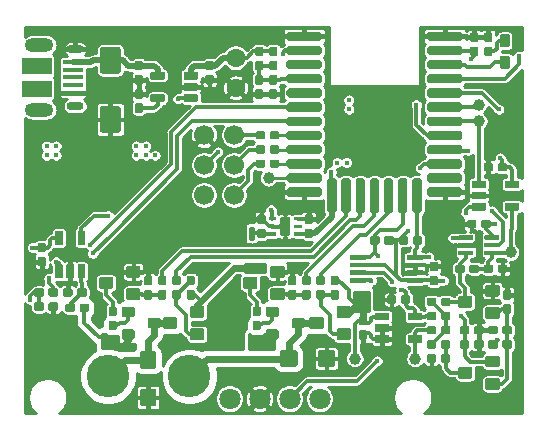
<source format=gtl>
G04 #@! TF.GenerationSoftware,KiCad,Pcbnew,(5.1.8)-1*
G04 #@! TF.CreationDate,2021-10-08T14:04:12+02:00*
G04 #@! TF.ProjectId,EMS_stimulator,454d535f-7374-4696-9d75-6c61746f722e,rev?*
G04 #@! TF.SameCoordinates,PX57bcf00PY4755b80*
G04 #@! TF.FileFunction,Copper,L1,Top*
G04 #@! TF.FilePolarity,Positive*
%FSLAX46Y46*%
G04 Gerber Fmt 4.6, Leading zero omitted, Abs format (unit mm)*
G04 Created by KiCad (PCBNEW (5.1.8)-1) date 2021-10-08 14:04:12*
%MOMM*%
%LPD*%
G01*
G04 APERTURE LIST*
G04 #@! TA.AperFunction,ComponentPad*
%ADD10C,1.600000*%
G04 #@! TD*
G04 #@! TA.AperFunction,ComponentPad*
%ADD11C,0.400000*%
G04 #@! TD*
G04 #@! TA.AperFunction,ComponentPad*
%ADD12O,2.400000X1.200000*%
G04 #@! TD*
G04 #@! TA.AperFunction,ComponentPad*
%ADD13O,1.460000X0.730000*%
G04 #@! TD*
G04 #@! TA.AperFunction,SMDPad,CuDef*
%ADD14R,2.500000X1.425000*%
G04 #@! TD*
G04 #@! TA.AperFunction,SMDPad,CuDef*
%ADD15R,1.750000X0.400000*%
G04 #@! TD*
G04 #@! TA.AperFunction,ComponentPad*
%ADD16C,1.700000*%
G04 #@! TD*
G04 #@! TA.AperFunction,ComponentPad*
%ADD17C,3.600000*%
G04 #@! TD*
G04 #@! TA.AperFunction,SMDPad,CuDef*
%ADD18C,1.000000*%
G04 #@! TD*
G04 #@! TA.AperFunction,ComponentPad*
%ADD19C,1.800000*%
G04 #@! TD*
G04 #@! TA.AperFunction,ViaPad*
%ADD20C,0.450000*%
G04 #@! TD*
G04 #@! TA.AperFunction,Conductor*
%ADD21C,0.304800*%
G04 #@! TD*
G04 #@! TA.AperFunction,Conductor*
%ADD22C,0.508000*%
G04 #@! TD*
G04 #@! TA.AperFunction,Conductor*
%ADD23C,0.609600*%
G04 #@! TD*
G04 #@! TA.AperFunction,Conductor*
%ADD24C,0.300000*%
G04 #@! TD*
G04 #@! TA.AperFunction,Conductor*
%ADD25C,0.254000*%
G04 #@! TD*
G04 #@! TA.AperFunction,Conductor*
%ADD26C,0.100000*%
G04 #@! TD*
G04 APERTURE END LIST*
D10*
X18200000Y-2930000D03*
X18200000Y-5470000D03*
G04 #@! TA.AperFunction,SMDPad,CuDef*
G36*
G01*
X38155000Y-2000000D02*
X38645000Y-2000000D01*
G75*
G02*
X38750000Y-2105000I0J-105000D01*
G01*
X38750000Y-2695000D01*
G75*
G02*
X38645000Y-2800000I-105000J0D01*
G01*
X38155000Y-2800000D01*
G75*
G02*
X38050000Y-2695000I0J105000D01*
G01*
X38050000Y-2105000D01*
G75*
G02*
X38155000Y-2000000I105000J0D01*
G01*
G37*
G04 #@! TD.AperFunction*
G04 #@! TA.AperFunction,SMDPad,CuDef*
G36*
G01*
X38155000Y-800000D02*
X38645000Y-800000D01*
G75*
G02*
X38750000Y-905000I0J-105000D01*
G01*
X38750000Y-1495000D01*
G75*
G02*
X38645000Y-1600000I-105000J0D01*
G01*
X38155000Y-1600000D01*
G75*
G02*
X38050000Y-1495000I0J105000D01*
G01*
X38050000Y-905000D01*
G75*
G02*
X38155000Y-800000I105000J0D01*
G01*
G37*
G04 #@! TD.AperFunction*
G04 #@! TA.AperFunction,SMDPad,CuDef*
G36*
G01*
X9755000Y-4400000D02*
X10245000Y-4400000D01*
G75*
G02*
X10350000Y-4505000I0J-105000D01*
G01*
X10350000Y-5095000D01*
G75*
G02*
X10245000Y-5200000I-105000J0D01*
G01*
X9755000Y-5200000D01*
G75*
G02*
X9650000Y-5095000I0J105000D01*
G01*
X9650000Y-4505000D01*
G75*
G02*
X9755000Y-4400000I105000J0D01*
G01*
G37*
G04 #@! TD.AperFunction*
G04 #@! TA.AperFunction,SMDPad,CuDef*
G36*
G01*
X9755000Y-3200000D02*
X10245000Y-3200000D01*
G75*
G02*
X10350000Y-3305000I0J-105000D01*
G01*
X10350000Y-3895000D01*
G75*
G02*
X10245000Y-4000000I-105000J0D01*
G01*
X9755000Y-4000000D01*
G75*
G02*
X9650000Y-3895000I0J105000D01*
G01*
X9650000Y-3305000D01*
G75*
G02*
X9755000Y-3200000I105000J0D01*
G01*
G37*
G04 #@! TD.AperFunction*
G04 #@! TA.AperFunction,SMDPad,CuDef*
G36*
G01*
X15755000Y-3200000D02*
X16245000Y-3200000D01*
G75*
G02*
X16350000Y-3305000I0J-105000D01*
G01*
X16350000Y-3895000D01*
G75*
G02*
X16245000Y-4000000I-105000J0D01*
G01*
X15755000Y-4000000D01*
G75*
G02*
X15650000Y-3895000I0J105000D01*
G01*
X15650000Y-3305000D01*
G75*
G02*
X15755000Y-3200000I105000J0D01*
G01*
G37*
G04 #@! TD.AperFunction*
G04 #@! TA.AperFunction,SMDPad,CuDef*
G36*
G01*
X15755000Y-4400000D02*
X16245000Y-4400000D01*
G75*
G02*
X16350000Y-4505000I0J-105000D01*
G01*
X16350000Y-5095000D01*
G75*
G02*
X16245000Y-5200000I-105000J0D01*
G01*
X15755000Y-5200000D01*
G75*
G02*
X15650000Y-5095000I0J105000D01*
G01*
X15650000Y-4505000D01*
G75*
G02*
X15755000Y-4400000I105000J0D01*
G01*
G37*
G04 #@! TD.AperFunction*
G04 #@! TA.AperFunction,SMDPad,CuDef*
G36*
G01*
X19955000Y-5600000D02*
X20445000Y-5600000D01*
G75*
G02*
X20550000Y-5705000I0J-105000D01*
G01*
X20550000Y-6295000D01*
G75*
G02*
X20445000Y-6400000I-105000J0D01*
G01*
X19955000Y-6400000D01*
G75*
G02*
X19850000Y-6295000I0J105000D01*
G01*
X19850000Y-5705000D01*
G75*
G02*
X19955000Y-5600000I105000J0D01*
G01*
G37*
G04 #@! TD.AperFunction*
G04 #@! TA.AperFunction,SMDPad,CuDef*
G36*
G01*
X19955000Y-4400000D02*
X20445000Y-4400000D01*
G75*
G02*
X20550000Y-4505000I0J-105000D01*
G01*
X20550000Y-5095000D01*
G75*
G02*
X20445000Y-5200000I-105000J0D01*
G01*
X19955000Y-5200000D01*
G75*
G02*
X19850000Y-5095000I0J105000D01*
G01*
X19850000Y-4505000D01*
G75*
G02*
X19955000Y-4400000I105000J0D01*
G01*
G37*
G04 #@! TD.AperFunction*
G04 #@! TA.AperFunction,SMDPad,CuDef*
G36*
G01*
X20645000Y-18200000D02*
X20155000Y-18200000D01*
G75*
G02*
X20050000Y-18095000I0J105000D01*
G01*
X20050000Y-17505000D01*
G75*
G02*
X20155000Y-17400000I105000J0D01*
G01*
X20645000Y-17400000D01*
G75*
G02*
X20750000Y-17505000I0J-105000D01*
G01*
X20750000Y-18095000D01*
G75*
G02*
X20645000Y-18200000I-105000J0D01*
G01*
G37*
G04 #@! TD.AperFunction*
G04 #@! TA.AperFunction,SMDPad,CuDef*
G36*
G01*
X20645000Y-17000000D02*
X20155000Y-17000000D01*
G75*
G02*
X20050000Y-16895000I0J105000D01*
G01*
X20050000Y-16305000D01*
G75*
G02*
X20155000Y-16200000I105000J0D01*
G01*
X20645000Y-16200000D01*
G75*
G02*
X20750000Y-16305000I0J-105000D01*
G01*
X20750000Y-16895000D01*
G75*
G02*
X20645000Y-17000000I-105000J0D01*
G01*
G37*
G04 #@! TD.AperFunction*
G04 #@! TA.AperFunction,SMDPad,CuDef*
G36*
G01*
X24645000Y-17000000D02*
X24155000Y-17000000D01*
G75*
G02*
X24050000Y-16895000I0J105000D01*
G01*
X24050000Y-16305000D01*
G75*
G02*
X24155000Y-16200000I105000J0D01*
G01*
X24645000Y-16200000D01*
G75*
G02*
X24750000Y-16305000I0J-105000D01*
G01*
X24750000Y-16895000D01*
G75*
G02*
X24645000Y-17000000I-105000J0D01*
G01*
G37*
G04 #@! TD.AperFunction*
G04 #@! TA.AperFunction,SMDPad,CuDef*
G36*
G01*
X24645000Y-18200000D02*
X24155000Y-18200000D01*
G75*
G02*
X24050000Y-18095000I0J105000D01*
G01*
X24050000Y-17505000D01*
G75*
G02*
X24155000Y-17400000I105000J0D01*
G01*
X24645000Y-17400000D01*
G75*
G02*
X24750000Y-17505000I0J-105000D01*
G01*
X24750000Y-18095000D01*
G75*
G02*
X24645000Y-18200000I-105000J0D01*
G01*
G37*
G04 #@! TD.AperFunction*
G04 #@! TA.AperFunction,SMDPad,CuDef*
G36*
G01*
X37600000Y-20555000D02*
X37600000Y-21045000D01*
G75*
G02*
X37495000Y-21150000I-105000J0D01*
G01*
X36905000Y-21150000D01*
G75*
G02*
X36800000Y-21045000I0J105000D01*
G01*
X36800000Y-20555000D01*
G75*
G02*
X36905000Y-20450000I105000J0D01*
G01*
X37495000Y-20450000D01*
G75*
G02*
X37600000Y-20555000I0J-105000D01*
G01*
G37*
G04 #@! TD.AperFunction*
G04 #@! TA.AperFunction,SMDPad,CuDef*
G36*
G01*
X38800000Y-20555000D02*
X38800000Y-21045000D01*
G75*
G02*
X38695000Y-21150000I-105000J0D01*
G01*
X38105000Y-21150000D01*
G75*
G02*
X38000000Y-21045000I0J105000D01*
G01*
X38000000Y-20555000D01*
G75*
G02*
X38105000Y-20450000I105000J0D01*
G01*
X38695000Y-20450000D01*
G75*
G02*
X38800000Y-20555000I0J-105000D01*
G01*
G37*
G04 #@! TD.AperFunction*
G04 #@! TA.AperFunction,SMDPad,CuDef*
G36*
G01*
X33000000Y-23155000D02*
X33000000Y-23645000D01*
G75*
G02*
X32895000Y-23750000I-105000J0D01*
G01*
X32305000Y-23750000D01*
G75*
G02*
X32200000Y-23645000I0J105000D01*
G01*
X32200000Y-23155000D01*
G75*
G02*
X32305000Y-23050000I105000J0D01*
G01*
X32895000Y-23050000D01*
G75*
G02*
X33000000Y-23155000I0J-105000D01*
G01*
G37*
G04 #@! TD.AperFunction*
G04 #@! TA.AperFunction,SMDPad,CuDef*
G36*
G01*
X31800000Y-23155000D02*
X31800000Y-23645000D01*
G75*
G02*
X31695000Y-23750000I-105000J0D01*
G01*
X31105000Y-23750000D01*
G75*
G02*
X31000000Y-23645000I0J105000D01*
G01*
X31000000Y-23155000D01*
G75*
G02*
X31105000Y-23050000I105000J0D01*
G01*
X31695000Y-23050000D01*
G75*
G02*
X31800000Y-23155000I0J-105000D01*
G01*
G37*
G04 #@! TD.AperFunction*
G04 #@! TA.AperFunction,SMDPad,CuDef*
G36*
G01*
X38600000Y-16755000D02*
X38600000Y-17245000D01*
G75*
G02*
X38495000Y-17350000I-105000J0D01*
G01*
X37905000Y-17350000D01*
G75*
G02*
X37800000Y-17245000I0J105000D01*
G01*
X37800000Y-16755000D01*
G75*
G02*
X37905000Y-16650000I105000J0D01*
G01*
X38495000Y-16650000D01*
G75*
G02*
X38600000Y-16755000I0J-105000D01*
G01*
G37*
G04 #@! TD.AperFunction*
G04 #@! TA.AperFunction,SMDPad,CuDef*
G36*
G01*
X39800000Y-16755000D02*
X39800000Y-17245000D01*
G75*
G02*
X39695000Y-17350000I-105000J0D01*
G01*
X39105000Y-17350000D01*
G75*
G02*
X39000000Y-17245000I0J105000D01*
G01*
X39000000Y-16755000D01*
G75*
G02*
X39105000Y-16650000I105000J0D01*
G01*
X39695000Y-16650000D01*
G75*
G02*
X39800000Y-16755000I0J-105000D01*
G01*
G37*
G04 #@! TD.AperFunction*
G04 #@! TA.AperFunction,SMDPad,CuDef*
G36*
G01*
X41200000Y-11955000D02*
X41200000Y-12445000D01*
G75*
G02*
X41095000Y-12550000I-105000J0D01*
G01*
X40505000Y-12550000D01*
G75*
G02*
X40400000Y-12445000I0J105000D01*
G01*
X40400000Y-11955000D01*
G75*
G02*
X40505000Y-11850000I105000J0D01*
G01*
X41095000Y-11850000D01*
G75*
G02*
X41200000Y-11955000I0J-105000D01*
G01*
G37*
G04 #@! TD.AperFunction*
G04 #@! TA.AperFunction,SMDPad,CuDef*
G36*
G01*
X40000000Y-11955000D02*
X40000000Y-12445000D01*
G75*
G02*
X39895000Y-12550000I-105000J0D01*
G01*
X39305000Y-12550000D01*
G75*
G02*
X39200000Y-12445000I0J105000D01*
G01*
X39200000Y-11955000D01*
G75*
G02*
X39305000Y-11850000I105000J0D01*
G01*
X39895000Y-11850000D01*
G75*
G02*
X40000000Y-11955000I0J-105000D01*
G01*
G37*
G04 #@! TD.AperFunction*
G04 #@! TA.AperFunction,SMDPad,CuDef*
G36*
G01*
X1555000Y-18600000D02*
X2045000Y-18600000D01*
G75*
G02*
X2150000Y-18705000I0J-105000D01*
G01*
X2150000Y-19295000D01*
G75*
G02*
X2045000Y-19400000I-105000J0D01*
G01*
X1555000Y-19400000D01*
G75*
G02*
X1450000Y-19295000I0J105000D01*
G01*
X1450000Y-18705000D01*
G75*
G02*
X1555000Y-18600000I105000J0D01*
G01*
G37*
G04 #@! TD.AperFunction*
G04 #@! TA.AperFunction,SMDPad,CuDef*
G36*
G01*
X1555000Y-19800000D02*
X2045000Y-19800000D01*
G75*
G02*
X2150000Y-19905000I0J-105000D01*
G01*
X2150000Y-20495000D01*
G75*
G02*
X2045000Y-20600000I-105000J0D01*
G01*
X1555000Y-20600000D01*
G75*
G02*
X1450000Y-20495000I0J105000D01*
G01*
X1450000Y-19905000D01*
G75*
G02*
X1555000Y-19800000I105000J0D01*
G01*
G37*
G04 #@! TD.AperFunction*
G04 #@! TA.AperFunction,SMDPad,CuDef*
G36*
G01*
X37200000Y-27445000D02*
X37200000Y-26955000D01*
G75*
G02*
X37305000Y-26850000I105000J0D01*
G01*
X37895000Y-26850000D01*
G75*
G02*
X38000000Y-26955000I0J-105000D01*
G01*
X38000000Y-27445000D01*
G75*
G02*
X37895000Y-27550000I-105000J0D01*
G01*
X37305000Y-27550000D01*
G75*
G02*
X37200000Y-27445000I0J105000D01*
G01*
G37*
G04 #@! TD.AperFunction*
G04 #@! TA.AperFunction,SMDPad,CuDef*
G36*
G01*
X38400000Y-27445000D02*
X38400000Y-26955000D01*
G75*
G02*
X38505000Y-26850000I105000J0D01*
G01*
X39095000Y-26850000D01*
G75*
G02*
X39200000Y-26955000I0J-105000D01*
G01*
X39200000Y-27445000D01*
G75*
G02*
X39095000Y-27550000I-105000J0D01*
G01*
X38505000Y-27550000D01*
G75*
G02*
X38400000Y-27445000I0J105000D01*
G01*
G37*
G04 #@! TD.AperFunction*
G04 #@! TA.AperFunction,SMDPad,CuDef*
G36*
G01*
X35245000Y-22200000D02*
X34755000Y-22200000D01*
G75*
G02*
X34650000Y-22095000I0J105000D01*
G01*
X34650000Y-21505000D01*
G75*
G02*
X34755000Y-21400000I105000J0D01*
G01*
X35245000Y-21400000D01*
G75*
G02*
X35350000Y-21505000I0J-105000D01*
G01*
X35350000Y-22095000D01*
G75*
G02*
X35245000Y-22200000I-105000J0D01*
G01*
G37*
G04 #@! TD.AperFunction*
G04 #@! TA.AperFunction,SMDPad,CuDef*
G36*
G01*
X35245000Y-21000000D02*
X34755000Y-21000000D01*
G75*
G02*
X34650000Y-20895000I0J105000D01*
G01*
X34650000Y-20305000D01*
G75*
G02*
X34755000Y-20200000I105000J0D01*
G01*
X35245000Y-20200000D01*
G75*
G02*
X35350000Y-20305000I0J-105000D01*
G01*
X35350000Y-20895000D01*
G75*
G02*
X35245000Y-21000000I-105000J0D01*
G01*
G37*
G04 #@! TD.AperFunction*
G04 #@! TA.AperFunction,SMDPad,CuDef*
G36*
G01*
X8230000Y-9300000D02*
X6970000Y-9300000D01*
G75*
G02*
X6700000Y-9030000I0J270000D01*
G01*
X6700000Y-7270000D01*
G75*
G02*
X6970000Y-7000000I270000J0D01*
G01*
X8230000Y-7000000D01*
G75*
G02*
X8500000Y-7270000I0J-270000D01*
G01*
X8500000Y-9030000D01*
G75*
G02*
X8230000Y-9300000I-270000J0D01*
G01*
G37*
G04 #@! TD.AperFunction*
G04 #@! TA.AperFunction,SMDPad,CuDef*
G36*
G01*
X8230000Y-4300000D02*
X6970000Y-4300000D01*
G75*
G02*
X6700000Y-4030000I0J270000D01*
G01*
X6700000Y-2270000D01*
G75*
G02*
X6970000Y-2000000I270000J0D01*
G01*
X8230000Y-2000000D01*
G75*
G02*
X8500000Y-2270000I0J-270000D01*
G01*
X8500000Y-4030000D01*
G75*
G02*
X8230000Y-4300000I-270000J0D01*
G01*
G37*
G04 #@! TD.AperFunction*
G04 #@! TA.AperFunction,SMDPad,CuDef*
G36*
G01*
X10240000Y-27750000D02*
X11360000Y-27750000D01*
G75*
G02*
X11500000Y-27890000I0J-140000D01*
G01*
X11500000Y-29110000D01*
G75*
G02*
X11360000Y-29250000I-140000J0D01*
G01*
X10240000Y-29250000D01*
G75*
G02*
X10100000Y-29110000I0J140000D01*
G01*
X10100000Y-27890000D01*
G75*
G02*
X10240000Y-27750000I140000J0D01*
G01*
G37*
G04 #@! TD.AperFunction*
G04 #@! TA.AperFunction,SMDPad,CuDef*
G36*
G01*
X10240000Y-30950000D02*
X11360000Y-30950000D01*
G75*
G02*
X11500000Y-31090000I0J-140000D01*
G01*
X11500000Y-32310000D01*
G75*
G02*
X11360000Y-32450000I-140000J0D01*
G01*
X10240000Y-32450000D01*
G75*
G02*
X10100000Y-32310000I0J140000D01*
G01*
X10100000Y-31090000D01*
G75*
G02*
X10240000Y-30950000I140000J0D01*
G01*
G37*
G04 #@! TD.AperFunction*
G04 #@! TA.AperFunction,SMDPad,CuDef*
G36*
G01*
X25150000Y-28960000D02*
X25150000Y-27840000D01*
G75*
G02*
X25290000Y-27700000I140000J0D01*
G01*
X26510000Y-27700000D01*
G75*
G02*
X26650000Y-27840000I0J-140000D01*
G01*
X26650000Y-28960000D01*
G75*
G02*
X26510000Y-29100000I-140000J0D01*
G01*
X25290000Y-29100000D01*
G75*
G02*
X25150000Y-28960000I0J140000D01*
G01*
G37*
G04 #@! TD.AperFunction*
G04 #@! TA.AperFunction,SMDPad,CuDef*
G36*
G01*
X21950000Y-28960000D02*
X21950000Y-27840000D01*
G75*
G02*
X22090000Y-27700000I140000J0D01*
G01*
X23310000Y-27700000D01*
G75*
G02*
X23450000Y-27840000I0J-140000D01*
G01*
X23450000Y-28960000D01*
G75*
G02*
X23310000Y-29100000I-140000J0D01*
G01*
X22090000Y-29100000D01*
G75*
G02*
X21950000Y-28960000I0J140000D01*
G01*
G37*
G04 #@! TD.AperFunction*
G04 #@! TA.AperFunction,SMDPad,CuDef*
G36*
G01*
X14935000Y-6675000D02*
X13865000Y-6675000D01*
G75*
G02*
X13800000Y-6610000I0J65000D01*
G01*
X13800000Y-6090000D01*
G75*
G02*
X13865000Y-6025000I65000J0D01*
G01*
X14935000Y-6025000D01*
G75*
G02*
X15000000Y-6090000I0J-65000D01*
G01*
X15000000Y-6610000D01*
G75*
G02*
X14935000Y-6675000I-65000J0D01*
G01*
G37*
G04 #@! TD.AperFunction*
G04 #@! TA.AperFunction,SMDPad,CuDef*
G36*
G01*
X14935000Y-5725000D02*
X13865000Y-5725000D01*
G75*
G02*
X13800000Y-5660000I0J65000D01*
G01*
X13800000Y-5140000D01*
G75*
G02*
X13865000Y-5075000I65000J0D01*
G01*
X14935000Y-5075000D01*
G75*
G02*
X15000000Y-5140000I0J-65000D01*
G01*
X15000000Y-5660000D01*
G75*
G02*
X14935000Y-5725000I-65000J0D01*
G01*
G37*
G04 #@! TD.AperFunction*
G04 #@! TA.AperFunction,SMDPad,CuDef*
G36*
G01*
X14935000Y-4775000D02*
X13865000Y-4775000D01*
G75*
G02*
X13800000Y-4710000I0J65000D01*
G01*
X13800000Y-4190000D01*
G75*
G02*
X13865000Y-4125000I65000J0D01*
G01*
X14935000Y-4125000D01*
G75*
G02*
X15000000Y-4190000I0J-65000D01*
G01*
X15000000Y-4710000D01*
G75*
G02*
X14935000Y-4775000I-65000J0D01*
G01*
G37*
G04 #@! TD.AperFunction*
G04 #@! TA.AperFunction,SMDPad,CuDef*
G36*
G01*
X12135000Y-6675000D02*
X11065000Y-6675000D01*
G75*
G02*
X11000000Y-6610000I0J65000D01*
G01*
X11000000Y-6090000D01*
G75*
G02*
X11065000Y-6025000I65000J0D01*
G01*
X12135000Y-6025000D01*
G75*
G02*
X12200000Y-6090000I0J-65000D01*
G01*
X12200000Y-6610000D01*
G75*
G02*
X12135000Y-6675000I-65000J0D01*
G01*
G37*
G04 #@! TD.AperFunction*
G04 #@! TA.AperFunction,SMDPad,CuDef*
G36*
G01*
X12135000Y-4775000D02*
X11065000Y-4775000D01*
G75*
G02*
X11000000Y-4710000I0J65000D01*
G01*
X11000000Y-4190000D01*
G75*
G02*
X11065000Y-4125000I65000J0D01*
G01*
X12135000Y-4125000D01*
G75*
G02*
X12200000Y-4190000I0J-65000D01*
G01*
X12200000Y-4710000D01*
G75*
G02*
X12135000Y-4775000I-65000J0D01*
G01*
G37*
G04 #@! TD.AperFunction*
G04 #@! TA.AperFunction,SMDPad,CuDef*
G36*
G01*
X23800000Y-17730000D02*
X23800000Y-17970000D01*
G75*
G02*
X23770000Y-18000000I-30000J0D01*
G01*
X23180000Y-18000000D01*
G75*
G02*
X23150000Y-17970000I0J30000D01*
G01*
X23150000Y-17730000D01*
G75*
G02*
X23180000Y-17700000I30000J0D01*
G01*
X23770000Y-17700000D01*
G75*
G02*
X23800000Y-17730000I0J-30000D01*
G01*
G37*
G04 #@! TD.AperFunction*
G04 #@! TA.AperFunction,SMDPad,CuDef*
G36*
G01*
X23800000Y-17080000D02*
X23800000Y-17320000D01*
G75*
G02*
X23770000Y-17350000I-30000J0D01*
G01*
X23180000Y-17350000D01*
G75*
G02*
X23150000Y-17320000I0J30000D01*
G01*
X23150000Y-17080000D01*
G75*
G02*
X23180000Y-17050000I30000J0D01*
G01*
X23770000Y-17050000D01*
G75*
G02*
X23800000Y-17080000I0J-30000D01*
G01*
G37*
G04 #@! TD.AperFunction*
G04 #@! TA.AperFunction,SMDPad,CuDef*
G36*
G01*
X23800000Y-16430000D02*
X23800000Y-16670000D01*
G75*
G02*
X23770000Y-16700000I-30000J0D01*
G01*
X23180000Y-16700000D01*
G75*
G02*
X23150000Y-16670000I0J30000D01*
G01*
X23150000Y-16430000D01*
G75*
G02*
X23180000Y-16400000I30000J0D01*
G01*
X23770000Y-16400000D01*
G75*
G02*
X23800000Y-16430000I0J-30000D01*
G01*
G37*
G04 #@! TD.AperFunction*
G04 #@! TA.AperFunction,SMDPad,CuDef*
G36*
G01*
X21650000Y-16430000D02*
X21650000Y-16670000D01*
G75*
G02*
X21620000Y-16700000I-30000J0D01*
G01*
X21030000Y-16700000D01*
G75*
G02*
X21000000Y-16670000I0J30000D01*
G01*
X21000000Y-16430000D01*
G75*
G02*
X21030000Y-16400000I30000J0D01*
G01*
X21620000Y-16400000D01*
G75*
G02*
X21650000Y-16430000I0J-30000D01*
G01*
G37*
G04 #@! TD.AperFunction*
G04 #@! TA.AperFunction,SMDPad,CuDef*
G36*
G01*
X21650000Y-17080000D02*
X21650000Y-17320000D01*
G75*
G02*
X21620000Y-17350000I-30000J0D01*
G01*
X21030000Y-17350000D01*
G75*
G02*
X21000000Y-17320000I0J30000D01*
G01*
X21000000Y-17080000D01*
G75*
G02*
X21030000Y-17050000I30000J0D01*
G01*
X21620000Y-17050000D01*
G75*
G02*
X21650000Y-17080000I0J-30000D01*
G01*
G37*
G04 #@! TD.AperFunction*
G04 #@! TA.AperFunction,SMDPad,CuDef*
G36*
G01*
X21650000Y-17730000D02*
X21650000Y-17970000D01*
G75*
G02*
X21620000Y-18000000I-30000J0D01*
G01*
X21030000Y-18000000D01*
G75*
G02*
X21000000Y-17970000I0J30000D01*
G01*
X21000000Y-17730000D01*
G75*
G02*
X21030000Y-17700000I30000J0D01*
G01*
X21620000Y-17700000D01*
G75*
G02*
X21650000Y-17730000I0J-30000D01*
G01*
G37*
G04 #@! TD.AperFunction*
G04 #@! TA.AperFunction,SMDPad,CuDef*
G36*
G01*
X22800000Y-16480000D02*
X22800000Y-17920000D01*
G75*
G02*
X22720000Y-18000000I-80000J0D01*
G01*
X22080000Y-18000000D01*
G75*
G02*
X22000000Y-17920000I0J80000D01*
G01*
X22000000Y-16480000D01*
G75*
G02*
X22080000Y-16400000I80000J0D01*
G01*
X22720000Y-16400000D01*
G75*
G02*
X22800000Y-16480000I0J-80000D01*
G01*
G37*
G04 #@! TD.AperFunction*
D11*
X22400000Y-17600000D03*
X22400000Y-16800000D03*
G04 #@! TA.AperFunction,SMDPad,CuDef*
G36*
G01*
X34060000Y-21975000D02*
X32740000Y-21975000D01*
G75*
G02*
X32700000Y-21935000I0J40000D01*
G01*
X32700000Y-21615000D01*
G75*
G02*
X32740000Y-21575000I40000J0D01*
G01*
X34060000Y-21575000D01*
G75*
G02*
X34100000Y-21615000I0J-40000D01*
G01*
X34100000Y-21935000D01*
G75*
G02*
X34060000Y-21975000I-40000J0D01*
G01*
G37*
G04 #@! TD.AperFunction*
G04 #@! TA.AperFunction,SMDPad,CuDef*
G36*
G01*
X34060000Y-21325000D02*
X32740000Y-21325000D01*
G75*
G02*
X32700000Y-21285000I0J40000D01*
G01*
X32700000Y-20965000D01*
G75*
G02*
X32740000Y-20925000I40000J0D01*
G01*
X34060000Y-20925000D01*
G75*
G02*
X34100000Y-20965000I0J-40000D01*
G01*
X34100000Y-21285000D01*
G75*
G02*
X34060000Y-21325000I-40000J0D01*
G01*
G37*
G04 #@! TD.AperFunction*
G04 #@! TA.AperFunction,SMDPad,CuDef*
G36*
G01*
X34060000Y-20675000D02*
X32740000Y-20675000D01*
G75*
G02*
X32700000Y-20635000I0J40000D01*
G01*
X32700000Y-20315000D01*
G75*
G02*
X32740000Y-20275000I40000J0D01*
G01*
X34060000Y-20275000D01*
G75*
G02*
X34100000Y-20315000I0J-40000D01*
G01*
X34100000Y-20635000D01*
G75*
G02*
X34060000Y-20675000I-40000J0D01*
G01*
G37*
G04 #@! TD.AperFunction*
G04 #@! TA.AperFunction,SMDPad,CuDef*
G36*
G01*
X34060000Y-20025000D02*
X32740000Y-20025000D01*
G75*
G02*
X32700000Y-19985000I0J40000D01*
G01*
X32700000Y-19665000D01*
G75*
G02*
X32740000Y-19625000I40000J0D01*
G01*
X34060000Y-19625000D01*
G75*
G02*
X34100000Y-19665000I0J-40000D01*
G01*
X34100000Y-19985000D01*
G75*
G02*
X34060000Y-20025000I-40000J0D01*
G01*
G37*
G04 #@! TD.AperFunction*
G04 #@! TA.AperFunction,SMDPad,CuDef*
G36*
G01*
X29260000Y-20025000D02*
X27940000Y-20025000D01*
G75*
G02*
X27900000Y-19985000I0J40000D01*
G01*
X27900000Y-19665000D01*
G75*
G02*
X27940000Y-19625000I40000J0D01*
G01*
X29260000Y-19625000D01*
G75*
G02*
X29300000Y-19665000I0J-40000D01*
G01*
X29300000Y-19985000D01*
G75*
G02*
X29260000Y-20025000I-40000J0D01*
G01*
G37*
G04 #@! TD.AperFunction*
G04 #@! TA.AperFunction,SMDPad,CuDef*
G36*
G01*
X29260000Y-20675000D02*
X27940000Y-20675000D01*
G75*
G02*
X27900000Y-20635000I0J40000D01*
G01*
X27900000Y-20315000D01*
G75*
G02*
X27940000Y-20275000I40000J0D01*
G01*
X29260000Y-20275000D01*
G75*
G02*
X29300000Y-20315000I0J-40000D01*
G01*
X29300000Y-20635000D01*
G75*
G02*
X29260000Y-20675000I-40000J0D01*
G01*
G37*
G04 #@! TD.AperFunction*
G04 #@! TA.AperFunction,SMDPad,CuDef*
G36*
G01*
X29260000Y-21325000D02*
X27940000Y-21325000D01*
G75*
G02*
X27900000Y-21285000I0J40000D01*
G01*
X27900000Y-20965000D01*
G75*
G02*
X27940000Y-20925000I40000J0D01*
G01*
X29260000Y-20925000D01*
G75*
G02*
X29300000Y-20965000I0J-40000D01*
G01*
X29300000Y-21285000D01*
G75*
G02*
X29260000Y-21325000I-40000J0D01*
G01*
G37*
G04 #@! TD.AperFunction*
G04 #@! TA.AperFunction,SMDPad,CuDef*
G36*
G01*
X29260000Y-21975000D02*
X27940000Y-21975000D01*
G75*
G02*
X27900000Y-21935000I0J40000D01*
G01*
X27900000Y-21615000D01*
G75*
G02*
X27940000Y-21575000I40000J0D01*
G01*
X29260000Y-21575000D01*
G75*
G02*
X29300000Y-21615000I0J-40000D01*
G01*
X29300000Y-21935000D01*
G75*
G02*
X29260000Y-21975000I-40000J0D01*
G01*
G37*
G04 #@! TD.AperFunction*
G04 #@! TA.AperFunction,SMDPad,CuDef*
G36*
G01*
X32865000Y-26425000D02*
X33935000Y-26425000D01*
G75*
G02*
X34000000Y-26490000I0J-65000D01*
G01*
X34000000Y-27010000D01*
G75*
G02*
X33935000Y-27075000I-65000J0D01*
G01*
X32865000Y-27075000D01*
G75*
G02*
X32800000Y-27010000I0J65000D01*
G01*
X32800000Y-26490000D01*
G75*
G02*
X32865000Y-26425000I65000J0D01*
G01*
G37*
G04 #@! TD.AperFunction*
G04 #@! TA.AperFunction,SMDPad,CuDef*
G36*
G01*
X32865000Y-24525000D02*
X33935000Y-24525000D01*
G75*
G02*
X34000000Y-24590000I0J-65000D01*
G01*
X34000000Y-25110000D01*
G75*
G02*
X33935000Y-25175000I-65000J0D01*
G01*
X32865000Y-25175000D01*
G75*
G02*
X32800000Y-25110000I0J65000D01*
G01*
X32800000Y-24590000D01*
G75*
G02*
X32865000Y-24525000I65000J0D01*
G01*
G37*
G04 #@! TD.AperFunction*
G04 #@! TA.AperFunction,SMDPad,CuDef*
G36*
G01*
X30065000Y-26425000D02*
X31135000Y-26425000D01*
G75*
G02*
X31200000Y-26490000I0J-65000D01*
G01*
X31200000Y-27010000D01*
G75*
G02*
X31135000Y-27075000I-65000J0D01*
G01*
X30065000Y-27075000D01*
G75*
G02*
X30000000Y-27010000I0J65000D01*
G01*
X30000000Y-26490000D01*
G75*
G02*
X30065000Y-26425000I65000J0D01*
G01*
G37*
G04 #@! TD.AperFunction*
G04 #@! TA.AperFunction,SMDPad,CuDef*
G36*
G01*
X30065000Y-25475000D02*
X31135000Y-25475000D01*
G75*
G02*
X31200000Y-25540000I0J-65000D01*
G01*
X31200000Y-26060000D01*
G75*
G02*
X31135000Y-26125000I-65000J0D01*
G01*
X30065000Y-26125000D01*
G75*
G02*
X30000000Y-26060000I0J65000D01*
G01*
X30000000Y-25540000D01*
G75*
G02*
X30065000Y-25475000I65000J0D01*
G01*
G37*
G04 #@! TD.AperFunction*
G04 #@! TA.AperFunction,SMDPad,CuDef*
G36*
G01*
X30065000Y-24525000D02*
X31135000Y-24525000D01*
G75*
G02*
X31200000Y-24590000I0J-65000D01*
G01*
X31200000Y-25110000D01*
G75*
G02*
X31135000Y-25175000I-65000J0D01*
G01*
X30065000Y-25175000D01*
G75*
G02*
X30000000Y-25110000I0J65000D01*
G01*
X30000000Y-24590000D01*
G75*
G02*
X30065000Y-24525000I65000J0D01*
G01*
G37*
G04 #@! TD.AperFunction*
G04 #@! TA.AperFunction,SMDPad,CuDef*
G36*
G01*
X38265000Y-13325000D02*
X39335000Y-13325000D01*
G75*
G02*
X39400000Y-13390000I0J-65000D01*
G01*
X39400000Y-13910000D01*
G75*
G02*
X39335000Y-13975000I-65000J0D01*
G01*
X38265000Y-13975000D01*
G75*
G02*
X38200000Y-13910000I0J65000D01*
G01*
X38200000Y-13390000D01*
G75*
G02*
X38265000Y-13325000I65000J0D01*
G01*
G37*
G04 #@! TD.AperFunction*
G04 #@! TA.AperFunction,SMDPad,CuDef*
G36*
G01*
X38265000Y-14275000D02*
X39335000Y-14275000D01*
G75*
G02*
X39400000Y-14340000I0J-65000D01*
G01*
X39400000Y-14860000D01*
G75*
G02*
X39335000Y-14925000I-65000J0D01*
G01*
X38265000Y-14925000D01*
G75*
G02*
X38200000Y-14860000I0J65000D01*
G01*
X38200000Y-14340000D01*
G75*
G02*
X38265000Y-14275000I65000J0D01*
G01*
G37*
G04 #@! TD.AperFunction*
G04 #@! TA.AperFunction,SMDPad,CuDef*
G36*
G01*
X38265000Y-15225000D02*
X39335000Y-15225000D01*
G75*
G02*
X39400000Y-15290000I0J-65000D01*
G01*
X39400000Y-15810000D01*
G75*
G02*
X39335000Y-15875000I-65000J0D01*
G01*
X38265000Y-15875000D01*
G75*
G02*
X38200000Y-15810000I0J65000D01*
G01*
X38200000Y-15290000D01*
G75*
G02*
X38265000Y-15225000I65000J0D01*
G01*
G37*
G04 #@! TD.AperFunction*
G04 #@! TA.AperFunction,SMDPad,CuDef*
G36*
G01*
X41065000Y-13325000D02*
X42135000Y-13325000D01*
G75*
G02*
X42200000Y-13390000I0J-65000D01*
G01*
X42200000Y-13910000D01*
G75*
G02*
X42135000Y-13975000I-65000J0D01*
G01*
X41065000Y-13975000D01*
G75*
G02*
X41000000Y-13910000I0J65000D01*
G01*
X41000000Y-13390000D01*
G75*
G02*
X41065000Y-13325000I65000J0D01*
G01*
G37*
G04 #@! TD.AperFunction*
G04 #@! TA.AperFunction,SMDPad,CuDef*
G36*
G01*
X41065000Y-15225000D02*
X42135000Y-15225000D01*
G75*
G02*
X42200000Y-15290000I0J-65000D01*
G01*
X42200000Y-15810000D01*
G75*
G02*
X42135000Y-15875000I-65000J0D01*
G01*
X41065000Y-15875000D01*
G75*
G02*
X41000000Y-15810000I0J65000D01*
G01*
X41000000Y-15290000D01*
G75*
G02*
X41065000Y-15225000I65000J0D01*
G01*
G37*
G04 #@! TD.AperFunction*
G04 #@! TA.AperFunction,SMDPad,CuDef*
G36*
G01*
X37110000Y-17975000D02*
X38290000Y-17975000D01*
G75*
G02*
X38325000Y-18010000I0J-35000D01*
G01*
X38325000Y-18290000D01*
G75*
G02*
X38290000Y-18325000I-35000J0D01*
G01*
X37110000Y-18325000D01*
G75*
G02*
X37075000Y-18290000I0J35000D01*
G01*
X37075000Y-18010000D01*
G75*
G02*
X37110000Y-17975000I35000J0D01*
G01*
G37*
G04 #@! TD.AperFunction*
G04 #@! TA.AperFunction,SMDPad,CuDef*
G36*
G01*
X37110000Y-18625000D02*
X38290000Y-18625000D01*
G75*
G02*
X38325000Y-18660000I0J-35000D01*
G01*
X38325000Y-18940000D01*
G75*
G02*
X38290000Y-18975000I-35000J0D01*
G01*
X37110000Y-18975000D01*
G75*
G02*
X37075000Y-18940000I0J35000D01*
G01*
X37075000Y-18660000D01*
G75*
G02*
X37110000Y-18625000I35000J0D01*
G01*
G37*
G04 #@! TD.AperFunction*
G04 #@! TA.AperFunction,SMDPad,CuDef*
G36*
G01*
X37110000Y-19275000D02*
X38290000Y-19275000D01*
G75*
G02*
X38325000Y-19310000I0J-35000D01*
G01*
X38325000Y-19590000D01*
G75*
G02*
X38290000Y-19625000I-35000J0D01*
G01*
X37110000Y-19625000D01*
G75*
G02*
X37075000Y-19590000I0J35000D01*
G01*
X37075000Y-19310000D01*
G75*
G02*
X37110000Y-19275000I35000J0D01*
G01*
G37*
G04 #@! TD.AperFunction*
G04 #@! TA.AperFunction,SMDPad,CuDef*
G36*
G01*
X39310000Y-17975000D02*
X40490000Y-17975000D01*
G75*
G02*
X40525000Y-18010000I0J-35000D01*
G01*
X40525000Y-18290000D01*
G75*
G02*
X40490000Y-18325000I-35000J0D01*
G01*
X39310000Y-18325000D01*
G75*
G02*
X39275000Y-18290000I0J35000D01*
G01*
X39275000Y-18010000D01*
G75*
G02*
X39310000Y-17975000I35000J0D01*
G01*
G37*
G04 #@! TD.AperFunction*
G04 #@! TA.AperFunction,SMDPad,CuDef*
G36*
G01*
X39310000Y-19275000D02*
X40490000Y-19275000D01*
G75*
G02*
X40525000Y-19310000I0J-35000D01*
G01*
X40525000Y-19590000D01*
G75*
G02*
X40490000Y-19625000I-35000J0D01*
G01*
X39310000Y-19625000D01*
G75*
G02*
X39275000Y-19590000I0J35000D01*
G01*
X39275000Y-19310000D01*
G75*
G02*
X39310000Y-19275000I35000J0D01*
G01*
G37*
G04 #@! TD.AperFunction*
G04 #@! TA.AperFunction,SMDPad,CuDef*
G36*
G01*
X39310000Y-18625000D02*
X40490000Y-18625000D01*
G75*
G02*
X40525000Y-18660000I0J-35000D01*
G01*
X40525000Y-18940000D01*
G75*
G02*
X40490000Y-18975000I-35000J0D01*
G01*
X39310000Y-18975000D01*
G75*
G02*
X39275000Y-18940000I0J35000D01*
G01*
X39275000Y-18660000D01*
G75*
G02*
X39310000Y-18625000I35000J0D01*
G01*
G37*
G04 #@! TD.AperFunction*
G04 #@! TA.AperFunction,SMDPad,CuDef*
G36*
G01*
X2925000Y-21535000D02*
X2925000Y-20465000D01*
G75*
G02*
X2990000Y-20400000I65000J0D01*
G01*
X3510000Y-20400000D01*
G75*
G02*
X3575000Y-20465000I0J-65000D01*
G01*
X3575000Y-21535000D01*
G75*
G02*
X3510000Y-21600000I-65000J0D01*
G01*
X2990000Y-21600000D01*
G75*
G02*
X2925000Y-21535000I0J65000D01*
G01*
G37*
G04 #@! TD.AperFunction*
G04 #@! TA.AperFunction,SMDPad,CuDef*
G36*
G01*
X3875000Y-21535000D02*
X3875000Y-20465000D01*
G75*
G02*
X3940000Y-20400000I65000J0D01*
G01*
X4460000Y-20400000D01*
G75*
G02*
X4525000Y-20465000I0J-65000D01*
G01*
X4525000Y-21535000D01*
G75*
G02*
X4460000Y-21600000I-65000J0D01*
G01*
X3940000Y-21600000D01*
G75*
G02*
X3875000Y-21535000I0J65000D01*
G01*
G37*
G04 #@! TD.AperFunction*
G04 #@! TA.AperFunction,SMDPad,CuDef*
G36*
G01*
X4825000Y-21535000D02*
X4825000Y-20465000D01*
G75*
G02*
X4890000Y-20400000I65000J0D01*
G01*
X5410000Y-20400000D01*
G75*
G02*
X5475000Y-20465000I0J-65000D01*
G01*
X5475000Y-21535000D01*
G75*
G02*
X5410000Y-21600000I-65000J0D01*
G01*
X4890000Y-21600000D01*
G75*
G02*
X4825000Y-21535000I0J65000D01*
G01*
G37*
G04 #@! TD.AperFunction*
G04 #@! TA.AperFunction,SMDPad,CuDef*
G36*
G01*
X2925000Y-18735000D02*
X2925000Y-17665000D01*
G75*
G02*
X2990000Y-17600000I65000J0D01*
G01*
X3510000Y-17600000D01*
G75*
G02*
X3575000Y-17665000I0J-65000D01*
G01*
X3575000Y-18735000D01*
G75*
G02*
X3510000Y-18800000I-65000J0D01*
G01*
X2990000Y-18800000D01*
G75*
G02*
X2925000Y-18735000I0J65000D01*
G01*
G37*
G04 #@! TD.AperFunction*
G04 #@! TA.AperFunction,SMDPad,CuDef*
G36*
G01*
X4825000Y-18735000D02*
X4825000Y-17665000D01*
G75*
G02*
X4890000Y-17600000I65000J0D01*
G01*
X5410000Y-17600000D01*
G75*
G02*
X5475000Y-17665000I0J-65000D01*
G01*
X5475000Y-18735000D01*
G75*
G02*
X5410000Y-18800000I-65000J0D01*
G01*
X4890000Y-18800000D01*
G75*
G02*
X4825000Y-18735000I0J65000D01*
G01*
G37*
G04 #@! TD.AperFunction*
D12*
X1600000Y-7325000D03*
X1600000Y-1875000D03*
D13*
X4630000Y-7025000D03*
X4630000Y-2175000D03*
D14*
X1350000Y-5562500D03*
X1350000Y-3637500D03*
D15*
X4425000Y-5900000D03*
X4425000Y-5250000D03*
X4425000Y-4600000D03*
X4425000Y-3950000D03*
X4425000Y-3300000D03*
G04 #@! TA.AperFunction,SMDPad,CuDef*
G36*
G01*
X41320000Y-3850000D02*
X40680000Y-3850000D01*
G75*
G02*
X40600000Y-3770000I0J80000D01*
G01*
X40600000Y-2830000D01*
G75*
G02*
X40680000Y-2750000I80000J0D01*
G01*
X41320000Y-2750000D01*
G75*
G02*
X41400000Y-2830000I0J-80000D01*
G01*
X41400000Y-3770000D01*
G75*
G02*
X41320000Y-3850000I-80000J0D01*
G01*
G37*
G04 #@! TD.AperFunction*
G04 #@! TA.AperFunction,SMDPad,CuDef*
G36*
G01*
X41320000Y-2050000D02*
X40680000Y-2050000D01*
G75*
G02*
X40600000Y-1970000I0J80000D01*
G01*
X40600000Y-1030000D01*
G75*
G02*
X40680000Y-950000I80000J0D01*
G01*
X41320000Y-950000D01*
G75*
G02*
X41400000Y-1030000I0J-80000D01*
G01*
X41400000Y-1970000D01*
G75*
G02*
X41320000Y-2050000I-80000J0D01*
G01*
G37*
G04 #@! TD.AperFunction*
D16*
X18070000Y-9460000D03*
X15530000Y-9460000D03*
X18070000Y-12000000D03*
X15530000Y-12000000D03*
X18070000Y-14540000D03*
X15530000Y-14540000D03*
D17*
X7400000Y-29900000D03*
X14300000Y-29900000D03*
G04 #@! TA.AperFunction,SMDPad,CuDef*
G36*
G01*
X10885000Y-24950000D02*
X11715000Y-24950000D01*
G75*
G02*
X11850000Y-25085000I0J-135000D01*
G01*
X11850000Y-25715000D01*
G75*
G02*
X11715000Y-25850000I-135000J0D01*
G01*
X10885000Y-25850000D01*
G75*
G02*
X10750000Y-25715000I0J135000D01*
G01*
X10750000Y-25085000D01*
G75*
G02*
X10885000Y-24950000I135000J0D01*
G01*
G37*
G04 #@! TD.AperFunction*
G04 #@! TA.AperFunction,SMDPad,CuDef*
G36*
G01*
X8685000Y-25900000D02*
X9515000Y-25900000D01*
G75*
G02*
X9650000Y-26035000I0J-135000D01*
G01*
X9650000Y-26665000D01*
G75*
G02*
X9515000Y-26800000I-135000J0D01*
G01*
X8685000Y-26800000D01*
G75*
G02*
X8550000Y-26665000I0J135000D01*
G01*
X8550000Y-26035000D01*
G75*
G02*
X8685000Y-25900000I135000J0D01*
G01*
G37*
G04 #@! TD.AperFunction*
G04 #@! TA.AperFunction,SMDPad,CuDef*
G36*
G01*
X8685000Y-24000000D02*
X9515000Y-24000000D01*
G75*
G02*
X9650000Y-24135000I0J-135000D01*
G01*
X9650000Y-24765000D01*
G75*
G02*
X9515000Y-24900000I-135000J0D01*
G01*
X8685000Y-24900000D01*
G75*
G02*
X8550000Y-24765000I0J135000D01*
G01*
X8550000Y-24135000D01*
G75*
G02*
X8685000Y-24000000I135000J0D01*
G01*
G37*
G04 #@! TD.AperFunction*
G04 #@! TA.AperFunction,SMDPad,CuDef*
G36*
G01*
X13150000Y-25900000D02*
X12150000Y-25900000D01*
G75*
G02*
X12050000Y-25800000I0J100000D01*
G01*
X12050000Y-25000000D01*
G75*
G02*
X12150000Y-24900000I100000J0D01*
G01*
X13150000Y-24900000D01*
G75*
G02*
X13250000Y-25000000I0J-100000D01*
G01*
X13250000Y-25800000D01*
G75*
G02*
X13150000Y-25900000I-100000J0D01*
G01*
G37*
G04 #@! TD.AperFunction*
G04 #@! TA.AperFunction,SMDPad,CuDef*
G36*
G01*
X15450000Y-24950000D02*
X14450000Y-24950000D01*
G75*
G02*
X14350000Y-24850000I0J100000D01*
G01*
X14350000Y-24050000D01*
G75*
G02*
X14450000Y-23950000I100000J0D01*
G01*
X15450000Y-23950000D01*
G75*
G02*
X15550000Y-24050000I0J-100000D01*
G01*
X15550000Y-24850000D01*
G75*
G02*
X15450000Y-24950000I-100000J0D01*
G01*
G37*
G04 #@! TD.AperFunction*
G04 #@! TA.AperFunction,SMDPad,CuDef*
G36*
G01*
X15450000Y-26850000D02*
X14450000Y-26850000D01*
G75*
G02*
X14350000Y-26750000I0J100000D01*
G01*
X14350000Y-25950000D01*
G75*
G02*
X14450000Y-25850000I100000J0D01*
G01*
X15450000Y-25850000D01*
G75*
G02*
X15550000Y-25950000I0J-100000D01*
G01*
X15550000Y-26750000D01*
G75*
G02*
X15450000Y-26850000I-100000J0D01*
G01*
G37*
G04 #@! TD.AperFunction*
G04 #@! TA.AperFunction,SMDPad,CuDef*
G36*
G01*
X10050000Y-23450000D02*
X9050000Y-23450000D01*
G75*
G02*
X8950000Y-23350000I0J100000D01*
G01*
X8950000Y-22550000D01*
G75*
G02*
X9050000Y-22450000I100000J0D01*
G01*
X10050000Y-22450000D01*
G75*
G02*
X10150000Y-22550000I0J-100000D01*
G01*
X10150000Y-23350000D01*
G75*
G02*
X10050000Y-23450000I-100000J0D01*
G01*
G37*
G04 #@! TD.AperFunction*
G04 #@! TA.AperFunction,SMDPad,CuDef*
G36*
G01*
X10050000Y-21550000D02*
X9050000Y-21550000D01*
G75*
G02*
X8950000Y-21450000I0J100000D01*
G01*
X8950000Y-20650000D01*
G75*
G02*
X9050000Y-20550000I100000J0D01*
G01*
X10050000Y-20550000D01*
G75*
G02*
X10150000Y-20650000I0J-100000D01*
G01*
X10150000Y-21450000D01*
G75*
G02*
X10050000Y-21550000I-100000J0D01*
G01*
G37*
G04 #@! TD.AperFunction*
G04 #@! TA.AperFunction,SMDPad,CuDef*
G36*
G01*
X7750000Y-22500000D02*
X6750000Y-22500000D01*
G75*
G02*
X6650000Y-22400000I0J100000D01*
G01*
X6650000Y-21600000D01*
G75*
G02*
X6750000Y-21500000I100000J0D01*
G01*
X7750000Y-21500000D01*
G75*
G02*
X7850000Y-21600000I0J-100000D01*
G01*
X7850000Y-22400000D01*
G75*
G02*
X7750000Y-22500000I-100000J0D01*
G01*
G37*
G04 #@! TD.AperFunction*
G04 #@! TA.AperFunction,SMDPad,CuDef*
G36*
G01*
X20885000Y-24000000D02*
X21715000Y-24000000D01*
G75*
G02*
X21850000Y-24135000I0J-135000D01*
G01*
X21850000Y-24765000D01*
G75*
G02*
X21715000Y-24900000I-135000J0D01*
G01*
X20885000Y-24900000D01*
G75*
G02*
X20750000Y-24765000I0J135000D01*
G01*
X20750000Y-24135000D01*
G75*
G02*
X20885000Y-24000000I135000J0D01*
G01*
G37*
G04 #@! TD.AperFunction*
G04 #@! TA.AperFunction,SMDPad,CuDef*
G36*
G01*
X20885000Y-25900000D02*
X21715000Y-25900000D01*
G75*
G02*
X21850000Y-26035000I0J-135000D01*
G01*
X21850000Y-26665000D01*
G75*
G02*
X21715000Y-26800000I-135000J0D01*
G01*
X20885000Y-26800000D01*
G75*
G02*
X20750000Y-26665000I0J135000D01*
G01*
X20750000Y-26035000D01*
G75*
G02*
X20885000Y-25900000I135000J0D01*
G01*
G37*
G04 #@! TD.AperFunction*
G04 #@! TA.AperFunction,SMDPad,CuDef*
G36*
G01*
X23085000Y-24950000D02*
X23915000Y-24950000D01*
G75*
G02*
X24050000Y-25085000I0J-135000D01*
G01*
X24050000Y-25715000D01*
G75*
G02*
X23915000Y-25850000I-135000J0D01*
G01*
X23085000Y-25850000D01*
G75*
G02*
X22950000Y-25715000I0J135000D01*
G01*
X22950000Y-25085000D01*
G75*
G02*
X23085000Y-24950000I135000J0D01*
G01*
G37*
G04 #@! TD.AperFunction*
G04 #@! TA.AperFunction,SMDPad,CuDef*
G36*
G01*
X38150000Y-30100000D02*
X37150000Y-30100000D01*
G75*
G02*
X37050000Y-30000000I0J100000D01*
G01*
X37050000Y-29200000D01*
G75*
G02*
X37150000Y-29100000I100000J0D01*
G01*
X38150000Y-29100000D01*
G75*
G02*
X38250000Y-29200000I0J-100000D01*
G01*
X38250000Y-30000000D01*
G75*
G02*
X38150000Y-30100000I-100000J0D01*
G01*
G37*
G04 #@! TD.AperFunction*
G04 #@! TA.AperFunction,SMDPad,CuDef*
G36*
G01*
X40450000Y-29150000D02*
X39450000Y-29150000D01*
G75*
G02*
X39350000Y-29050000I0J100000D01*
G01*
X39350000Y-28250000D01*
G75*
G02*
X39450000Y-28150000I100000J0D01*
G01*
X40450000Y-28150000D01*
G75*
G02*
X40550000Y-28250000I0J-100000D01*
G01*
X40550000Y-29050000D01*
G75*
G02*
X40450000Y-29150000I-100000J0D01*
G01*
G37*
G04 #@! TD.AperFunction*
G04 #@! TA.AperFunction,SMDPad,CuDef*
G36*
G01*
X40450000Y-31050000D02*
X39450000Y-31050000D01*
G75*
G02*
X39350000Y-30950000I0J100000D01*
G01*
X39350000Y-30150000D01*
G75*
G02*
X39450000Y-30050000I100000J0D01*
G01*
X40450000Y-30050000D01*
G75*
G02*
X40550000Y-30150000I0J-100000D01*
G01*
X40550000Y-30950000D01*
G75*
G02*
X40450000Y-31050000I-100000J0D01*
G01*
G37*
G04 #@! TD.AperFunction*
G04 #@! TA.AperFunction,SMDPad,CuDef*
G36*
G01*
X22250000Y-23450000D02*
X21250000Y-23450000D01*
G75*
G02*
X21150000Y-23350000I0J100000D01*
G01*
X21150000Y-22550000D01*
G75*
G02*
X21250000Y-22450000I100000J0D01*
G01*
X22250000Y-22450000D01*
G75*
G02*
X22350000Y-22550000I0J-100000D01*
G01*
X22350000Y-23350000D01*
G75*
G02*
X22250000Y-23450000I-100000J0D01*
G01*
G37*
G04 #@! TD.AperFunction*
G04 #@! TA.AperFunction,SMDPad,CuDef*
G36*
G01*
X22250000Y-21550000D02*
X21250000Y-21550000D01*
G75*
G02*
X21150000Y-21450000I0J100000D01*
G01*
X21150000Y-20650000D01*
G75*
G02*
X21250000Y-20550000I100000J0D01*
G01*
X22250000Y-20550000D01*
G75*
G02*
X22350000Y-20650000I0J-100000D01*
G01*
X22350000Y-21450000D01*
G75*
G02*
X22250000Y-21550000I-100000J0D01*
G01*
G37*
G04 #@! TD.AperFunction*
G04 #@! TA.AperFunction,SMDPad,CuDef*
G36*
G01*
X19950000Y-22500000D02*
X18950000Y-22500000D01*
G75*
G02*
X18850000Y-22400000I0J100000D01*
G01*
X18850000Y-21600000D01*
G75*
G02*
X18950000Y-21500000I100000J0D01*
G01*
X19950000Y-21500000D01*
G75*
G02*
X20050000Y-21600000I0J-100000D01*
G01*
X20050000Y-22400000D01*
G75*
G02*
X19950000Y-22500000I-100000J0D01*
G01*
G37*
G04 #@! TD.AperFunction*
G04 #@! TA.AperFunction,SMDPad,CuDef*
G36*
G01*
X27850000Y-26850000D02*
X26850000Y-26850000D01*
G75*
G02*
X26750000Y-26750000I0J100000D01*
G01*
X26750000Y-25950000D01*
G75*
G02*
X26850000Y-25850000I100000J0D01*
G01*
X27850000Y-25850000D01*
G75*
G02*
X27950000Y-25950000I0J-100000D01*
G01*
X27950000Y-26750000D01*
G75*
G02*
X27850000Y-26850000I-100000J0D01*
G01*
G37*
G04 #@! TD.AperFunction*
G04 #@! TA.AperFunction,SMDPad,CuDef*
G36*
G01*
X27850000Y-24950000D02*
X26850000Y-24950000D01*
G75*
G02*
X26750000Y-24850000I0J100000D01*
G01*
X26750000Y-24050000D01*
G75*
G02*
X26850000Y-23950000I100000J0D01*
G01*
X27850000Y-23950000D01*
G75*
G02*
X27950000Y-24050000I0J-100000D01*
G01*
X27950000Y-24850000D01*
G75*
G02*
X27850000Y-24950000I-100000J0D01*
G01*
G37*
G04 #@! TD.AperFunction*
G04 #@! TA.AperFunction,SMDPad,CuDef*
G36*
G01*
X25550000Y-25900000D02*
X24550000Y-25900000D01*
G75*
G02*
X24450000Y-25800000I0J100000D01*
G01*
X24450000Y-25000000D01*
G75*
G02*
X24550000Y-24900000I100000J0D01*
G01*
X25550000Y-24900000D01*
G75*
G02*
X25650000Y-25000000I0J-100000D01*
G01*
X25650000Y-25800000D01*
G75*
G02*
X25550000Y-25900000I-100000J0D01*
G01*
G37*
G04 #@! TD.AperFunction*
G04 #@! TA.AperFunction,SMDPad,CuDef*
G36*
G01*
X40450000Y-25050000D02*
X39450000Y-25050000D01*
G75*
G02*
X39350000Y-24950000I0J100000D01*
G01*
X39350000Y-24150000D01*
G75*
G02*
X39450000Y-24050000I100000J0D01*
G01*
X40450000Y-24050000D01*
G75*
G02*
X40550000Y-24150000I0J-100000D01*
G01*
X40550000Y-24950000D01*
G75*
G02*
X40450000Y-25050000I-100000J0D01*
G01*
G37*
G04 #@! TD.AperFunction*
G04 #@! TA.AperFunction,SMDPad,CuDef*
G36*
G01*
X40450000Y-23150000D02*
X39450000Y-23150000D01*
G75*
G02*
X39350000Y-23050000I0J100000D01*
G01*
X39350000Y-22250000D01*
G75*
G02*
X39450000Y-22150000I100000J0D01*
G01*
X40450000Y-22150000D01*
G75*
G02*
X40550000Y-22250000I0J-100000D01*
G01*
X40550000Y-23050000D01*
G75*
G02*
X40450000Y-23150000I-100000J0D01*
G01*
G37*
G04 #@! TD.AperFunction*
G04 #@! TA.AperFunction,SMDPad,CuDef*
G36*
G01*
X38150000Y-24100000D02*
X37150000Y-24100000D01*
G75*
G02*
X37050000Y-24000000I0J100000D01*
G01*
X37050000Y-23200000D01*
G75*
G02*
X37150000Y-23100000I100000J0D01*
G01*
X38150000Y-23100000D01*
G75*
G02*
X38250000Y-23200000I0J-100000D01*
G01*
X38250000Y-24000000D01*
G75*
G02*
X38150000Y-24100000I-100000J0D01*
G01*
G37*
G04 #@! TD.AperFunction*
G04 #@! TA.AperFunction,SMDPad,CuDef*
G36*
G01*
X19955000Y-2000000D02*
X20445000Y-2000000D01*
G75*
G02*
X20550000Y-2105000I0J-105000D01*
G01*
X20550000Y-2695000D01*
G75*
G02*
X20445000Y-2800000I-105000J0D01*
G01*
X19955000Y-2800000D01*
G75*
G02*
X19850000Y-2695000I0J105000D01*
G01*
X19850000Y-2105000D01*
G75*
G02*
X19955000Y-2000000I105000J0D01*
G01*
G37*
G04 #@! TD.AperFunction*
G04 #@! TA.AperFunction,SMDPad,CuDef*
G36*
G01*
X19955000Y-3200000D02*
X20445000Y-3200000D01*
G75*
G02*
X20550000Y-3305000I0J-105000D01*
G01*
X20550000Y-3895000D01*
G75*
G02*
X20445000Y-4000000I-105000J0D01*
G01*
X19955000Y-4000000D01*
G75*
G02*
X19850000Y-3895000I0J105000D01*
G01*
X19850000Y-3305000D01*
G75*
G02*
X19955000Y-3200000I105000J0D01*
G01*
G37*
G04 #@! TD.AperFunction*
G04 #@! TA.AperFunction,SMDPad,CuDef*
G36*
G01*
X21155000Y-2000000D02*
X21645000Y-2000000D01*
G75*
G02*
X21750000Y-2105000I0J-105000D01*
G01*
X21750000Y-2695000D01*
G75*
G02*
X21645000Y-2800000I-105000J0D01*
G01*
X21155000Y-2800000D01*
G75*
G02*
X21050000Y-2695000I0J105000D01*
G01*
X21050000Y-2105000D01*
G75*
G02*
X21155000Y-2000000I105000J0D01*
G01*
G37*
G04 #@! TD.AperFunction*
G04 #@! TA.AperFunction,SMDPad,CuDef*
G36*
G01*
X21155000Y-3200000D02*
X21645000Y-3200000D01*
G75*
G02*
X21750000Y-3305000I0J-105000D01*
G01*
X21750000Y-3895000D01*
G75*
G02*
X21645000Y-4000000I-105000J0D01*
G01*
X21155000Y-4000000D01*
G75*
G02*
X21050000Y-3895000I0J105000D01*
G01*
X21050000Y-3305000D01*
G75*
G02*
X21155000Y-3200000I105000J0D01*
G01*
G37*
G04 #@! TD.AperFunction*
G04 #@! TA.AperFunction,SMDPad,CuDef*
G36*
G01*
X9755000Y-6800000D02*
X10245000Y-6800000D01*
G75*
G02*
X10350000Y-6905000I0J-105000D01*
G01*
X10350000Y-7495000D01*
G75*
G02*
X10245000Y-7600000I-105000J0D01*
G01*
X9755000Y-7600000D01*
G75*
G02*
X9650000Y-7495000I0J105000D01*
G01*
X9650000Y-6905000D01*
G75*
G02*
X9755000Y-6800000I105000J0D01*
G01*
G37*
G04 #@! TD.AperFunction*
G04 #@! TA.AperFunction,SMDPad,CuDef*
G36*
G01*
X9755000Y-5600000D02*
X10245000Y-5600000D01*
G75*
G02*
X10350000Y-5705000I0J-105000D01*
G01*
X10350000Y-6295000D01*
G75*
G02*
X10245000Y-6400000I-105000J0D01*
G01*
X9755000Y-6400000D01*
G75*
G02*
X9650000Y-6295000I0J105000D01*
G01*
X9650000Y-5705000D01*
G75*
G02*
X9755000Y-5600000I105000J0D01*
G01*
G37*
G04 #@! TD.AperFunction*
G04 #@! TA.AperFunction,SMDPad,CuDef*
G36*
G01*
X21155000Y-5600000D02*
X21645000Y-5600000D01*
G75*
G02*
X21750000Y-5705000I0J-105000D01*
G01*
X21750000Y-6295000D01*
G75*
G02*
X21645000Y-6400000I-105000J0D01*
G01*
X21155000Y-6400000D01*
G75*
G02*
X21050000Y-6295000I0J105000D01*
G01*
X21050000Y-5705000D01*
G75*
G02*
X21155000Y-5600000I105000J0D01*
G01*
G37*
G04 #@! TD.AperFunction*
G04 #@! TA.AperFunction,SMDPad,CuDef*
G36*
G01*
X21155000Y-4400000D02*
X21645000Y-4400000D01*
G75*
G02*
X21750000Y-4505000I0J-105000D01*
G01*
X21750000Y-5095000D01*
G75*
G02*
X21645000Y-5200000I-105000J0D01*
G01*
X21155000Y-5200000D01*
G75*
G02*
X21050000Y-5095000I0J105000D01*
G01*
X21050000Y-4505000D01*
G75*
G02*
X21155000Y-4400000I105000J0D01*
G01*
G37*
G04 #@! TD.AperFunction*
G04 #@! TA.AperFunction,SMDPad,CuDef*
G36*
G01*
X21100000Y-9745000D02*
X21100000Y-9255000D01*
G75*
G02*
X21205000Y-9150000I105000J0D01*
G01*
X21795000Y-9150000D01*
G75*
G02*
X21900000Y-9255000I0J-105000D01*
G01*
X21900000Y-9745000D01*
G75*
G02*
X21795000Y-9850000I-105000J0D01*
G01*
X21205000Y-9850000D01*
G75*
G02*
X21100000Y-9745000I0J105000D01*
G01*
G37*
G04 #@! TD.AperFunction*
G04 #@! TA.AperFunction,SMDPad,CuDef*
G36*
G01*
X19900000Y-9745000D02*
X19900000Y-9255000D01*
G75*
G02*
X20005000Y-9150000I105000J0D01*
G01*
X20595000Y-9150000D01*
G75*
G02*
X20700000Y-9255000I0J-105000D01*
G01*
X20700000Y-9745000D01*
G75*
G02*
X20595000Y-9850000I-105000J0D01*
G01*
X20005000Y-9850000D01*
G75*
G02*
X19900000Y-9745000I0J105000D01*
G01*
G37*
G04 #@! TD.AperFunction*
G04 #@! TA.AperFunction,SMDPad,CuDef*
G36*
G01*
X19900000Y-10945000D02*
X19900000Y-10455000D01*
G75*
G02*
X20005000Y-10350000I105000J0D01*
G01*
X20595000Y-10350000D01*
G75*
G02*
X20700000Y-10455000I0J-105000D01*
G01*
X20700000Y-10945000D01*
G75*
G02*
X20595000Y-11050000I-105000J0D01*
G01*
X20005000Y-11050000D01*
G75*
G02*
X19900000Y-10945000I0J105000D01*
G01*
G37*
G04 #@! TD.AperFunction*
G04 #@! TA.AperFunction,SMDPad,CuDef*
G36*
G01*
X21100000Y-10945000D02*
X21100000Y-10455000D01*
G75*
G02*
X21205000Y-10350000I105000J0D01*
G01*
X21795000Y-10350000D01*
G75*
G02*
X21900000Y-10455000I0J-105000D01*
G01*
X21900000Y-10945000D01*
G75*
G02*
X21795000Y-11050000I-105000J0D01*
G01*
X21205000Y-11050000D01*
G75*
G02*
X21100000Y-10945000I0J105000D01*
G01*
G37*
G04 #@! TD.AperFunction*
G04 #@! TA.AperFunction,SMDPad,CuDef*
G36*
G01*
X21100000Y-12145000D02*
X21100000Y-11655000D01*
G75*
G02*
X21205000Y-11550000I105000J0D01*
G01*
X21795000Y-11550000D01*
G75*
G02*
X21900000Y-11655000I0J-105000D01*
G01*
X21900000Y-12145000D01*
G75*
G02*
X21795000Y-12250000I-105000J0D01*
G01*
X21205000Y-12250000D01*
G75*
G02*
X21100000Y-12145000I0J105000D01*
G01*
G37*
G04 #@! TD.AperFunction*
G04 #@! TA.AperFunction,SMDPad,CuDef*
G36*
G01*
X19900000Y-12145000D02*
X19900000Y-11655000D01*
G75*
G02*
X20005000Y-11550000I105000J0D01*
G01*
X20595000Y-11550000D01*
G75*
G02*
X20700000Y-11655000I0J-105000D01*
G01*
X20700000Y-12145000D01*
G75*
G02*
X20595000Y-12250000I-105000J0D01*
G01*
X20005000Y-12250000D01*
G75*
G02*
X19900000Y-12145000I0J105000D01*
G01*
G37*
G04 #@! TD.AperFunction*
G04 #@! TA.AperFunction,SMDPad,CuDef*
G36*
G01*
X5800000Y-23855000D02*
X5800000Y-24345000D01*
G75*
G02*
X5695000Y-24450000I-105000J0D01*
G01*
X5105000Y-24450000D01*
G75*
G02*
X5000000Y-24345000I0J105000D01*
G01*
X5000000Y-23855000D01*
G75*
G02*
X5105000Y-23750000I105000J0D01*
G01*
X5695000Y-23750000D01*
G75*
G02*
X5800000Y-23855000I0J-105000D01*
G01*
G37*
G04 #@! TD.AperFunction*
G04 #@! TA.AperFunction,SMDPad,CuDef*
G36*
G01*
X4600000Y-23855000D02*
X4600000Y-24345000D01*
G75*
G02*
X4495000Y-24450000I-105000J0D01*
G01*
X3905000Y-24450000D01*
G75*
G02*
X3800000Y-24345000I0J105000D01*
G01*
X3800000Y-23855000D01*
G75*
G02*
X3905000Y-23750000I105000J0D01*
G01*
X4495000Y-23750000D01*
G75*
G02*
X4600000Y-23855000I0J-105000D01*
G01*
G37*
G04 #@! TD.AperFunction*
G04 #@! TA.AperFunction,SMDPad,CuDef*
G36*
G01*
X39355000Y-800000D02*
X39845000Y-800000D01*
G75*
G02*
X39950000Y-905000I0J-105000D01*
G01*
X39950000Y-1495000D01*
G75*
G02*
X39845000Y-1600000I-105000J0D01*
G01*
X39355000Y-1600000D01*
G75*
G02*
X39250000Y-1495000I0J105000D01*
G01*
X39250000Y-905000D01*
G75*
G02*
X39355000Y-800000I105000J0D01*
G01*
G37*
G04 #@! TD.AperFunction*
G04 #@! TA.AperFunction,SMDPad,CuDef*
G36*
G01*
X39355000Y-2000000D02*
X39845000Y-2000000D01*
G75*
G02*
X39950000Y-2105000I0J-105000D01*
G01*
X39950000Y-2695000D01*
G75*
G02*
X39845000Y-2800000I-105000J0D01*
G01*
X39355000Y-2800000D01*
G75*
G02*
X39250000Y-2695000I0J105000D01*
G01*
X39250000Y-2105000D01*
G75*
G02*
X39355000Y-2000000I105000J0D01*
G01*
G37*
G04 #@! TD.AperFunction*
G04 #@! TA.AperFunction,SMDPad,CuDef*
G36*
G01*
X1160000Y-23045000D02*
X1160000Y-22555000D01*
G75*
G02*
X1265000Y-22450000I105000J0D01*
G01*
X1855000Y-22450000D01*
G75*
G02*
X1960000Y-22555000I0J-105000D01*
G01*
X1960000Y-23045000D01*
G75*
G02*
X1855000Y-23150000I-105000J0D01*
G01*
X1265000Y-23150000D01*
G75*
G02*
X1160000Y-23045000I0J105000D01*
G01*
G37*
G04 #@! TD.AperFunction*
G04 #@! TA.AperFunction,SMDPad,CuDef*
G36*
G01*
X2360000Y-23045000D02*
X2360000Y-22555000D01*
G75*
G02*
X2465000Y-22450000I105000J0D01*
G01*
X3055000Y-22450000D01*
G75*
G02*
X3160000Y-22555000I0J-105000D01*
G01*
X3160000Y-23045000D01*
G75*
G02*
X3055000Y-23150000I-105000J0D01*
G01*
X2465000Y-23150000D01*
G75*
G02*
X2360000Y-23045000I0J105000D01*
G01*
G37*
G04 #@! TD.AperFunction*
G04 #@! TA.AperFunction,SMDPad,CuDef*
G36*
G01*
X13445000Y-23400000D02*
X12955000Y-23400000D01*
G75*
G02*
X12850000Y-23295000I0J105000D01*
G01*
X12850000Y-22705000D01*
G75*
G02*
X12955000Y-22600000I105000J0D01*
G01*
X13445000Y-22600000D01*
G75*
G02*
X13550000Y-22705000I0J-105000D01*
G01*
X13550000Y-23295000D01*
G75*
G02*
X13445000Y-23400000I-105000J0D01*
G01*
G37*
G04 #@! TD.AperFunction*
G04 #@! TA.AperFunction,SMDPad,CuDef*
G36*
G01*
X13445000Y-22200000D02*
X12955000Y-22200000D01*
G75*
G02*
X12850000Y-22095000I0J105000D01*
G01*
X12850000Y-21505000D01*
G75*
G02*
X12955000Y-21400000I105000J0D01*
G01*
X13445000Y-21400000D01*
G75*
G02*
X13550000Y-21505000I0J-105000D01*
G01*
X13550000Y-22095000D01*
G75*
G02*
X13445000Y-22200000I-105000J0D01*
G01*
G37*
G04 #@! TD.AperFunction*
G04 #@! TA.AperFunction,SMDPad,CuDef*
G36*
G01*
X12245000Y-22200000D02*
X11755000Y-22200000D01*
G75*
G02*
X11650000Y-22095000I0J105000D01*
G01*
X11650000Y-21505000D01*
G75*
G02*
X11755000Y-21400000I105000J0D01*
G01*
X12245000Y-21400000D01*
G75*
G02*
X12350000Y-21505000I0J-105000D01*
G01*
X12350000Y-22095000D01*
G75*
G02*
X12245000Y-22200000I-105000J0D01*
G01*
G37*
G04 #@! TD.AperFunction*
G04 #@! TA.AperFunction,SMDPad,CuDef*
G36*
G01*
X12245000Y-23400000D02*
X11755000Y-23400000D01*
G75*
G02*
X11650000Y-23295000I0J105000D01*
G01*
X11650000Y-22705000D01*
G75*
G02*
X11755000Y-22600000I105000J0D01*
G01*
X12245000Y-22600000D01*
G75*
G02*
X12350000Y-22705000I0J-105000D01*
G01*
X12350000Y-23295000D01*
G75*
G02*
X12245000Y-23400000I-105000J0D01*
G01*
G37*
G04 #@! TD.AperFunction*
G04 #@! TA.AperFunction,SMDPad,CuDef*
G36*
G01*
X2360000Y-24245000D02*
X2360000Y-23755000D01*
G75*
G02*
X2465000Y-23650000I105000J0D01*
G01*
X3055000Y-23650000D01*
G75*
G02*
X3160000Y-23755000I0J-105000D01*
G01*
X3160000Y-24245000D01*
G75*
G02*
X3055000Y-24350000I-105000J0D01*
G01*
X2465000Y-24350000D01*
G75*
G02*
X2360000Y-24245000I0J105000D01*
G01*
G37*
G04 #@! TD.AperFunction*
G04 #@! TA.AperFunction,SMDPad,CuDef*
G36*
G01*
X1160000Y-24245000D02*
X1160000Y-23755000D01*
G75*
G02*
X1265000Y-23650000I105000J0D01*
G01*
X1855000Y-23650000D01*
G75*
G02*
X1960000Y-23755000I0J-105000D01*
G01*
X1960000Y-24245000D01*
G75*
G02*
X1855000Y-24350000I-105000J0D01*
G01*
X1265000Y-24350000D01*
G75*
G02*
X1160000Y-24245000I0J105000D01*
G01*
G37*
G04 #@! TD.AperFunction*
G04 #@! TA.AperFunction,SMDPad,CuDef*
G36*
G01*
X4400000Y-22555000D02*
X4400000Y-23045000D01*
G75*
G02*
X4295000Y-23150000I-105000J0D01*
G01*
X3705000Y-23150000D01*
G75*
G02*
X3600000Y-23045000I0J105000D01*
G01*
X3600000Y-22555000D01*
G75*
G02*
X3705000Y-22450000I105000J0D01*
G01*
X4295000Y-22450000D01*
G75*
G02*
X4400000Y-22555000I0J-105000D01*
G01*
G37*
G04 #@! TD.AperFunction*
G04 #@! TA.AperFunction,SMDPad,CuDef*
G36*
G01*
X5600000Y-22555000D02*
X5600000Y-23045000D01*
G75*
G02*
X5495000Y-23150000I-105000J0D01*
G01*
X4905000Y-23150000D01*
G75*
G02*
X4800000Y-23045000I0J105000D01*
G01*
X4800000Y-22555000D01*
G75*
G02*
X4905000Y-22450000I105000J0D01*
G01*
X5495000Y-22450000D01*
G75*
G02*
X5600000Y-22555000I0J-105000D01*
G01*
G37*
G04 #@! TD.AperFunction*
G04 #@! TA.AperFunction,SMDPad,CuDef*
G36*
G01*
X14155000Y-22600000D02*
X14645000Y-22600000D01*
G75*
G02*
X14750000Y-22705000I0J-105000D01*
G01*
X14750000Y-23295000D01*
G75*
G02*
X14645000Y-23400000I-105000J0D01*
G01*
X14155000Y-23400000D01*
G75*
G02*
X14050000Y-23295000I0J105000D01*
G01*
X14050000Y-22705000D01*
G75*
G02*
X14155000Y-22600000I105000J0D01*
G01*
G37*
G04 #@! TD.AperFunction*
G04 #@! TA.AperFunction,SMDPad,CuDef*
G36*
G01*
X14155000Y-21400000D02*
X14645000Y-21400000D01*
G75*
G02*
X14750000Y-21505000I0J-105000D01*
G01*
X14750000Y-22095000D01*
G75*
G02*
X14645000Y-22200000I-105000J0D01*
G01*
X14155000Y-22200000D01*
G75*
G02*
X14050000Y-22095000I0J105000D01*
G01*
X14050000Y-21505000D01*
G75*
G02*
X14155000Y-21400000I105000J0D01*
G01*
G37*
G04 #@! TD.AperFunction*
G04 #@! TA.AperFunction,SMDPad,CuDef*
G36*
G01*
X11045000Y-22200000D02*
X10555000Y-22200000D01*
G75*
G02*
X10450000Y-22095000I0J105000D01*
G01*
X10450000Y-21505000D01*
G75*
G02*
X10555000Y-21400000I105000J0D01*
G01*
X11045000Y-21400000D01*
G75*
G02*
X11150000Y-21505000I0J-105000D01*
G01*
X11150000Y-22095000D01*
G75*
G02*
X11045000Y-22200000I-105000J0D01*
G01*
G37*
G04 #@! TD.AperFunction*
G04 #@! TA.AperFunction,SMDPad,CuDef*
G36*
G01*
X11045000Y-23400000D02*
X10555000Y-23400000D01*
G75*
G02*
X10450000Y-23295000I0J105000D01*
G01*
X10450000Y-22705000D01*
G75*
G02*
X10555000Y-22600000I105000J0D01*
G01*
X11045000Y-22600000D01*
G75*
G02*
X11150000Y-22705000I0J-105000D01*
G01*
X11150000Y-23295000D01*
G75*
G02*
X11045000Y-23400000I-105000J0D01*
G01*
G37*
G04 #@! TD.AperFunction*
G04 #@! TA.AperFunction,SMDPad,CuDef*
G36*
G01*
X35600000Y-25045000D02*
X35600000Y-24555000D01*
G75*
G02*
X35705000Y-24450000I105000J0D01*
G01*
X36295000Y-24450000D01*
G75*
G02*
X36400000Y-24555000I0J-105000D01*
G01*
X36400000Y-25045000D01*
G75*
G02*
X36295000Y-25150000I-105000J0D01*
G01*
X35705000Y-25150000D01*
G75*
G02*
X35600000Y-25045000I0J105000D01*
G01*
G37*
G04 #@! TD.AperFunction*
G04 #@! TA.AperFunction,SMDPad,CuDef*
G36*
G01*
X34400000Y-25045000D02*
X34400000Y-24555000D01*
G75*
G02*
X34505000Y-24450000I105000J0D01*
G01*
X35095000Y-24450000D01*
G75*
G02*
X35200000Y-24555000I0J-105000D01*
G01*
X35200000Y-25045000D01*
G75*
G02*
X35095000Y-25150000I-105000J0D01*
G01*
X34505000Y-25150000D01*
G75*
G02*
X34400000Y-25045000I0J105000D01*
G01*
G37*
G04 #@! TD.AperFunction*
G04 #@! TA.AperFunction,SMDPad,CuDef*
G36*
G01*
X36400000Y-25755000D02*
X36400000Y-26245000D01*
G75*
G02*
X36295000Y-26350000I-105000J0D01*
G01*
X35705000Y-26350000D01*
G75*
G02*
X35600000Y-26245000I0J105000D01*
G01*
X35600000Y-25755000D01*
G75*
G02*
X35705000Y-25650000I105000J0D01*
G01*
X36295000Y-25650000D01*
G75*
G02*
X36400000Y-25755000I0J-105000D01*
G01*
G37*
G04 #@! TD.AperFunction*
G04 #@! TA.AperFunction,SMDPad,CuDef*
G36*
G01*
X35200000Y-25755000D02*
X35200000Y-26245000D01*
G75*
G02*
X35095000Y-26350000I-105000J0D01*
G01*
X34505000Y-26350000D01*
G75*
G02*
X34400000Y-26245000I0J105000D01*
G01*
X34400000Y-25755000D01*
G75*
G02*
X34505000Y-25650000I105000J0D01*
G01*
X35095000Y-25650000D01*
G75*
G02*
X35200000Y-25755000I0J-105000D01*
G01*
G37*
G04 #@! TD.AperFunction*
G04 #@! TA.AperFunction,SMDPad,CuDef*
G36*
G01*
X35200000Y-23355000D02*
X35200000Y-23845000D01*
G75*
G02*
X35095000Y-23950000I-105000J0D01*
G01*
X34505000Y-23950000D01*
G75*
G02*
X34400000Y-23845000I0J105000D01*
G01*
X34400000Y-23355000D01*
G75*
G02*
X34505000Y-23250000I105000J0D01*
G01*
X35095000Y-23250000D01*
G75*
G02*
X35200000Y-23355000I0J-105000D01*
G01*
G37*
G04 #@! TD.AperFunction*
G04 #@! TA.AperFunction,SMDPad,CuDef*
G36*
G01*
X36400000Y-23355000D02*
X36400000Y-23845000D01*
G75*
G02*
X36295000Y-23950000I-105000J0D01*
G01*
X35705000Y-23950000D01*
G75*
G02*
X35600000Y-23845000I0J105000D01*
G01*
X35600000Y-23355000D01*
G75*
G02*
X35705000Y-23250000I105000J0D01*
G01*
X36295000Y-23250000D01*
G75*
G02*
X36400000Y-23355000I0J-105000D01*
G01*
G37*
G04 #@! TD.AperFunction*
G04 #@! TA.AperFunction,SMDPad,CuDef*
G36*
G01*
X28765000Y-26000000D02*
X29255000Y-26000000D01*
G75*
G02*
X29360000Y-26105000I0J-105000D01*
G01*
X29360000Y-26695000D01*
G75*
G02*
X29255000Y-26800000I-105000J0D01*
G01*
X28765000Y-26800000D01*
G75*
G02*
X28660000Y-26695000I0J105000D01*
G01*
X28660000Y-26105000D01*
G75*
G02*
X28765000Y-26000000I105000J0D01*
G01*
G37*
G04 #@! TD.AperFunction*
G04 #@! TA.AperFunction,SMDPad,CuDef*
G36*
G01*
X28765000Y-24800000D02*
X29255000Y-24800000D01*
G75*
G02*
X29360000Y-24905000I0J-105000D01*
G01*
X29360000Y-25495000D01*
G75*
G02*
X29255000Y-25600000I-105000J0D01*
G01*
X28765000Y-25600000D01*
G75*
G02*
X28660000Y-25495000I0J105000D01*
G01*
X28660000Y-24905000D01*
G75*
G02*
X28765000Y-24800000I105000J0D01*
G01*
G37*
G04 #@! TD.AperFunction*
G04 #@! TA.AperFunction,SMDPad,CuDef*
G36*
G01*
X36400000Y-26955000D02*
X36400000Y-27445000D01*
G75*
G02*
X36295000Y-27550000I-105000J0D01*
G01*
X35705000Y-27550000D01*
G75*
G02*
X35600000Y-27445000I0J105000D01*
G01*
X35600000Y-26955000D01*
G75*
G02*
X35705000Y-26850000I105000J0D01*
G01*
X36295000Y-26850000D01*
G75*
G02*
X36400000Y-26955000I0J-105000D01*
G01*
G37*
G04 #@! TD.AperFunction*
G04 #@! TA.AperFunction,SMDPad,CuDef*
G36*
G01*
X35200000Y-26955000D02*
X35200000Y-27445000D01*
G75*
G02*
X35095000Y-27550000I-105000J0D01*
G01*
X34505000Y-27550000D01*
G75*
G02*
X34400000Y-27445000I0J105000D01*
G01*
X34400000Y-26955000D01*
G75*
G02*
X34505000Y-26850000I105000J0D01*
G01*
X35095000Y-26850000D01*
G75*
G02*
X35200000Y-26955000I0J-105000D01*
G01*
G37*
G04 #@! TD.AperFunction*
G04 #@! TA.AperFunction,SMDPad,CuDef*
G36*
G01*
X40400000Y-21045000D02*
X40400000Y-20555000D01*
G75*
G02*
X40505000Y-20450000I105000J0D01*
G01*
X41095000Y-20450000D01*
G75*
G02*
X41200000Y-20555000I0J-105000D01*
G01*
X41200000Y-21045000D01*
G75*
G02*
X41095000Y-21150000I-105000J0D01*
G01*
X40505000Y-21150000D01*
G75*
G02*
X40400000Y-21045000I0J105000D01*
G01*
G37*
G04 #@! TD.AperFunction*
G04 #@! TA.AperFunction,SMDPad,CuDef*
G36*
G01*
X39200000Y-21045000D02*
X39200000Y-20555000D01*
G75*
G02*
X39305000Y-20450000I105000J0D01*
G01*
X39895000Y-20450000D01*
G75*
G02*
X40000000Y-20555000I0J-105000D01*
G01*
X40000000Y-21045000D01*
G75*
G02*
X39895000Y-21150000I-105000J0D01*
G01*
X39305000Y-21150000D01*
G75*
G02*
X39200000Y-21045000I0J105000D01*
G01*
G37*
G04 #@! TD.AperFunction*
G04 #@! TA.AperFunction,SMDPad,CuDef*
G36*
G01*
X36400000Y-28155000D02*
X36400000Y-28645000D01*
G75*
G02*
X36295000Y-28750000I-105000J0D01*
G01*
X35705000Y-28750000D01*
G75*
G02*
X35600000Y-28645000I0J105000D01*
G01*
X35600000Y-28155000D01*
G75*
G02*
X35705000Y-28050000I105000J0D01*
G01*
X36295000Y-28050000D01*
G75*
G02*
X36400000Y-28155000I0J-105000D01*
G01*
G37*
G04 #@! TD.AperFunction*
G04 #@! TA.AperFunction,SMDPad,CuDef*
G36*
G01*
X35200000Y-28155000D02*
X35200000Y-28645000D01*
G75*
G02*
X35095000Y-28750000I-105000J0D01*
G01*
X34505000Y-28750000D01*
G75*
G02*
X34400000Y-28645000I0J105000D01*
G01*
X34400000Y-28155000D01*
G75*
G02*
X34505000Y-28050000I105000J0D01*
G01*
X35095000Y-28050000D01*
G75*
G02*
X35200000Y-28155000I0J-105000D01*
G01*
G37*
G04 #@! TD.AperFunction*
G04 #@! TA.AperFunction,SMDPad,CuDef*
G36*
G01*
X24445000Y-22200000D02*
X23955000Y-22200000D01*
G75*
G02*
X23850000Y-22095000I0J105000D01*
G01*
X23850000Y-21505000D01*
G75*
G02*
X23955000Y-21400000I105000J0D01*
G01*
X24445000Y-21400000D01*
G75*
G02*
X24550000Y-21505000I0J-105000D01*
G01*
X24550000Y-22095000D01*
G75*
G02*
X24445000Y-22200000I-105000J0D01*
G01*
G37*
G04 #@! TD.AperFunction*
G04 #@! TA.AperFunction,SMDPad,CuDef*
G36*
G01*
X24445000Y-23400000D02*
X23955000Y-23400000D01*
G75*
G02*
X23850000Y-23295000I0J105000D01*
G01*
X23850000Y-22705000D01*
G75*
G02*
X23955000Y-22600000I105000J0D01*
G01*
X24445000Y-22600000D01*
G75*
G02*
X24550000Y-22705000I0J-105000D01*
G01*
X24550000Y-23295000D01*
G75*
G02*
X24445000Y-23400000I-105000J0D01*
G01*
G37*
G04 #@! TD.AperFunction*
G04 #@! TA.AperFunction,SMDPad,CuDef*
G36*
G01*
X25645000Y-23400000D02*
X25155000Y-23400000D01*
G75*
G02*
X25050000Y-23295000I0J105000D01*
G01*
X25050000Y-22705000D01*
G75*
G02*
X25155000Y-22600000I105000J0D01*
G01*
X25645000Y-22600000D01*
G75*
G02*
X25750000Y-22705000I0J-105000D01*
G01*
X25750000Y-23295000D01*
G75*
G02*
X25645000Y-23400000I-105000J0D01*
G01*
G37*
G04 #@! TD.AperFunction*
G04 #@! TA.AperFunction,SMDPad,CuDef*
G36*
G01*
X25645000Y-22200000D02*
X25155000Y-22200000D01*
G75*
G02*
X25050000Y-22095000I0J105000D01*
G01*
X25050000Y-21505000D01*
G75*
G02*
X25155000Y-21400000I105000J0D01*
G01*
X25645000Y-21400000D01*
G75*
G02*
X25750000Y-21505000I0J-105000D01*
G01*
X25750000Y-22095000D01*
G75*
G02*
X25645000Y-22200000I-105000J0D01*
G01*
G37*
G04 #@! TD.AperFunction*
G04 #@! TA.AperFunction,SMDPad,CuDef*
G36*
G01*
X40800000Y-27445000D02*
X40800000Y-26955000D01*
G75*
G02*
X40905000Y-26850000I105000J0D01*
G01*
X41495000Y-26850000D01*
G75*
G02*
X41600000Y-26955000I0J-105000D01*
G01*
X41600000Y-27445000D01*
G75*
G02*
X41495000Y-27550000I-105000J0D01*
G01*
X40905000Y-27550000D01*
G75*
G02*
X40800000Y-27445000I0J105000D01*
G01*
G37*
G04 #@! TD.AperFunction*
G04 #@! TA.AperFunction,SMDPad,CuDef*
G36*
G01*
X39600000Y-27445000D02*
X39600000Y-26955000D01*
G75*
G02*
X39705000Y-26850000I105000J0D01*
G01*
X40295000Y-26850000D01*
G75*
G02*
X40400000Y-26955000I0J-105000D01*
G01*
X40400000Y-27445000D01*
G75*
G02*
X40295000Y-27550000I-105000J0D01*
G01*
X39705000Y-27550000D01*
G75*
G02*
X39600000Y-27445000I0J105000D01*
G01*
G37*
G04 #@! TD.AperFunction*
G04 #@! TA.AperFunction,SMDPad,CuDef*
G36*
G01*
X33200000Y-18645000D02*
X33200000Y-18155000D01*
G75*
G02*
X33305000Y-18050000I105000J0D01*
G01*
X33895000Y-18050000D01*
G75*
G02*
X34000000Y-18155000I0J-105000D01*
G01*
X34000000Y-18645000D01*
G75*
G02*
X33895000Y-18750000I-105000J0D01*
G01*
X33305000Y-18750000D01*
G75*
G02*
X33200000Y-18645000I0J105000D01*
G01*
G37*
G04 #@! TD.AperFunction*
G04 #@! TA.AperFunction,SMDPad,CuDef*
G36*
G01*
X32000000Y-18645000D02*
X32000000Y-18155000D01*
G75*
G02*
X32105000Y-18050000I105000J0D01*
G01*
X32695000Y-18050000D01*
G75*
G02*
X32800000Y-18155000I0J-105000D01*
G01*
X32800000Y-18645000D01*
G75*
G02*
X32695000Y-18750000I-105000J0D01*
G01*
X32105000Y-18750000D01*
G75*
G02*
X32000000Y-18645000I0J105000D01*
G01*
G37*
G04 #@! TD.AperFunction*
G04 #@! TA.AperFunction,SMDPad,CuDef*
G36*
G01*
X31600000Y-18155000D02*
X31600000Y-18645000D01*
G75*
G02*
X31495000Y-18750000I-105000J0D01*
G01*
X30905000Y-18750000D01*
G75*
G02*
X30800000Y-18645000I0J105000D01*
G01*
X30800000Y-18155000D01*
G75*
G02*
X30905000Y-18050000I105000J0D01*
G01*
X31495000Y-18050000D01*
G75*
G02*
X31600000Y-18155000I0J-105000D01*
G01*
G37*
G04 #@! TD.AperFunction*
G04 #@! TA.AperFunction,SMDPad,CuDef*
G36*
G01*
X30400000Y-18155000D02*
X30400000Y-18645000D01*
G75*
G02*
X30295000Y-18750000I-105000J0D01*
G01*
X29705000Y-18750000D01*
G75*
G02*
X29600000Y-18645000I0J105000D01*
G01*
X29600000Y-18155000D01*
G75*
G02*
X29705000Y-18050000I105000J0D01*
G01*
X30295000Y-18050000D01*
G75*
G02*
X30400000Y-18155000I0J-105000D01*
G01*
G37*
G04 #@! TD.AperFunction*
G04 #@! TA.AperFunction,SMDPad,CuDef*
G36*
G01*
X23245000Y-23400000D02*
X22755000Y-23400000D01*
G75*
G02*
X22650000Y-23295000I0J105000D01*
G01*
X22650000Y-22705000D01*
G75*
G02*
X22755000Y-22600000I105000J0D01*
G01*
X23245000Y-22600000D01*
G75*
G02*
X23350000Y-22705000I0J-105000D01*
G01*
X23350000Y-23295000D01*
G75*
G02*
X23245000Y-23400000I-105000J0D01*
G01*
G37*
G04 #@! TD.AperFunction*
G04 #@! TA.AperFunction,SMDPad,CuDef*
G36*
G01*
X23245000Y-22200000D02*
X22755000Y-22200000D01*
G75*
G02*
X22650000Y-22095000I0J105000D01*
G01*
X22650000Y-21505000D01*
G75*
G02*
X22755000Y-21400000I105000J0D01*
G01*
X23245000Y-21400000D01*
G75*
G02*
X23350000Y-21505000I0J-105000D01*
G01*
X23350000Y-22095000D01*
G75*
G02*
X23245000Y-22200000I-105000J0D01*
G01*
G37*
G04 #@! TD.AperFunction*
G04 #@! TA.AperFunction,SMDPad,CuDef*
G36*
G01*
X26845000Y-23400000D02*
X26355000Y-23400000D01*
G75*
G02*
X26250000Y-23295000I0J105000D01*
G01*
X26250000Y-22705000D01*
G75*
G02*
X26355000Y-22600000I105000J0D01*
G01*
X26845000Y-22600000D01*
G75*
G02*
X26950000Y-22705000I0J-105000D01*
G01*
X26950000Y-23295000D01*
G75*
G02*
X26845000Y-23400000I-105000J0D01*
G01*
G37*
G04 #@! TD.AperFunction*
G04 #@! TA.AperFunction,SMDPad,CuDef*
G36*
G01*
X26845000Y-22200000D02*
X26355000Y-22200000D01*
G75*
G02*
X26250000Y-22095000I0J105000D01*
G01*
X26250000Y-21505000D01*
G75*
G02*
X26355000Y-21400000I105000J0D01*
G01*
X26845000Y-21400000D01*
G75*
G02*
X26950000Y-21505000I0J-105000D01*
G01*
X26950000Y-22095000D01*
G75*
G02*
X26845000Y-22200000I-105000J0D01*
G01*
G37*
G04 #@! TD.AperFunction*
G04 #@! TA.AperFunction,SMDPad,CuDef*
G36*
G01*
X41600000Y-25755000D02*
X41600000Y-26245000D01*
G75*
G02*
X41495000Y-26350000I-105000J0D01*
G01*
X40905000Y-26350000D01*
G75*
G02*
X40800000Y-26245000I0J105000D01*
G01*
X40800000Y-25755000D01*
G75*
G02*
X40905000Y-25650000I105000J0D01*
G01*
X41495000Y-25650000D01*
G75*
G02*
X41600000Y-25755000I0J-105000D01*
G01*
G37*
G04 #@! TD.AperFunction*
G04 #@! TA.AperFunction,SMDPad,CuDef*
G36*
G01*
X40400000Y-25755000D02*
X40400000Y-26245000D01*
G75*
G02*
X40295000Y-26350000I-105000J0D01*
G01*
X39705000Y-26350000D01*
G75*
G02*
X39600000Y-26245000I0J105000D01*
G01*
X39600000Y-25755000D01*
G75*
G02*
X39705000Y-25650000I105000J0D01*
G01*
X40295000Y-25650000D01*
G75*
G02*
X40400000Y-25755000I0J-105000D01*
G01*
G37*
G04 #@! TD.AperFunction*
G04 #@! TA.AperFunction,SMDPad,CuDef*
G36*
G01*
X37200000Y-26245000D02*
X37200000Y-25755000D01*
G75*
G02*
X37305000Y-25650000I105000J0D01*
G01*
X37895000Y-25650000D01*
G75*
G02*
X38000000Y-25755000I0J-105000D01*
G01*
X38000000Y-26245000D01*
G75*
G02*
X37895000Y-26350000I-105000J0D01*
G01*
X37305000Y-26350000D01*
G75*
G02*
X37200000Y-26245000I0J105000D01*
G01*
G37*
G04 #@! TD.AperFunction*
G04 #@! TA.AperFunction,SMDPad,CuDef*
G36*
G01*
X38400000Y-26245000D02*
X38400000Y-25755000D01*
G75*
G02*
X38505000Y-25650000I105000J0D01*
G01*
X39095000Y-25650000D01*
G75*
G02*
X39200000Y-25755000I0J-105000D01*
G01*
X39200000Y-26245000D01*
G75*
G02*
X39095000Y-26350000I-105000J0D01*
G01*
X38505000Y-26350000D01*
G75*
G02*
X38400000Y-26245000I0J105000D01*
G01*
G37*
G04 #@! TD.AperFunction*
G04 #@! TA.AperFunction,SMDPad,CuDef*
G36*
G01*
X41445000Y-23400000D02*
X40955000Y-23400000D01*
G75*
G02*
X40850000Y-23295000I0J105000D01*
G01*
X40850000Y-22705000D01*
G75*
G02*
X40955000Y-22600000I105000J0D01*
G01*
X41445000Y-22600000D01*
G75*
G02*
X41550000Y-22705000I0J-105000D01*
G01*
X41550000Y-23295000D01*
G75*
G02*
X41445000Y-23400000I-105000J0D01*
G01*
G37*
G04 #@! TD.AperFunction*
G04 #@! TA.AperFunction,SMDPad,CuDef*
G36*
G01*
X41445000Y-24600000D02*
X40955000Y-24600000D01*
G75*
G02*
X40850000Y-24495000I0J105000D01*
G01*
X40850000Y-23905000D01*
G75*
G02*
X40955000Y-23800000I105000J0D01*
G01*
X41445000Y-23800000D01*
G75*
G02*
X41550000Y-23905000I0J-105000D01*
G01*
X41550000Y-24495000D01*
G75*
G02*
X41445000Y-24600000I-105000J0D01*
G01*
G37*
G04 #@! TD.AperFunction*
G04 #@! TA.AperFunction,SMDPad,CuDef*
G36*
G01*
X7555000Y-25200000D02*
X8045000Y-25200000D01*
G75*
G02*
X8150000Y-25305000I0J-105000D01*
G01*
X8150000Y-25895000D01*
G75*
G02*
X8045000Y-26000000I-105000J0D01*
G01*
X7555000Y-26000000D01*
G75*
G02*
X7450000Y-25895000I0J105000D01*
G01*
X7450000Y-25305000D01*
G75*
G02*
X7555000Y-25200000I105000J0D01*
G01*
G37*
G04 #@! TD.AperFunction*
G04 #@! TA.AperFunction,SMDPad,CuDef*
G36*
G01*
X7555000Y-24000000D02*
X8045000Y-24000000D01*
G75*
G02*
X8150000Y-24105000I0J-105000D01*
G01*
X8150000Y-24695000D01*
G75*
G02*
X8045000Y-24800000I-105000J0D01*
G01*
X7555000Y-24800000D01*
G75*
G02*
X7450000Y-24695000I0J105000D01*
G01*
X7450000Y-24105000D01*
G75*
G02*
X7555000Y-24000000I105000J0D01*
G01*
G37*
G04 #@! TD.AperFunction*
G04 #@! TA.AperFunction,SMDPad,CuDef*
G36*
G01*
X19755000Y-24000000D02*
X20245000Y-24000000D01*
G75*
G02*
X20350000Y-24105000I0J-105000D01*
G01*
X20350000Y-24695000D01*
G75*
G02*
X20245000Y-24800000I-105000J0D01*
G01*
X19755000Y-24800000D01*
G75*
G02*
X19650000Y-24695000I0J105000D01*
G01*
X19650000Y-24105000D01*
G75*
G02*
X19755000Y-24000000I105000J0D01*
G01*
G37*
G04 #@! TD.AperFunction*
G04 #@! TA.AperFunction,SMDPad,CuDef*
G36*
G01*
X19755000Y-25200000D02*
X20245000Y-25200000D01*
G75*
G02*
X20350000Y-25305000I0J-105000D01*
G01*
X20350000Y-25895000D01*
G75*
G02*
X20245000Y-26000000I-105000J0D01*
G01*
X19755000Y-26000000D01*
G75*
G02*
X19650000Y-25895000I0J105000D01*
G01*
X19650000Y-25305000D01*
G75*
G02*
X19755000Y-25200000I105000J0D01*
G01*
G37*
G04 #@! TD.AperFunction*
G04 #@! TA.AperFunction,SMDPad,CuDef*
G36*
G01*
X22510001Y-1310001D02*
X22510001Y-910001D01*
G75*
G02*
X22710001Y-710001I200000J0D01*
G01*
X25310001Y-710001D01*
G75*
G02*
X25510001Y-910001I0J-200000D01*
G01*
X25510001Y-1310001D01*
G75*
G02*
X25310001Y-1510001I-200000J0D01*
G01*
X22710001Y-1510001D01*
G75*
G02*
X22510001Y-1310001I0J200000D01*
G01*
G37*
G04 #@! TD.AperFunction*
G04 #@! TA.AperFunction,SMDPad,CuDef*
G36*
G01*
X22510001Y-2510001D02*
X22510001Y-2110001D01*
G75*
G02*
X22710001Y-1910001I200000J0D01*
G01*
X25310001Y-1910001D01*
G75*
G02*
X25510001Y-2110001I0J-200000D01*
G01*
X25510001Y-2510001D01*
G75*
G02*
X25310001Y-2710001I-200000J0D01*
G01*
X22710001Y-2710001D01*
G75*
G02*
X22510001Y-2510001I0J200000D01*
G01*
G37*
G04 #@! TD.AperFunction*
G04 #@! TA.AperFunction,SMDPad,CuDef*
G36*
G01*
X22510001Y-3710001D02*
X22510001Y-3310001D01*
G75*
G02*
X22710001Y-3110001I200000J0D01*
G01*
X25310001Y-3110001D01*
G75*
G02*
X25510001Y-3310001I0J-200000D01*
G01*
X25510001Y-3710001D01*
G75*
G02*
X25310001Y-3910001I-200000J0D01*
G01*
X22710001Y-3910001D01*
G75*
G02*
X22510001Y-3710001I0J200000D01*
G01*
G37*
G04 #@! TD.AperFunction*
G04 #@! TA.AperFunction,SMDPad,CuDef*
G36*
G01*
X22510001Y-4910001D02*
X22510001Y-4510001D01*
G75*
G02*
X22710001Y-4310001I200000J0D01*
G01*
X25310001Y-4310001D01*
G75*
G02*
X25510001Y-4510001I0J-200000D01*
G01*
X25510001Y-4910001D01*
G75*
G02*
X25310001Y-5110001I-200000J0D01*
G01*
X22710001Y-5110001D01*
G75*
G02*
X22510001Y-4910001I0J200000D01*
G01*
G37*
G04 #@! TD.AperFunction*
G04 #@! TA.AperFunction,SMDPad,CuDef*
G36*
G01*
X22510001Y-6110001D02*
X22510001Y-5710001D01*
G75*
G02*
X22710001Y-5510001I200000J0D01*
G01*
X25310001Y-5510001D01*
G75*
G02*
X25510001Y-5710001I0J-200000D01*
G01*
X25510001Y-6110001D01*
G75*
G02*
X25310001Y-6310001I-200000J0D01*
G01*
X22710001Y-6310001D01*
G75*
G02*
X22510001Y-6110001I0J200000D01*
G01*
G37*
G04 #@! TD.AperFunction*
G04 #@! TA.AperFunction,SMDPad,CuDef*
G36*
G01*
X22510001Y-7310001D02*
X22510001Y-6910001D01*
G75*
G02*
X22710001Y-6710001I200000J0D01*
G01*
X25310001Y-6710001D01*
G75*
G02*
X25510001Y-6910001I0J-200000D01*
G01*
X25510001Y-7310001D01*
G75*
G02*
X25310001Y-7510001I-200000J0D01*
G01*
X22710001Y-7510001D01*
G75*
G02*
X22510001Y-7310001I0J200000D01*
G01*
G37*
G04 #@! TD.AperFunction*
G04 #@! TA.AperFunction,SMDPad,CuDef*
G36*
G01*
X22510001Y-8510001D02*
X22510001Y-8110001D01*
G75*
G02*
X22710001Y-7910001I200000J0D01*
G01*
X25310001Y-7910001D01*
G75*
G02*
X25510001Y-8110001I0J-200000D01*
G01*
X25510001Y-8510001D01*
G75*
G02*
X25310001Y-8710001I-200000J0D01*
G01*
X22710001Y-8710001D01*
G75*
G02*
X22510001Y-8510001I0J200000D01*
G01*
G37*
G04 #@! TD.AperFunction*
G04 #@! TA.AperFunction,SMDPad,CuDef*
G36*
G01*
X22510001Y-9710001D02*
X22510001Y-9310001D01*
G75*
G02*
X22710001Y-9110001I200000J0D01*
G01*
X25310001Y-9110001D01*
G75*
G02*
X25510001Y-9310001I0J-200000D01*
G01*
X25510001Y-9710001D01*
G75*
G02*
X25310001Y-9910001I-200000J0D01*
G01*
X22710001Y-9910001D01*
G75*
G02*
X22510001Y-9710001I0J200000D01*
G01*
G37*
G04 #@! TD.AperFunction*
G04 #@! TA.AperFunction,SMDPad,CuDef*
G36*
G01*
X22510001Y-10910001D02*
X22510001Y-10510001D01*
G75*
G02*
X22710001Y-10310001I200000J0D01*
G01*
X25310001Y-10310001D01*
G75*
G02*
X25510001Y-10510001I0J-200000D01*
G01*
X25510001Y-10910001D01*
G75*
G02*
X25310001Y-11110001I-200000J0D01*
G01*
X22710001Y-11110001D01*
G75*
G02*
X22510001Y-10910001I0J200000D01*
G01*
G37*
G04 #@! TD.AperFunction*
G04 #@! TA.AperFunction,SMDPad,CuDef*
G36*
G01*
X22510001Y-12110001D02*
X22510001Y-11710001D01*
G75*
G02*
X22710001Y-11510001I200000J0D01*
G01*
X25310001Y-11510001D01*
G75*
G02*
X25510001Y-11710001I0J-200000D01*
G01*
X25510001Y-12110001D01*
G75*
G02*
X25310001Y-12310001I-200000J0D01*
G01*
X22710001Y-12310001D01*
G75*
G02*
X22510001Y-12110001I0J200000D01*
G01*
G37*
G04 #@! TD.AperFunction*
G04 #@! TA.AperFunction,SMDPad,CuDef*
G36*
G01*
X22510001Y-13310001D02*
X22510001Y-12910001D01*
G75*
G02*
X22710001Y-12710001I200000J0D01*
G01*
X25310001Y-12710001D01*
G75*
G02*
X25510001Y-12910001I0J-200000D01*
G01*
X25510001Y-13310001D01*
G75*
G02*
X25310001Y-13510001I-200000J0D01*
G01*
X22710001Y-13510001D01*
G75*
G02*
X22510001Y-13310001I0J200000D01*
G01*
G37*
G04 #@! TD.AperFunction*
G04 #@! TA.AperFunction,SMDPad,CuDef*
G36*
G01*
X22510001Y-14510001D02*
X22510001Y-14110001D01*
G75*
G02*
X22710001Y-13910001I200000J0D01*
G01*
X25310001Y-13910001D01*
G75*
G02*
X25510001Y-14110001I0J-200000D01*
G01*
X25510001Y-14510001D01*
G75*
G02*
X25310001Y-14710001I-200000J0D01*
G01*
X22710001Y-14710001D01*
G75*
G02*
X22510001Y-14510001I0J200000D01*
G01*
G37*
G04 #@! TD.AperFunction*
G04 #@! TA.AperFunction,SMDPad,CuDef*
G36*
G01*
X26560001Y-16110001D02*
X26160001Y-16110001D01*
G75*
G02*
X25960001Y-15910001I0J200000D01*
G01*
X25960001Y-13310001D01*
G75*
G02*
X26160001Y-13110001I200000J0D01*
G01*
X26560001Y-13110001D01*
G75*
G02*
X26760001Y-13310001I0J-200000D01*
G01*
X26760001Y-15910001D01*
G75*
G02*
X26560001Y-16110001I-200000J0D01*
G01*
G37*
G04 #@! TD.AperFunction*
G04 #@! TA.AperFunction,SMDPad,CuDef*
G36*
G01*
X27760001Y-16110001D02*
X27360001Y-16110001D01*
G75*
G02*
X27160001Y-15910001I0J200000D01*
G01*
X27160001Y-13310001D01*
G75*
G02*
X27360001Y-13110001I200000J0D01*
G01*
X27760001Y-13110001D01*
G75*
G02*
X27960001Y-13310001I0J-200000D01*
G01*
X27960001Y-15910001D01*
G75*
G02*
X27760001Y-16110001I-200000J0D01*
G01*
G37*
G04 #@! TD.AperFunction*
G04 #@! TA.AperFunction,SMDPad,CuDef*
G36*
G01*
X28960001Y-16110001D02*
X28560001Y-16110001D01*
G75*
G02*
X28360001Y-15910001I0J200000D01*
G01*
X28360001Y-13310001D01*
G75*
G02*
X28560001Y-13110001I200000J0D01*
G01*
X28960001Y-13110001D01*
G75*
G02*
X29160001Y-13310001I0J-200000D01*
G01*
X29160001Y-15910001D01*
G75*
G02*
X28960001Y-16110001I-200000J0D01*
G01*
G37*
G04 #@! TD.AperFunction*
G04 #@! TA.AperFunction,SMDPad,CuDef*
G36*
G01*
X30160001Y-16110001D02*
X29760001Y-16110001D01*
G75*
G02*
X29560001Y-15910001I0J200000D01*
G01*
X29560001Y-13310001D01*
G75*
G02*
X29760001Y-13110001I200000J0D01*
G01*
X30160001Y-13110001D01*
G75*
G02*
X30360001Y-13310001I0J-200000D01*
G01*
X30360001Y-15910001D01*
G75*
G02*
X30160001Y-16110001I-200000J0D01*
G01*
G37*
G04 #@! TD.AperFunction*
G04 #@! TA.AperFunction,SMDPad,CuDef*
G36*
G01*
X31360001Y-16110001D02*
X30960001Y-16110001D01*
G75*
G02*
X30760001Y-15910001I0J200000D01*
G01*
X30760001Y-13310001D01*
G75*
G02*
X30960001Y-13110001I200000J0D01*
G01*
X31360001Y-13110001D01*
G75*
G02*
X31560001Y-13310001I0J-200000D01*
G01*
X31560001Y-15910001D01*
G75*
G02*
X31360001Y-16110001I-200000J0D01*
G01*
G37*
G04 #@! TD.AperFunction*
G04 #@! TA.AperFunction,SMDPad,CuDef*
G36*
G01*
X32560001Y-16110001D02*
X32160001Y-16110001D01*
G75*
G02*
X31960001Y-15910001I0J200000D01*
G01*
X31960001Y-13310001D01*
G75*
G02*
X32160001Y-13110001I200000J0D01*
G01*
X32560001Y-13110001D01*
G75*
G02*
X32760001Y-13310001I0J-200000D01*
G01*
X32760001Y-15910001D01*
G75*
G02*
X32560001Y-16110001I-200000J0D01*
G01*
G37*
G04 #@! TD.AperFunction*
G04 #@! TA.AperFunction,SMDPad,CuDef*
G36*
G01*
X33760001Y-16110001D02*
X33360001Y-16110001D01*
G75*
G02*
X33160001Y-15910001I0J200000D01*
G01*
X33160001Y-13310001D01*
G75*
G02*
X33360001Y-13110001I200000J0D01*
G01*
X33760001Y-13110001D01*
G75*
G02*
X33960001Y-13310001I0J-200000D01*
G01*
X33960001Y-15910001D01*
G75*
G02*
X33760001Y-16110001I-200000J0D01*
G01*
G37*
G04 #@! TD.AperFunction*
G04 #@! TA.AperFunction,SMDPad,CuDef*
G36*
G01*
X37410001Y-14110001D02*
X37410001Y-14510001D01*
G75*
G02*
X37210001Y-14710001I-200000J0D01*
G01*
X34610001Y-14710001D01*
G75*
G02*
X34410001Y-14510001I0J200000D01*
G01*
X34410001Y-14110001D01*
G75*
G02*
X34610001Y-13910001I200000J0D01*
G01*
X37210001Y-13910001D01*
G75*
G02*
X37410001Y-14110001I0J-200000D01*
G01*
G37*
G04 #@! TD.AperFunction*
G04 #@! TA.AperFunction,SMDPad,CuDef*
G36*
G01*
X37410001Y-12910001D02*
X37410001Y-13310001D01*
G75*
G02*
X37210001Y-13510001I-200000J0D01*
G01*
X34610001Y-13510001D01*
G75*
G02*
X34410001Y-13310001I0J200000D01*
G01*
X34410001Y-12910001D01*
G75*
G02*
X34610001Y-12710001I200000J0D01*
G01*
X37210001Y-12710001D01*
G75*
G02*
X37410001Y-12910001I0J-200000D01*
G01*
G37*
G04 #@! TD.AperFunction*
G04 #@! TA.AperFunction,SMDPad,CuDef*
G36*
G01*
X37410001Y-11710001D02*
X37410001Y-12110001D01*
G75*
G02*
X37210001Y-12310001I-200000J0D01*
G01*
X34610001Y-12310001D01*
G75*
G02*
X34410001Y-12110001I0J200000D01*
G01*
X34410001Y-11710001D01*
G75*
G02*
X34610001Y-11510001I200000J0D01*
G01*
X37210001Y-11510001D01*
G75*
G02*
X37410001Y-11710001I0J-200000D01*
G01*
G37*
G04 #@! TD.AperFunction*
G04 #@! TA.AperFunction,SMDPad,CuDef*
G36*
G01*
X37410001Y-10510001D02*
X37410001Y-10910001D01*
G75*
G02*
X37210001Y-11110001I-200000J0D01*
G01*
X34610001Y-11110001D01*
G75*
G02*
X34410001Y-10910001I0J200000D01*
G01*
X34410001Y-10510001D01*
G75*
G02*
X34610001Y-10310001I200000J0D01*
G01*
X37210001Y-10310001D01*
G75*
G02*
X37410001Y-10510001I0J-200000D01*
G01*
G37*
G04 #@! TD.AperFunction*
G04 #@! TA.AperFunction,SMDPad,CuDef*
G36*
G01*
X37410001Y-9310001D02*
X37410001Y-9710001D01*
G75*
G02*
X37210001Y-9910001I-200000J0D01*
G01*
X34610001Y-9910001D01*
G75*
G02*
X34410001Y-9710001I0J200000D01*
G01*
X34410001Y-9310001D01*
G75*
G02*
X34610001Y-9110001I200000J0D01*
G01*
X37210001Y-9110001D01*
G75*
G02*
X37410001Y-9310001I0J-200000D01*
G01*
G37*
G04 #@! TD.AperFunction*
G04 #@! TA.AperFunction,SMDPad,CuDef*
G36*
G01*
X37410001Y-8110001D02*
X37410001Y-8510001D01*
G75*
G02*
X37210001Y-8710001I-200000J0D01*
G01*
X34610001Y-8710001D01*
G75*
G02*
X34410001Y-8510001I0J200000D01*
G01*
X34410001Y-8110001D01*
G75*
G02*
X34610001Y-7910001I200000J0D01*
G01*
X37210001Y-7910001D01*
G75*
G02*
X37410001Y-8110001I0J-200000D01*
G01*
G37*
G04 #@! TD.AperFunction*
G04 #@! TA.AperFunction,SMDPad,CuDef*
G36*
G01*
X37410001Y-6910001D02*
X37410001Y-7310001D01*
G75*
G02*
X37210001Y-7510001I-200000J0D01*
G01*
X34610001Y-7510001D01*
G75*
G02*
X34410001Y-7310001I0J200000D01*
G01*
X34410001Y-6910001D01*
G75*
G02*
X34610001Y-6710001I200000J0D01*
G01*
X37210001Y-6710001D01*
G75*
G02*
X37410001Y-6910001I0J-200000D01*
G01*
G37*
G04 #@! TD.AperFunction*
G04 #@! TA.AperFunction,SMDPad,CuDef*
G36*
G01*
X37410001Y-5710001D02*
X37410001Y-6110001D01*
G75*
G02*
X37210001Y-6310001I-200000J0D01*
G01*
X34610001Y-6310001D01*
G75*
G02*
X34410001Y-6110001I0J200000D01*
G01*
X34410001Y-5710001D01*
G75*
G02*
X34610001Y-5510001I200000J0D01*
G01*
X37210001Y-5510001D01*
G75*
G02*
X37410001Y-5710001I0J-200000D01*
G01*
G37*
G04 #@! TD.AperFunction*
G04 #@! TA.AperFunction,SMDPad,CuDef*
G36*
G01*
X37410001Y-4510001D02*
X37410001Y-4910001D01*
G75*
G02*
X37210001Y-5110001I-200000J0D01*
G01*
X34610001Y-5110001D01*
G75*
G02*
X34410001Y-4910001I0J200000D01*
G01*
X34410001Y-4510001D01*
G75*
G02*
X34610001Y-4310001I200000J0D01*
G01*
X37210001Y-4310001D01*
G75*
G02*
X37410001Y-4510001I0J-200000D01*
G01*
G37*
G04 #@! TD.AperFunction*
G04 #@! TA.AperFunction,SMDPad,CuDef*
G36*
G01*
X37410001Y-3310001D02*
X37410001Y-3710001D01*
G75*
G02*
X37210001Y-3910001I-200000J0D01*
G01*
X34610001Y-3910001D01*
G75*
G02*
X34410001Y-3710001I0J200000D01*
G01*
X34410001Y-3310001D01*
G75*
G02*
X34610001Y-3110001I200000J0D01*
G01*
X37210001Y-3110001D01*
G75*
G02*
X37410001Y-3310001I0J-200000D01*
G01*
G37*
G04 #@! TD.AperFunction*
G04 #@! TA.AperFunction,SMDPad,CuDef*
G36*
G01*
X37410001Y-2110001D02*
X37410001Y-2510001D01*
G75*
G02*
X37210001Y-2710001I-200000J0D01*
G01*
X34610001Y-2710001D01*
G75*
G02*
X34410001Y-2510001I0J200000D01*
G01*
X34410001Y-2110001D01*
G75*
G02*
X34610001Y-1910001I200000J0D01*
G01*
X37210001Y-1910001D01*
G75*
G02*
X37410001Y-2110001I0J-200000D01*
G01*
G37*
G04 #@! TD.AperFunction*
G04 #@! TA.AperFunction,SMDPad,CuDef*
G36*
G01*
X37410001Y-910001D02*
X37410001Y-1310001D01*
G75*
G02*
X37210001Y-1510001I-200000J0D01*
G01*
X34610001Y-1510001D01*
G75*
G02*
X34410001Y-1310001I0J200000D01*
G01*
X34410001Y-910001D01*
G75*
G02*
X34610001Y-710001I200000J0D01*
G01*
X37210001Y-710001D01*
G75*
G02*
X37410001Y-910001I0J-200000D01*
G01*
G37*
G04 #@! TD.AperFunction*
D18*
X21000000Y-13100000D03*
X41500000Y-19400000D03*
X28300000Y-28400000D03*
X33400000Y-28400000D03*
X38800000Y-8300000D03*
D19*
X17690000Y-31800000D03*
X20230000Y-31800000D03*
X22770000Y-31800000D03*
X25310000Y-31800000D03*
D18*
X38800000Y-6900000D03*
D20*
X42300000Y-12500000D03*
X42300000Y-6500000D03*
X28400000Y-24200000D03*
X29300000Y-24200000D03*
X28400000Y-23200000D03*
X29300000Y-23200000D03*
X27800000Y-6500000D03*
X16700000Y-10900000D03*
X38150000Y-3050000D03*
X19600000Y-27400000D03*
X21200000Y-27400000D03*
X19600000Y-26650000D03*
X20400000Y-27400000D03*
X20400000Y-26650000D03*
X9600000Y-27400000D03*
X8800000Y-27400000D03*
X8000000Y-27400000D03*
X8000000Y-26650000D03*
X7200000Y-26600000D03*
X7200000Y-27350000D03*
X37300000Y-24800000D03*
X36600000Y-18200000D03*
X22200000Y-2600000D03*
X13300000Y-6400000D03*
X33500000Y-6900000D03*
X34550000Y-19800000D03*
X30200000Y-28600000D03*
X30250000Y-19700000D03*
X37700000Y-16100000D03*
X31450000Y-21900000D03*
X29700000Y-21800000D03*
X7400000Y-16300000D03*
X18900000Y-20700000D03*
X20500000Y-20700000D03*
X19700000Y-20700000D03*
X6100000Y-19500000D03*
X3000000Y-20200000D03*
X800000Y-23400000D03*
X5900000Y-18750000D03*
X2400000Y-21600000D03*
X27800000Y-7300000D03*
X2200000Y-11200000D03*
X3000000Y-11200000D03*
X3000000Y-10400000D03*
X2200000Y-10400000D03*
X9800000Y-10400000D03*
X10600000Y-10400000D03*
X9800000Y-11200000D03*
X10600000Y-11200000D03*
X11400000Y-11200000D03*
X19600000Y-18200000D03*
X19600000Y-17400000D03*
X21800000Y-1000000D03*
X19800000Y-1000000D03*
X40000000Y-500000D03*
X39200000Y-500000D03*
X38400000Y-500000D03*
X1400000Y-11200000D03*
X1400000Y-10400000D03*
X600000Y-10400000D03*
X600000Y-11200000D03*
X600000Y-9600000D03*
X12100000Y-10300000D03*
X12100000Y-9600000D03*
X12200000Y-8800000D03*
X11400000Y-8800000D03*
X35800000Y-20600000D03*
X37400000Y-17000000D03*
X19600000Y-16600000D03*
X19600000Y-15800000D03*
X20400000Y-15800000D03*
X24400000Y-15800000D03*
X25200000Y-15800000D03*
X25200000Y-16600000D03*
X21200000Y-15800000D03*
X27600000Y-9000000D03*
X26800000Y-9000000D03*
X26800000Y-9800000D03*
X26800000Y-8200000D03*
X39800000Y-11400000D03*
X37900000Y-10800000D03*
X39917554Y-15900000D03*
X33850000Y-12250000D03*
X40350000Y-26800000D03*
X31400000Y-22600000D03*
X23000000Y-20600000D03*
X23800000Y-20600000D03*
X500000Y-12000000D03*
X500000Y-14000000D03*
X500000Y-16000000D03*
X500000Y-18000000D03*
X500000Y-20000000D03*
X500000Y-22000000D03*
X500000Y-26090000D03*
X500000Y-28000000D03*
X500000Y-30000000D03*
X500000Y-32000000D03*
X500000Y-500000D03*
X2500000Y-500000D03*
X4500000Y-500000D03*
X6500000Y-500000D03*
X8500000Y-500000D03*
X10500000Y-500000D03*
X12500000Y-500000D03*
X14500000Y-500000D03*
X16500000Y-500000D03*
X18500000Y-500000D03*
X20500000Y-500000D03*
X42300000Y-450000D03*
X42300000Y-4500000D03*
X42300000Y-10500000D03*
X42300000Y-14500000D03*
X42300000Y-16500000D03*
X42300000Y-18500000D03*
X42300000Y-20500000D03*
X42300000Y-22500000D03*
X42300000Y-24500000D03*
X42300000Y-26500000D03*
X42300000Y-28500000D03*
X42300000Y-30500000D03*
X42300000Y-32500000D03*
X40300000Y-32800000D03*
X38300000Y-32800000D03*
X36300000Y-32800000D03*
X30300000Y-32800000D03*
X28300000Y-32800000D03*
X26300000Y-32800000D03*
X24300000Y-32800000D03*
X16300000Y-32800000D03*
X14300000Y-32800000D03*
X12300000Y-32800000D03*
X10300000Y-32800000D03*
X8300000Y-32800000D03*
X6300000Y-32800000D03*
X4300000Y-32800000D03*
X2300000Y-28800000D03*
X4300000Y-28900000D03*
X4300000Y-30800000D03*
X2300000Y-16800000D03*
X2300000Y-14800000D03*
X2300000Y-12800000D03*
X4300000Y-14800000D03*
X4300000Y-16800000D03*
X6300000Y-14800000D03*
X8300000Y-14800000D03*
X12300000Y-14800000D03*
X12300000Y-16800000D03*
X12300000Y-18800000D03*
X10300000Y-18800000D03*
X10300000Y-16800000D03*
X14300000Y-16800000D03*
X16300000Y-16800000D03*
X16300000Y-20800000D03*
X8300000Y-18800000D03*
X12300000Y-2800000D03*
X14300000Y-2800000D03*
X32300000Y-10800000D03*
X32300000Y-8800000D03*
X30300000Y-30800000D03*
X36300000Y-30800000D03*
X3300000Y-29800000D03*
X1300000Y-29800000D03*
X3300000Y-15800000D03*
X3300000Y-13800000D03*
X5300000Y-13800000D03*
X5300000Y-15800000D03*
X7300000Y-13800000D03*
X9300000Y-13800000D03*
X1300000Y-15800000D03*
X1300000Y-13800000D03*
X1300000Y-17800000D03*
X9300000Y-1800000D03*
X11300000Y-1800000D03*
X13300000Y-1800000D03*
X15300000Y-1800000D03*
X10300000Y-2700000D03*
X8300000Y-4800000D03*
X7300000Y-5800000D03*
X6300000Y-4800000D03*
X9300000Y-7800000D03*
X9270000Y-8690000D03*
X6300000Y-7800000D03*
X13300000Y-17800000D03*
X11300000Y-17800000D03*
X15300000Y-17800000D03*
X9300000Y-17800000D03*
X9300000Y-19800000D03*
X11300000Y-19800000D03*
X13300000Y-13800000D03*
X14300000Y-10800000D03*
X33300000Y-9800000D03*
X31300000Y-9800000D03*
X29300000Y-9800000D03*
X3700000Y-24900000D03*
X1800000Y-26100000D03*
X16300000Y-23800000D03*
X17300000Y-22600000D03*
X16300000Y-26800000D03*
X13300000Y-26800000D03*
X28900000Y-27300000D03*
X31400000Y-29400000D03*
X32500000Y-29400000D03*
X31900000Y-28200000D03*
X34800000Y-29400000D03*
X24800000Y-27400000D03*
X24600000Y-28400000D03*
X24600000Y-29500000D03*
X25200000Y-26600000D03*
X23900000Y-27300000D03*
X23500000Y-29800000D03*
X22400000Y-29800000D03*
X21300000Y-29500000D03*
X20300000Y-29500000D03*
X14300000Y-20800000D03*
X15300000Y-21800000D03*
X10300000Y-29900000D03*
X33150000Y-11800000D03*
X11400000Y-8000000D03*
X12200000Y-8000000D03*
X8300000Y-6600000D03*
X6300000Y-6700000D03*
X29300000Y-12400000D03*
X31300000Y-12400000D03*
X1500000Y-22000000D03*
X1500000Y-21000000D03*
X500000Y-21000000D03*
X26800000Y-11800000D03*
X26300000Y-12600000D03*
X27600000Y-11800000D03*
X1000000Y-19000000D03*
X35800000Y-21800000D03*
X40200000Y-17000000D03*
X32800000Y-17600000D03*
X40600000Y-11400000D03*
X32200000Y-22600000D03*
X42200000Y-2800000D03*
X40500000Y-7300000D03*
D21*
X15600000Y-12000000D02*
X16700000Y-10900000D01*
X15530000Y-12000000D02*
X15600000Y-12000000D01*
X36000000Y-2400000D02*
X35910001Y-2310001D01*
X38400000Y-2400000D02*
X36000000Y-2400000D01*
X38400000Y-2800000D02*
X38150000Y-3050000D01*
X38400000Y-2400000D02*
X38400000Y-2800000D01*
D22*
X7600000Y-3150000D02*
X8650000Y-3150000D01*
X9100000Y-3600000D02*
X10000000Y-3600000D01*
X8650000Y-3150000D02*
X9100000Y-3600000D01*
X10000000Y-3600000D02*
X11300000Y-3600000D01*
X11600000Y-3900000D02*
X11600000Y-4450000D01*
X11300000Y-3600000D02*
X11600000Y-3900000D01*
D21*
X7600000Y-3150000D02*
X8050000Y-3150000D01*
D22*
X7600000Y-3150000D02*
X6150000Y-3150000D01*
X6004001Y-3295999D02*
X4425000Y-3295999D01*
X6150000Y-3150000D02*
X6004001Y-3295999D01*
D21*
X21400000Y-3600000D02*
X20200000Y-3600000D01*
X20200000Y-3600000D02*
X20200000Y-4800000D01*
X20200000Y-4800000D02*
X21400000Y-4800000D01*
X24010001Y-4710001D02*
X22089999Y-4710001D01*
X22000000Y-4800000D02*
X21400000Y-4800000D01*
X22089999Y-4710001D02*
X22000000Y-4800000D01*
X21300000Y-27300000D02*
X21200000Y-27400000D01*
X21300000Y-26350000D02*
X21300000Y-27300000D01*
D23*
X9100000Y-26350000D02*
X9150000Y-26350000D01*
X9100000Y-26856894D02*
X8895199Y-27061695D01*
X9100000Y-26350000D02*
X9100000Y-26856894D01*
X8895199Y-27304801D02*
X8800000Y-27400000D01*
X8895199Y-27061695D02*
X8895199Y-27304801D01*
D21*
X6600000Y-26600000D02*
X7200000Y-26600000D01*
D24*
X5400000Y-25400000D02*
X5400000Y-24100000D01*
X6600000Y-26600000D02*
X5400000Y-25400000D01*
D21*
X36000000Y-23600000D02*
X37650000Y-23600000D01*
X37650000Y-23600000D02*
X37650000Y-22450000D01*
X37200000Y-22000000D02*
X37200000Y-20800000D01*
X37650000Y-22450000D02*
X37200000Y-22000000D01*
X37200000Y-20800000D02*
X37200000Y-20400000D01*
X37200000Y-20400000D02*
X37700000Y-19900000D01*
X37700000Y-19900000D02*
X37700000Y-19450000D01*
X38400000Y-20800000D02*
X39600000Y-20800000D01*
X39600000Y-20800000D02*
X39600000Y-20200000D01*
X39900000Y-19900000D02*
X39900000Y-19450000D01*
X39600000Y-20200000D02*
X39900000Y-19900000D01*
X41450000Y-19450000D02*
X41500000Y-19400000D01*
X39900000Y-19450000D02*
X41450000Y-19450000D01*
X41500000Y-19400000D02*
X41500000Y-17500000D01*
X41600000Y-17400000D02*
X41600000Y-15550000D01*
X41500000Y-17500000D02*
X41600000Y-17400000D01*
X37600000Y-27200000D02*
X37600000Y-28200000D01*
X38050000Y-28650000D02*
X39950000Y-28650000D01*
X37600000Y-28200000D02*
X38050000Y-28650000D01*
X37600000Y-27200000D02*
X37600000Y-26000000D01*
X37600000Y-25100000D02*
X37300000Y-24800000D01*
X37600000Y-26000000D02*
X37600000Y-25100000D01*
X36650000Y-18150000D02*
X36600000Y-18200000D01*
X37700000Y-18150000D02*
X36650000Y-18150000D01*
D23*
X12650000Y-25400000D02*
X11300000Y-25400000D01*
X11300000Y-25400000D02*
X11300000Y-26400000D01*
X10800000Y-26900000D02*
X10800000Y-28500000D01*
X11300000Y-26400000D02*
X10800000Y-26900000D01*
X8800000Y-28500000D02*
X7400000Y-29900000D01*
X10800000Y-28500000D02*
X8800000Y-28500000D01*
X23500000Y-25400000D02*
X24850000Y-25400000D01*
X23500000Y-25400000D02*
X23500000Y-26300000D01*
X22700000Y-27100000D02*
X22700000Y-28400000D01*
X23500000Y-26300000D02*
X22700000Y-27100000D01*
X15800000Y-28400000D02*
X14300000Y-29900000D01*
X22700000Y-28400000D02*
X15800000Y-28400000D01*
D21*
X24010001Y-2310001D02*
X22389999Y-2310001D01*
X22200000Y-2500000D02*
X22200000Y-2600000D01*
X22389999Y-2310001D02*
X22200000Y-2500000D01*
X13350000Y-6350000D02*
X13300000Y-6400000D01*
X14400000Y-6350000D02*
X13350000Y-6350000D01*
X10000000Y-7200000D02*
X11300000Y-7200000D01*
X11600000Y-6900000D02*
X11600000Y-6350000D01*
X11300000Y-7200000D02*
X11600000Y-6900000D01*
X33500000Y-8600000D02*
X33500000Y-6900000D01*
X34410001Y-9510001D02*
X33500000Y-8600000D01*
X35910001Y-9510001D02*
X34410001Y-9510001D01*
X33600000Y-18400000D02*
X33600000Y-17400000D01*
X33560001Y-17360001D02*
X33560001Y-14610001D01*
X33600000Y-17400000D02*
X33560001Y-17360001D01*
X33600000Y-18400000D02*
X33600000Y-19000000D01*
X33400000Y-19200000D02*
X33600000Y-19000000D01*
X33400000Y-19825000D02*
X33400000Y-19200000D01*
X24022401Y-30547599D02*
X22770000Y-31800000D01*
X24270000Y-30300000D02*
X24022401Y-30547599D01*
X28500000Y-30300000D02*
X24270000Y-30300000D01*
X30200000Y-28600000D02*
X28500000Y-30300000D01*
X33400000Y-19825000D02*
X34375000Y-19825000D01*
X34400000Y-19800000D02*
X34375000Y-19825000D01*
X34550000Y-19800000D02*
X34400000Y-19800000D01*
X30000000Y-18400000D02*
X30000000Y-17900000D01*
X30000000Y-17900000D02*
X30400000Y-17500000D01*
X30400000Y-17500000D02*
X31900000Y-17500000D01*
X32360001Y-17039999D02*
X32360001Y-14610001D01*
X31900000Y-17500000D02*
X32360001Y-17039999D01*
X28600000Y-19825000D02*
X29575000Y-19825000D01*
X30000000Y-19400000D02*
X30000000Y-18400000D01*
X29575000Y-19825000D02*
X30000000Y-19400000D01*
X30000000Y-19450000D02*
X30250000Y-19700000D01*
X30000000Y-19400000D02*
X30000000Y-19450000D01*
X28600000Y-21125000D02*
X30375000Y-21125000D01*
X38800000Y-15550000D02*
X37950000Y-15550000D01*
X37700000Y-15800000D02*
X37700000Y-16100000D01*
X37950000Y-15550000D02*
X37700000Y-15800000D01*
X30743788Y-21125000D02*
X31485998Y-21867210D01*
X30375000Y-21125000D02*
X30743788Y-21125000D01*
X29675000Y-21775000D02*
X29700000Y-21800000D01*
X28600000Y-21775000D02*
X29675000Y-21775000D01*
X5150000Y-18200000D02*
X5150000Y-17350000D01*
X6200000Y-16300000D02*
X7400000Y-16300000D01*
X5150000Y-17350000D02*
X6200000Y-16300000D01*
X33600000Y-26000000D02*
X34800000Y-26000000D01*
X33400000Y-26200000D02*
X33600000Y-26000000D01*
X33400000Y-26750000D02*
X33400000Y-26200000D01*
X33400000Y-26750000D02*
X33400000Y-28400000D01*
X14400000Y-23000000D02*
X14800000Y-23000000D01*
X14800000Y-23000000D02*
X14950000Y-23150000D01*
D23*
X14950000Y-24450000D02*
X14950000Y-23850000D01*
D21*
X14950000Y-23150000D02*
X15300000Y-23500000D01*
D23*
X15300000Y-23500000D02*
X17900000Y-20900000D01*
X14950000Y-23850000D02*
X15300000Y-23500000D01*
D21*
X26600000Y-21800000D02*
X26800000Y-21800000D01*
D23*
X17900000Y-20900000D02*
X18100000Y-20700000D01*
X18100000Y-20700000D02*
X19200000Y-20700000D01*
D21*
X38789999Y-8310001D02*
X38800000Y-8300000D01*
X35910001Y-8310001D02*
X38789999Y-8310001D01*
X4000000Y-24000000D02*
X5200000Y-22800000D01*
X5150000Y-21000000D02*
X5150000Y-21950000D01*
X5200000Y-22000000D02*
X5200000Y-22800000D01*
X5150000Y-21950000D02*
X5200000Y-22000000D01*
X35910001Y-3510001D02*
X36123521Y-3723521D01*
X40200000Y-3300000D02*
X41000000Y-3300000D01*
X39776479Y-3723521D02*
X40200000Y-3300000D01*
X39776479Y-3723521D02*
X37823521Y-3723521D01*
X37610001Y-3510001D02*
X35910001Y-3510001D01*
X37823521Y-3723521D02*
X37610001Y-3510001D01*
X39600000Y-2400000D02*
X40100000Y-2400000D01*
X40100000Y-2400000D02*
X40300000Y-2200000D01*
X40300000Y-2200000D02*
X40300000Y-1700000D01*
X40500000Y-1500000D02*
X41000000Y-1500000D01*
X40300000Y-1700000D02*
X40500000Y-1500000D01*
X18110000Y-9500000D02*
X18070000Y-9460000D01*
X20300000Y-9500000D02*
X18110000Y-9500000D01*
X20300000Y-11900000D02*
X19800000Y-11900000D01*
X19272401Y-13337599D02*
X18070000Y-14540000D01*
X19272401Y-12427599D02*
X19272401Y-13337599D01*
X19800000Y-11900000D02*
X19272401Y-12427599D01*
X800000Y-23400000D02*
X800000Y-23100000D01*
X1100000Y-22800000D02*
X1560000Y-22800000D01*
X800000Y-23100000D02*
X1100000Y-22800000D01*
X1560000Y-24000000D02*
X1560000Y-22800000D01*
X14400000Y-21800000D02*
X13200000Y-23000000D01*
X14950000Y-26350000D02*
X14650000Y-26350000D01*
X13200000Y-23900000D02*
X13200000Y-23000000D01*
X10800000Y-23000000D02*
X12000000Y-23000000D01*
X9550000Y-22950000D02*
X10250000Y-22950000D01*
X10300000Y-23000000D02*
X10800000Y-23000000D01*
X10250000Y-22950000D02*
X10300000Y-23000000D01*
X7800000Y-24400000D02*
X7800000Y-23600000D01*
X7250000Y-23050000D02*
X7250000Y-22000000D01*
X7800000Y-23600000D02*
X7250000Y-23050000D01*
X24200000Y-23000000D02*
X23000000Y-23000000D01*
X23000000Y-23000000D02*
X22600000Y-23000000D01*
X22550000Y-22950000D02*
X21750000Y-22950000D01*
X22600000Y-23000000D02*
X22550000Y-22950000D01*
X20000000Y-24400000D02*
X20000000Y-23600000D01*
X19450000Y-23050000D02*
X19450000Y-22000000D01*
X20000000Y-23600000D02*
X19450000Y-23050000D01*
D25*
X24000000Y-9500000D02*
X24010001Y-9510001D01*
X21500000Y-9500000D02*
X24000000Y-9500000D01*
X24000000Y-10700000D02*
X24010001Y-10710001D01*
X21500000Y-10700000D02*
X24000000Y-10700000D01*
X24000000Y-11900000D02*
X24010001Y-11910001D01*
X21500000Y-11900000D02*
X24000000Y-11900000D01*
D21*
X2800000Y-22760000D02*
X2760000Y-22800000D01*
X2400000Y-22000000D02*
X2400000Y-21600000D01*
X2760000Y-22360000D02*
X2400000Y-22000000D01*
X2760000Y-22800000D02*
X2760000Y-22360000D01*
X13200000Y-21000000D02*
X13200000Y-21800000D01*
X14400000Y-19800000D02*
X13200000Y-21000000D01*
X24813909Y-19799999D02*
X14400000Y-19800000D01*
X28400000Y-16700000D02*
X27913909Y-16700000D01*
X28760001Y-16339999D02*
X28400000Y-16700000D01*
X27913909Y-16700000D02*
X24813909Y-19799999D01*
X28760001Y-14610001D02*
X28760001Y-16339999D01*
X27560001Y-14610001D02*
X27560001Y-16339999D01*
X27560001Y-16339999D02*
X24604810Y-19295190D01*
X24604810Y-19295190D02*
X13704810Y-19295190D01*
X12000000Y-21000000D02*
X12000000Y-21695190D01*
X13704810Y-19295190D02*
X12000000Y-21000000D01*
X24200000Y-21786091D02*
X24200000Y-21800000D01*
X29960001Y-14610001D02*
X29960001Y-16026090D01*
X29960001Y-16110001D02*
X29960001Y-14610001D01*
X29960001Y-16339999D02*
X29960001Y-14610001D01*
X28123007Y-17204810D02*
X29095190Y-17204810D01*
X24200000Y-21127816D02*
X28123007Y-17204810D01*
X29095190Y-17204810D02*
X29960001Y-16339999D01*
X24200000Y-21800000D02*
X24200000Y-21127816D01*
X25400000Y-21800000D02*
X25400000Y-21200000D01*
X31160001Y-16026090D02*
X31160001Y-14610001D01*
X29286091Y-17900000D02*
X31160001Y-16026090D01*
X28700000Y-17900000D02*
X29286091Y-17900000D01*
X25400000Y-21200000D02*
X28700000Y-17900000D01*
D25*
X24000000Y-13100000D02*
X24010001Y-13110001D01*
X21000000Y-13100000D02*
X24000000Y-13100000D01*
D21*
X38589999Y-7110001D02*
X38800000Y-6900000D01*
X35910001Y-7110001D02*
X38589999Y-7110001D01*
D22*
X14400000Y-4450000D02*
X14400000Y-3900000D01*
X14700000Y-3600000D02*
X16000000Y-3600000D01*
X14400000Y-3900000D02*
X14700000Y-3600000D01*
X16000000Y-3600000D02*
X16500000Y-3600000D01*
X17170000Y-2930000D02*
X18200000Y-2930000D01*
X16500000Y-3600000D02*
X17170000Y-2930000D01*
D21*
X21400000Y-2400000D02*
X20200000Y-2400000D01*
X20200000Y-2400000D02*
X19700000Y-2400000D01*
X19170000Y-2930000D02*
X18200000Y-2930000D01*
X19700000Y-2400000D02*
X19170000Y-2930000D01*
X36000000Y-1200000D02*
X35910001Y-1110001D01*
X39600000Y-1200000D02*
X36000000Y-1200000D01*
X35800000Y-20600000D02*
X35000000Y-20600000D01*
X33400000Y-20475000D02*
X34275000Y-20475000D01*
X34400000Y-20600000D02*
X35000000Y-20600000D01*
X34275000Y-20475000D02*
X34400000Y-20600000D01*
X33400000Y-21125000D02*
X34275000Y-21125000D01*
X34400000Y-21000000D02*
X34400000Y-20600000D01*
X34275000Y-21125000D02*
X34400000Y-21000000D01*
X37400000Y-17000000D02*
X38200000Y-17000000D01*
X38200000Y-17000000D02*
X38200000Y-17500000D01*
X38450472Y-17622590D02*
X38677410Y-17849528D01*
X38322590Y-17622590D02*
X38450472Y-17622590D01*
X38200000Y-17500000D02*
X38322590Y-17622590D01*
X38327882Y-18800000D02*
X37700000Y-18800000D01*
X38677410Y-18450472D02*
X38327882Y-18800000D01*
X38677410Y-17849528D02*
X38677410Y-18450472D01*
X21325000Y-15925000D02*
X21200000Y-15800000D01*
X21325000Y-16550000D02*
X21325000Y-15925000D01*
X20450000Y-17850000D02*
X20400000Y-17800000D01*
X21325000Y-17850000D02*
X20450000Y-17850000D01*
X20400000Y-17800000D02*
X19600000Y-17800000D01*
D23*
X27150000Y-24450000D02*
X27850000Y-24450000D01*
X27850000Y-24450000D02*
X28600000Y-23700000D01*
X29000000Y-25200000D02*
X29000000Y-23600000D01*
D21*
X28200000Y-23700000D02*
X28600000Y-23700000D01*
X27800000Y-23300000D02*
X28200000Y-23700000D01*
X27800000Y-22600000D02*
X27800000Y-23300000D01*
X27000000Y-21800000D02*
X27800000Y-22600000D01*
X26600000Y-21800000D02*
X27000000Y-21800000D01*
X28297590Y-28397590D02*
X28300000Y-28400000D01*
X29000000Y-25200000D02*
X28600000Y-25200000D01*
X30600000Y-24850000D02*
X30164690Y-24850000D01*
X29167100Y-25367100D02*
X29000000Y-25200000D01*
X30600000Y-24850000D02*
X29850000Y-24850000D01*
X29850000Y-24850000D02*
X29700000Y-25000000D01*
X29700000Y-25000000D02*
X29700000Y-25200000D01*
X29700000Y-25200000D02*
X29500000Y-25400000D01*
X29200000Y-25400000D02*
X29000000Y-25200000D01*
X29500000Y-25400000D02*
X29200000Y-25400000D01*
X28307590Y-28392410D02*
X28300000Y-28400000D01*
X28307590Y-25492410D02*
X28307590Y-28392410D01*
X28600000Y-25200000D02*
X28307590Y-25492410D01*
X38800000Y-13650000D02*
X38800000Y-8300000D01*
X36000000Y-10800000D02*
X35910001Y-10710001D01*
X37900000Y-10800000D02*
X36000000Y-10800000D01*
X40527882Y-18800000D02*
X39900000Y-18800000D01*
X40877410Y-16859856D02*
X40877410Y-18450472D01*
X39917554Y-15900000D02*
X40877410Y-16859856D01*
X40877410Y-18450472D02*
X40527882Y-18800000D01*
X13257211Y-12342789D02*
X7700000Y-17900000D01*
X13257211Y-9542789D02*
X13257211Y-12342789D01*
X14542401Y-8257599D02*
X13257211Y-9542789D01*
X23957599Y-8257599D02*
X14542401Y-8257599D01*
X24010001Y-8310001D02*
X23957599Y-8257599D01*
X3250000Y-20350000D02*
X3250000Y-21000000D01*
X3100000Y-20200000D02*
X3250000Y-20350000D01*
X7700000Y-17900000D02*
X6100000Y-19500000D01*
X8147856Y-25600000D02*
X8400266Y-25347590D01*
X7800000Y-25600000D02*
X8147856Y-25600000D01*
X8400266Y-25347590D02*
X8852410Y-25347590D01*
X9100000Y-25100000D02*
X9100000Y-24450000D01*
X8852410Y-25347590D02*
X9100000Y-25100000D01*
X13997590Y-24697590D02*
X13997590Y-26097590D01*
X13200000Y-23900000D02*
X13997590Y-24697590D01*
X14250000Y-26350000D02*
X14950000Y-26350000D01*
X13997590Y-26097590D02*
X14250000Y-26350000D01*
D24*
X21300000Y-25100000D02*
X21050010Y-25349990D01*
X21300000Y-24450000D02*
X21300000Y-25100000D01*
X20266326Y-25600000D02*
X20000000Y-25600000D01*
X20516336Y-25349990D02*
X20266326Y-25600000D01*
X21050010Y-25349990D02*
X20516336Y-25349990D01*
D21*
X36000000Y-27200000D02*
X36000000Y-28400000D01*
X36000000Y-28400000D02*
X36000000Y-29200000D01*
X36400000Y-29600000D02*
X37650000Y-29600000D01*
X36000000Y-29200000D02*
X36400000Y-29600000D01*
X39950000Y-30550000D02*
X40750000Y-30550000D01*
X41200000Y-30100000D02*
X41200000Y-27200000D01*
X40750000Y-30550000D02*
X41200000Y-30100000D01*
X41200000Y-26000000D02*
X41200000Y-27200000D01*
X41200000Y-26000000D02*
X41200000Y-24200000D01*
X41200000Y-24200000D02*
X40800000Y-24200000D01*
X40450000Y-24550000D02*
X39950000Y-24550000D01*
X40800000Y-24200000D02*
X40450000Y-24550000D01*
X26600000Y-23000000D02*
X25400000Y-23000000D01*
X26450000Y-26350000D02*
X27350000Y-26350000D01*
X26202410Y-26102410D02*
X26450000Y-26350000D01*
X26202410Y-24729760D02*
X25400000Y-23927350D01*
X26202410Y-26102410D02*
X26202410Y-24729760D01*
X25400000Y-23927350D02*
X25400000Y-23000000D01*
X14889999Y-7110001D02*
X24010001Y-7110001D01*
X12752401Y-9247599D02*
X14889999Y-7110001D01*
X12752401Y-11947599D02*
X12752401Y-9247599D01*
X5900000Y-18800000D02*
X12752401Y-11947599D01*
X34800000Y-27200000D02*
X36000000Y-26000000D01*
X36000000Y-26000000D02*
X36000000Y-24800000D01*
X36000000Y-24800000D02*
X34800000Y-23600000D01*
X34189999Y-11910001D02*
X33900000Y-12200000D01*
X35910001Y-11910001D02*
X34189999Y-11910001D01*
X40400000Y-26800000D02*
X40000000Y-27200000D01*
X40420000Y-26800000D02*
X40400000Y-26800000D01*
X31400000Y-23400000D02*
X31400000Y-22600000D01*
X21000000Y-17200000D02*
X20400000Y-16600000D01*
X21325000Y-17200000D02*
X21000000Y-17200000D01*
X24350000Y-16550000D02*
X24400000Y-16600000D01*
X23475000Y-16550000D02*
X24350000Y-16550000D01*
X3197599Y-2572601D02*
X3595200Y-2175000D01*
X3197599Y-5731921D02*
X3197599Y-2572601D01*
X3365678Y-5900000D02*
X3197599Y-5731921D01*
X3595200Y-2175000D02*
X4630000Y-2175000D01*
X4425000Y-5900000D02*
X3365678Y-5900000D01*
X30600000Y-26750000D02*
X29850000Y-26750000D01*
X29850000Y-26750000D02*
X29700000Y-26600000D01*
X29700000Y-26600000D02*
X29700000Y-26400000D01*
X29700000Y-26400000D02*
X29500000Y-26200000D01*
X29200000Y-26200000D02*
X29000000Y-26400000D01*
X29500000Y-26200000D02*
X29200000Y-26200000D01*
D22*
X26360001Y-16407921D02*
X26360001Y-14610001D01*
X24967922Y-17800000D02*
X26360001Y-16407921D01*
X24400000Y-17800000D02*
X24967922Y-17800000D01*
D21*
X24350000Y-17850000D02*
X24400000Y-17800000D01*
X23475000Y-17850000D02*
X24350000Y-17850000D01*
X26300000Y-14550000D02*
X26360001Y-14610001D01*
X26300000Y-12600000D02*
X26300000Y-14550000D01*
X1800000Y-19000000D02*
X2300000Y-19000000D01*
X2300000Y-19000000D02*
X2500000Y-18800000D01*
X2500000Y-18800000D02*
X2500000Y-18400000D01*
X2700000Y-18200000D02*
X3250000Y-18200000D01*
X2500000Y-18400000D02*
X2700000Y-18200000D01*
X34975000Y-21775000D02*
X35000000Y-21800000D01*
X33400000Y-21775000D02*
X34975000Y-21775000D01*
X35000000Y-21800000D02*
X35800000Y-21800000D01*
X33400000Y-21775000D02*
X32175000Y-21775000D01*
X32175000Y-21775000D02*
X31800000Y-21400000D01*
X31800000Y-18400000D02*
X31800000Y-21400000D01*
X32400000Y-18400000D02*
X31800000Y-18400000D01*
X31800000Y-18400000D02*
X31200000Y-18400000D01*
X39400000Y-17000000D02*
X40200000Y-17000000D01*
X39400000Y-17000000D02*
X39400000Y-17400000D01*
X39900000Y-17900000D02*
X39900000Y-18150000D01*
X39400000Y-17400000D02*
X39900000Y-17900000D01*
X30875000Y-20475000D02*
X31800000Y-21400000D01*
X28600000Y-20475000D02*
X30875000Y-20475000D01*
X1000000Y-19000000D02*
X1800000Y-19000000D01*
X32400000Y-18000000D02*
X32800000Y-17600000D01*
X32400000Y-18400000D02*
X32400000Y-18000000D01*
X32600000Y-22800000D02*
X32600000Y-23400000D01*
X32400000Y-22600000D02*
X32200000Y-22600000D01*
X32400000Y-22600000D02*
X32600000Y-22800000D01*
X32600000Y-23400000D02*
X32600000Y-23600000D01*
X32600000Y-23900000D02*
X32600000Y-23400000D01*
X32800000Y-24100000D02*
X32600000Y-23900000D01*
X33200000Y-24100000D02*
X32800000Y-24100000D01*
X33400000Y-24300000D02*
X33200000Y-24100000D01*
X33400000Y-24850000D02*
X33400000Y-24300000D01*
X34800000Y-24800000D02*
X34300000Y-24800000D01*
X34250000Y-24850000D02*
X33400000Y-24850000D01*
X34300000Y-24800000D02*
X34250000Y-24850000D01*
X41600000Y-13650000D02*
X41600000Y-12400000D01*
X41400000Y-12200000D02*
X40800000Y-12200000D01*
X41600000Y-12400000D02*
X41400000Y-12200000D01*
X40800000Y-11600000D02*
X40600000Y-11400000D01*
X40800000Y-12200000D02*
X40800000Y-11600000D01*
X19370000Y-10700000D02*
X18070000Y-12000000D01*
X20300000Y-10700000D02*
X19370000Y-10700000D01*
X42200000Y-3501522D02*
X42200000Y-2800000D01*
X40991521Y-4710001D02*
X42200000Y-3501522D01*
X35910001Y-4710001D02*
X40991521Y-4710001D01*
X40461554Y-7300000D02*
X40500000Y-7300000D01*
X39071555Y-5910001D02*
X40461554Y-7300000D01*
X35910001Y-5910001D02*
X39071555Y-5910001D01*
D25*
X7106306Y-26343694D02*
X7202463Y-26422608D01*
X7312169Y-26481247D01*
X7431206Y-26517356D01*
X7555000Y-26529549D01*
X8045000Y-26529549D01*
X8168794Y-26517356D01*
X8273000Y-26485746D01*
X8273000Y-27000000D01*
X8275440Y-27024776D01*
X8282667Y-27048601D01*
X8294403Y-27070557D01*
X8310197Y-27089803D01*
X8329443Y-27105597D01*
X8351399Y-27117333D01*
X8375224Y-27124560D01*
X8400000Y-27127000D01*
X9673000Y-27127000D01*
X9673000Y-27537270D01*
X9621417Y-27633775D01*
X9610974Y-27668200D01*
X8840854Y-27668200D01*
X8800000Y-27664176D01*
X8759146Y-27668200D01*
X8759143Y-27668200D01*
X8710408Y-27673000D01*
X8365603Y-27673000D01*
X8107930Y-27566268D01*
X7639039Y-27473000D01*
X7160961Y-27473000D01*
X6927000Y-27519538D01*
X6927000Y-26327000D01*
X7092606Y-26327000D01*
X7106306Y-26343694D01*
G04 #@! TA.AperFunction,Conductor*
D26*
G36*
X7106306Y-26343694D02*
G01*
X7202463Y-26422608D01*
X7312169Y-26481247D01*
X7431206Y-26517356D01*
X7555000Y-26529549D01*
X8045000Y-26529549D01*
X8168794Y-26517356D01*
X8273000Y-26485746D01*
X8273000Y-27000000D01*
X8275440Y-27024776D01*
X8282667Y-27048601D01*
X8294403Y-27070557D01*
X8310197Y-27089803D01*
X8329443Y-27105597D01*
X8351399Y-27117333D01*
X8375224Y-27124560D01*
X8400000Y-27127000D01*
X9673000Y-27127000D01*
X9673000Y-27537270D01*
X9621417Y-27633775D01*
X9610974Y-27668200D01*
X8840854Y-27668200D01*
X8800000Y-27664176D01*
X8759146Y-27668200D01*
X8759143Y-27668200D01*
X8710408Y-27673000D01*
X8365603Y-27673000D01*
X8107930Y-27566268D01*
X7639039Y-27473000D01*
X7160961Y-27473000D01*
X6927000Y-27519538D01*
X6927000Y-26327000D01*
X7092606Y-26327000D01*
X7106306Y-26343694D01*
G37*
G04 #@! TD.AperFunction*
D25*
X21473000Y-27568200D02*
X19327000Y-27568200D01*
X19327000Y-26360677D01*
X19402463Y-26422608D01*
X19512169Y-26481247D01*
X19631206Y-26517356D01*
X19755000Y-26529549D01*
X20245000Y-26529549D01*
X20368794Y-26517356D01*
X20487831Y-26481247D01*
X20597537Y-26422608D01*
X20693694Y-26343694D01*
X20707394Y-26327000D01*
X21473000Y-26327000D01*
X21473000Y-27568200D01*
G04 #@! TA.AperFunction,Conductor*
D26*
G36*
X21473000Y-27568200D02*
G01*
X19327000Y-27568200D01*
X19327000Y-26360677D01*
X19402463Y-26422608D01*
X19512169Y-26481247D01*
X19631206Y-26517356D01*
X19755000Y-26529549D01*
X20245000Y-26529549D01*
X20368794Y-26517356D01*
X20487831Y-26481247D01*
X20597537Y-26422608D01*
X20693694Y-26343694D01*
X20707394Y-26327000D01*
X21473000Y-26327000D01*
X21473000Y-27568200D01*
G37*
G04 #@! TD.AperFunction*
D25*
X19673000Y-18273000D02*
X19427000Y-18273000D01*
X19427000Y-17327000D01*
X19673000Y-17327000D01*
X19673000Y-18273000D01*
G04 #@! TA.AperFunction,Conductor*
D26*
G36*
X19673000Y-18273000D02*
G01*
X19427000Y-18273000D01*
X19427000Y-17327000D01*
X19673000Y-17327000D01*
X19673000Y-18273000D01*
G37*
G04 #@! TD.AperFunction*
D25*
X20673000Y-21073000D02*
X19027000Y-21073000D01*
X19027000Y-20427000D01*
X20673000Y-20427000D01*
X20673000Y-21073000D01*
G04 #@! TA.AperFunction,Conductor*
D26*
G36*
X20673000Y-21073000D02*
G01*
X19027000Y-21073000D01*
X19027000Y-20427000D01*
X20673000Y-20427000D01*
X20673000Y-21073000D01*
G37*
G04 #@! TD.AperFunction*
D25*
X29473000Y-24373000D02*
X28227000Y-24373000D01*
X28227000Y-22727000D01*
X29473000Y-22727000D01*
X29473000Y-24373000D01*
G04 #@! TA.AperFunction,Conductor*
D26*
G36*
X29473000Y-24373000D02*
G01*
X28227000Y-24373000D01*
X28227000Y-22727000D01*
X29473000Y-22727000D01*
X29473000Y-24373000D01*
G37*
G04 #@! TD.AperFunction*
D25*
X42448000Y-33048000D02*
X34184483Y-33048000D01*
X34263142Y-32995442D01*
X34495442Y-32763142D01*
X34677959Y-32489986D01*
X34803679Y-32186471D01*
X34867770Y-31864261D01*
X34867770Y-31535739D01*
X34803679Y-31213529D01*
X34677959Y-30910014D01*
X34495442Y-30636858D01*
X34263142Y-30404558D01*
X33989986Y-30222041D01*
X33686471Y-30096321D01*
X33364261Y-30032230D01*
X33035739Y-30032230D01*
X32713529Y-30096321D01*
X32410014Y-30222041D01*
X32136858Y-30404558D01*
X31904558Y-30636858D01*
X31722041Y-30910014D01*
X31596321Y-31213529D01*
X31532230Y-31535739D01*
X31532230Y-31864261D01*
X31596321Y-32186471D01*
X31722041Y-32489986D01*
X31904558Y-32763142D01*
X32136858Y-32995442D01*
X32215517Y-33048000D01*
X3284483Y-33048000D01*
X3363142Y-32995442D01*
X3595442Y-32763142D01*
X3777959Y-32489986D01*
X3794521Y-32450000D01*
X9771418Y-32450000D01*
X9777732Y-32514103D01*
X9796430Y-32575743D01*
X9826794Y-32632550D01*
X9867657Y-32682343D01*
X9917450Y-32723206D01*
X9974257Y-32753570D01*
X10035897Y-32772268D01*
X10100000Y-32778582D01*
X10645250Y-32777000D01*
X10727000Y-32695250D01*
X10727000Y-31773000D01*
X10873000Y-31773000D01*
X10873000Y-32695250D01*
X10954750Y-32777000D01*
X11500000Y-32778582D01*
X11564103Y-32772268D01*
X11625743Y-32753570D01*
X11682550Y-32723206D01*
X11732343Y-32682343D01*
X11773206Y-32632550D01*
X11803570Y-32575743D01*
X11822268Y-32514103D01*
X11828582Y-32450000D01*
X11827000Y-31854750D01*
X11745250Y-31773000D01*
X10873000Y-31773000D01*
X10727000Y-31773000D01*
X9854750Y-31773000D01*
X9773000Y-31854750D01*
X9771418Y-32450000D01*
X3794521Y-32450000D01*
X3903679Y-32186471D01*
X3967770Y-31864261D01*
X3967770Y-31535739D01*
X3903679Y-31213529D01*
X3777959Y-30910014D01*
X3595442Y-30636858D01*
X3363142Y-30404558D01*
X3089986Y-30222041D01*
X2786471Y-30096321D01*
X2464261Y-30032230D01*
X2135739Y-30032230D01*
X1813529Y-30096321D01*
X1510014Y-30222041D01*
X1236858Y-30404558D01*
X1004558Y-30636858D01*
X822041Y-30910014D01*
X696321Y-31213529D01*
X632230Y-31535739D01*
X632230Y-31864261D01*
X696321Y-32186471D01*
X822041Y-32489986D01*
X1004558Y-32763142D01*
X1236858Y-32995442D01*
X1315517Y-33048000D01*
X352000Y-33048000D01*
X352000Y-23723094D01*
X371234Y-23751880D01*
X448120Y-23828766D01*
X538530Y-23889176D01*
X638988Y-23930787D01*
X745633Y-23952000D01*
X831418Y-23952000D01*
X831418Y-24245000D01*
X839749Y-24329588D01*
X864422Y-24410925D01*
X904490Y-24485885D01*
X958411Y-24551589D01*
X1024115Y-24605510D01*
X1099075Y-24645578D01*
X1180412Y-24670251D01*
X1265000Y-24678582D01*
X1855000Y-24678582D01*
X1939588Y-24670251D01*
X2020925Y-24645578D01*
X2095885Y-24605510D01*
X2126231Y-24580606D01*
X2127657Y-24582343D01*
X2177450Y-24623206D01*
X2234257Y-24653570D01*
X2295897Y-24672268D01*
X2360000Y-24678582D01*
X2605250Y-24677000D01*
X2687000Y-24595250D01*
X2687000Y-24073000D01*
X2667000Y-24073000D01*
X2667000Y-23927000D01*
X2687000Y-23927000D01*
X2687000Y-23907000D01*
X2833000Y-23907000D01*
X2833000Y-23927000D01*
X2853000Y-23927000D01*
X2853000Y-24073000D01*
X2833000Y-24073000D01*
X2833000Y-24595250D01*
X2914750Y-24677000D01*
X3160000Y-24678582D01*
X3224103Y-24672268D01*
X3285743Y-24653570D01*
X3342550Y-24623206D01*
X3392343Y-24582343D01*
X3433206Y-24532550D01*
X3463570Y-24475743D01*
X3479215Y-24424167D01*
X3479749Y-24429588D01*
X3504422Y-24510925D01*
X3544490Y-24585885D01*
X3598411Y-24651589D01*
X3664115Y-24705510D01*
X3739075Y-24745578D01*
X3820412Y-24770251D01*
X3905000Y-24778582D01*
X4495000Y-24778582D01*
X4579588Y-24770251D01*
X4625610Y-24756291D01*
X4656306Y-24793694D01*
X4723000Y-24848429D01*
X4723000Y-25366755D01*
X4719726Y-25400000D01*
X4723000Y-25433245D01*
X4723000Y-25433251D01*
X4731774Y-25522337D01*
X4732796Y-25532714D01*
X4771508Y-25660329D01*
X4834372Y-25777940D01*
X4877066Y-25829962D01*
X4918973Y-25881026D01*
X4944800Y-25902222D01*
X6080455Y-27037877D01*
X6117267Y-27082733D01*
X6220719Y-27167633D01*
X6273000Y-27195578D01*
X6273000Y-27739854D01*
X6250385Y-27749221D01*
X5852878Y-28014826D01*
X5514826Y-28352878D01*
X5249221Y-28750385D01*
X5066268Y-29192070D01*
X4973000Y-29660961D01*
X4973000Y-30139039D01*
X5066268Y-30607930D01*
X5249221Y-31049615D01*
X5514826Y-31447122D01*
X5852878Y-31785174D01*
X6250385Y-32050779D01*
X6692070Y-32233732D01*
X7160961Y-32327000D01*
X7639039Y-32327000D01*
X8107930Y-32233732D01*
X8549615Y-32050779D01*
X8947122Y-31785174D01*
X9285174Y-31447122D01*
X9550779Y-31049615D01*
X9592041Y-30950000D01*
X9771418Y-30950000D01*
X9773000Y-31545250D01*
X9854750Y-31627000D01*
X10727000Y-31627000D01*
X10727000Y-30704750D01*
X10873000Y-30704750D01*
X10873000Y-31627000D01*
X11745250Y-31627000D01*
X11827000Y-31545250D01*
X11828582Y-30950000D01*
X11822268Y-30885897D01*
X11803570Y-30824257D01*
X11773206Y-30767450D01*
X11732343Y-30717657D01*
X11682550Y-30676794D01*
X11625743Y-30646430D01*
X11564103Y-30627732D01*
X11500000Y-30621418D01*
X10954750Y-30623000D01*
X10873000Y-30704750D01*
X10727000Y-30704750D01*
X10645250Y-30623000D01*
X10100000Y-30621418D01*
X10035897Y-30627732D01*
X9974257Y-30646430D01*
X9917450Y-30676794D01*
X9867657Y-30717657D01*
X9826794Y-30767450D01*
X9796430Y-30824257D01*
X9777732Y-30885897D01*
X9771418Y-30950000D01*
X9592041Y-30950000D01*
X9733732Y-30607930D01*
X9827000Y-30139039D01*
X9827000Y-29660961D01*
X9820364Y-29627601D01*
X9868019Y-29666710D01*
X9983775Y-29728583D01*
X10109377Y-29766684D01*
X10240000Y-29779549D01*
X11360000Y-29779549D01*
X11490623Y-29766684D01*
X11616225Y-29728583D01*
X11731981Y-29666710D01*
X11833443Y-29583443D01*
X11906007Y-29495023D01*
X11873000Y-29660961D01*
X11873000Y-30139039D01*
X11966268Y-30607930D01*
X12149221Y-31049615D01*
X12414826Y-31447122D01*
X12752878Y-31785174D01*
X13150385Y-32050779D01*
X13592070Y-32233732D01*
X14060961Y-32327000D01*
X14539039Y-32327000D01*
X15007930Y-32233732D01*
X15449615Y-32050779D01*
X15847122Y-31785174D01*
X15953145Y-31679151D01*
X16463000Y-31679151D01*
X16463000Y-31920849D01*
X16510153Y-32157903D01*
X16602647Y-32381202D01*
X16736927Y-32582167D01*
X16907833Y-32753073D01*
X17108798Y-32887353D01*
X17332097Y-32979847D01*
X17569151Y-33027000D01*
X17810849Y-33027000D01*
X18047903Y-32979847D01*
X18271202Y-32887353D01*
X18472167Y-32753073D01*
X18561247Y-32663993D01*
X19469245Y-32663993D01*
X19565628Y-32838625D01*
X19781020Y-32948281D01*
X20013665Y-33013808D01*
X20254624Y-33032690D01*
X20494636Y-33004200D01*
X20724479Y-32929434D01*
X20894372Y-32838625D01*
X20990755Y-32663993D01*
X20230000Y-31903238D01*
X19469245Y-32663993D01*
X18561247Y-32663993D01*
X18643073Y-32582167D01*
X18777353Y-32381202D01*
X18869847Y-32157903D01*
X18917000Y-31920849D01*
X18917000Y-31824624D01*
X18997310Y-31824624D01*
X19025800Y-32064636D01*
X19100566Y-32294479D01*
X19191375Y-32464372D01*
X19366007Y-32560755D01*
X20126762Y-31800000D01*
X20333238Y-31800000D01*
X21093993Y-32560755D01*
X21268625Y-32464372D01*
X21378281Y-32248980D01*
X21443808Y-32016335D01*
X21462690Y-31775376D01*
X21451268Y-31679151D01*
X21543000Y-31679151D01*
X21543000Y-31920849D01*
X21590153Y-32157903D01*
X21682647Y-32381202D01*
X21816927Y-32582167D01*
X21987833Y-32753073D01*
X22188798Y-32887353D01*
X22412097Y-32979847D01*
X22649151Y-33027000D01*
X22890849Y-33027000D01*
X23127903Y-32979847D01*
X23351202Y-32887353D01*
X23552167Y-32753073D01*
X23723073Y-32582167D01*
X23857353Y-32381202D01*
X23949847Y-32157903D01*
X23997000Y-31920849D01*
X23997000Y-31679151D01*
X23949847Y-31442097D01*
X23907679Y-31340295D01*
X24378037Y-30869937D01*
X24378042Y-30869931D01*
X24468573Y-30779400D01*
X24628895Y-30779400D01*
X24527833Y-30846927D01*
X24356927Y-31017833D01*
X24222647Y-31218798D01*
X24130153Y-31442097D01*
X24083000Y-31679151D01*
X24083000Y-31920849D01*
X24130153Y-32157903D01*
X24222647Y-32381202D01*
X24356927Y-32582167D01*
X24527833Y-32753073D01*
X24728798Y-32887353D01*
X24952097Y-32979847D01*
X25189151Y-33027000D01*
X25430849Y-33027000D01*
X25667903Y-32979847D01*
X25891202Y-32887353D01*
X26092167Y-32753073D01*
X26263073Y-32582167D01*
X26397353Y-32381202D01*
X26489847Y-32157903D01*
X26537000Y-31920849D01*
X26537000Y-31679151D01*
X26489847Y-31442097D01*
X26397353Y-31218798D01*
X26263073Y-31017833D01*
X26092167Y-30846927D01*
X25991105Y-30779400D01*
X28476455Y-30779400D01*
X28500000Y-30781719D01*
X28523545Y-30779400D01*
X28523546Y-30779400D01*
X28593979Y-30772463D01*
X28684346Y-30745050D01*
X28767629Y-30700535D01*
X28840627Y-30640627D01*
X28855643Y-30622330D01*
X30343754Y-29134220D01*
X30361012Y-29130787D01*
X30461470Y-29089176D01*
X30551880Y-29028766D01*
X30628766Y-28951880D01*
X30689176Y-28861470D01*
X30730787Y-28761012D01*
X30752000Y-28654367D01*
X30752000Y-28545633D01*
X30730787Y-28438988D01*
X30689176Y-28338530D01*
X30628766Y-28248120D01*
X30551880Y-28171234D01*
X30461470Y-28110824D01*
X30361012Y-28069213D01*
X30254367Y-28048000D01*
X30145633Y-28048000D01*
X30038988Y-28069213D01*
X29938530Y-28110824D01*
X29848120Y-28171234D01*
X29771234Y-28248120D01*
X29710824Y-28338530D01*
X29669213Y-28438988D01*
X29665780Y-28456246D01*
X28301427Y-29820600D01*
X24293545Y-29820600D01*
X24270000Y-29818281D01*
X24246454Y-29820600D01*
X24176021Y-29827537D01*
X24085654Y-29854950D01*
X24002371Y-29899465D01*
X23929373Y-29959373D01*
X23914357Y-29977670D01*
X23700069Y-30191958D01*
X23700063Y-30191963D01*
X23229705Y-30662321D01*
X23127903Y-30620153D01*
X22890849Y-30573000D01*
X22649151Y-30573000D01*
X22412097Y-30620153D01*
X22188798Y-30712647D01*
X21987833Y-30846927D01*
X21816927Y-31017833D01*
X21682647Y-31218798D01*
X21590153Y-31442097D01*
X21543000Y-31679151D01*
X21451268Y-31679151D01*
X21434200Y-31535364D01*
X21359434Y-31305521D01*
X21268625Y-31135628D01*
X21093993Y-31039245D01*
X20333238Y-31800000D01*
X20126762Y-31800000D01*
X19366007Y-31039245D01*
X19191375Y-31135628D01*
X19081719Y-31351020D01*
X19016192Y-31583665D01*
X18997310Y-31824624D01*
X18917000Y-31824624D01*
X18917000Y-31679151D01*
X18869847Y-31442097D01*
X18777353Y-31218798D01*
X18643073Y-31017833D01*
X18561247Y-30936007D01*
X19469245Y-30936007D01*
X20230000Y-31696762D01*
X20990755Y-30936007D01*
X20894372Y-30761375D01*
X20678980Y-30651719D01*
X20446335Y-30586192D01*
X20205376Y-30567310D01*
X19965364Y-30595800D01*
X19735521Y-30670566D01*
X19565628Y-30761375D01*
X19469245Y-30936007D01*
X18561247Y-30936007D01*
X18472167Y-30846927D01*
X18271202Y-30712647D01*
X18047903Y-30620153D01*
X17810849Y-30573000D01*
X17569151Y-30573000D01*
X17332097Y-30620153D01*
X17108798Y-30712647D01*
X16907833Y-30846927D01*
X16736927Y-31017833D01*
X16602647Y-31218798D01*
X16510153Y-31442097D01*
X16463000Y-31679151D01*
X15953145Y-31679151D01*
X16185174Y-31447122D01*
X16450779Y-31049615D01*
X16633732Y-30607930D01*
X16727000Y-30139039D01*
X16727000Y-29660961D01*
X16641635Y-29231800D01*
X21479742Y-29231800D01*
X21533290Y-29331981D01*
X21616557Y-29433443D01*
X21718019Y-29516710D01*
X21833775Y-29578583D01*
X21959377Y-29616684D01*
X22090000Y-29629549D01*
X23310000Y-29629549D01*
X23440623Y-29616684D01*
X23566225Y-29578583D01*
X23681981Y-29516710D01*
X23783443Y-29433443D01*
X23866710Y-29331981D01*
X23928583Y-29216225D01*
X23963839Y-29100000D01*
X24821418Y-29100000D01*
X24827732Y-29164103D01*
X24846430Y-29225743D01*
X24876794Y-29282550D01*
X24917657Y-29332343D01*
X24967450Y-29373206D01*
X25024257Y-29403570D01*
X25085897Y-29422268D01*
X25150000Y-29428582D01*
X25745250Y-29427000D01*
X25827000Y-29345250D01*
X25827000Y-28473000D01*
X25973000Y-28473000D01*
X25973000Y-29345250D01*
X26054750Y-29427000D01*
X26650000Y-29428582D01*
X26714103Y-29422268D01*
X26775743Y-29403570D01*
X26832550Y-29373206D01*
X26882343Y-29332343D01*
X26923206Y-29282550D01*
X26953570Y-29225743D01*
X26972268Y-29164103D01*
X26978582Y-29100000D01*
X26977000Y-28554750D01*
X26895250Y-28473000D01*
X25973000Y-28473000D01*
X25827000Y-28473000D01*
X24904750Y-28473000D01*
X24823000Y-28554750D01*
X24821418Y-29100000D01*
X23963839Y-29100000D01*
X23966684Y-29090623D01*
X23979549Y-28960000D01*
X23979549Y-27840000D01*
X23966684Y-27709377D01*
X23963840Y-27700000D01*
X24821418Y-27700000D01*
X24823000Y-28245250D01*
X24904750Y-28327000D01*
X25827000Y-28327000D01*
X25827000Y-27454750D01*
X25973000Y-27454750D01*
X25973000Y-28327000D01*
X26895250Y-28327000D01*
X26977000Y-28245250D01*
X26978582Y-27700000D01*
X26972268Y-27635897D01*
X26953570Y-27574257D01*
X26923206Y-27517450D01*
X26882343Y-27467657D01*
X26832550Y-27426794D01*
X26775743Y-27396430D01*
X26714103Y-27377732D01*
X26650000Y-27371418D01*
X26054750Y-27373000D01*
X25973000Y-27454750D01*
X25827000Y-27454750D01*
X25745250Y-27373000D01*
X25150000Y-27371418D01*
X25085897Y-27377732D01*
X25024257Y-27396430D01*
X24967450Y-27426794D01*
X24917657Y-27467657D01*
X24876794Y-27517450D01*
X24846430Y-27574257D01*
X24827732Y-27635897D01*
X24821418Y-27700000D01*
X23963840Y-27700000D01*
X23928583Y-27583775D01*
X23866710Y-27468019D01*
X23783443Y-27366557D01*
X23688062Y-27288281D01*
X24059281Y-26917062D01*
X24091017Y-26891017D01*
X24138128Y-26833612D01*
X24194962Y-26764360D01*
X24272201Y-26619857D01*
X24285264Y-26576794D01*
X24319764Y-26463061D01*
X24327242Y-26387136D01*
X24427181Y-26417452D01*
X24550000Y-26429549D01*
X25550000Y-26429549D01*
X25672819Y-26417452D01*
X25790918Y-26381627D01*
X25805144Y-26374023D01*
X25861783Y-26443037D01*
X25880080Y-26458053D01*
X26094357Y-26672330D01*
X26109373Y-26690627D01*
X26182371Y-26750535D01*
X26264900Y-26794647D01*
X26265654Y-26795050D01*
X26356021Y-26822463D01*
X26429265Y-26829677D01*
X26429653Y-26833612D01*
X26454042Y-26914011D01*
X26493647Y-26988107D01*
X26546947Y-27053053D01*
X26611893Y-27106353D01*
X26685989Y-27145958D01*
X26766388Y-27170347D01*
X26850000Y-27178582D01*
X27828191Y-27178582D01*
X27828191Y-27720630D01*
X27772819Y-27757628D01*
X27657628Y-27872819D01*
X27567123Y-28008269D01*
X27504782Y-28158773D01*
X27473000Y-28318548D01*
X27473000Y-28481452D01*
X27504782Y-28641227D01*
X27567123Y-28791731D01*
X27657628Y-28927181D01*
X27772819Y-29042372D01*
X27908269Y-29132877D01*
X28058773Y-29195218D01*
X28218548Y-29227000D01*
X28381452Y-29227000D01*
X28541227Y-29195218D01*
X28691731Y-29132877D01*
X28827181Y-29042372D01*
X28942372Y-28927181D01*
X29032877Y-28791731D01*
X29095218Y-28641227D01*
X29127000Y-28481452D01*
X29127000Y-28318548D01*
X29095218Y-28158773D01*
X29032877Y-28008269D01*
X28942372Y-27872819D01*
X28827181Y-27757628D01*
X28786990Y-27730773D01*
X28786990Y-27127553D01*
X28855250Y-27127000D01*
X28937000Y-27045250D01*
X28937000Y-26473000D01*
X28917000Y-26473000D01*
X28917000Y-26327000D01*
X28937000Y-26327000D01*
X28937000Y-26307000D01*
X29083000Y-26307000D01*
X29083000Y-26327000D01*
X29103000Y-26327000D01*
X29103000Y-26473000D01*
X29083000Y-26473000D01*
X29083000Y-27045250D01*
X29164750Y-27127000D01*
X29360000Y-27128582D01*
X29388030Y-27125821D01*
X29400000Y-27127000D01*
X29676540Y-27127000D01*
X29677732Y-27139103D01*
X29696430Y-27200743D01*
X29726794Y-27257550D01*
X29767657Y-27307343D01*
X29817450Y-27348206D01*
X29874257Y-27378570D01*
X29935897Y-27397268D01*
X30000000Y-27403582D01*
X30445250Y-27402000D01*
X30527000Y-27320250D01*
X30527000Y-26823000D01*
X30673000Y-26823000D01*
X30673000Y-27320250D01*
X30754750Y-27402000D01*
X31200000Y-27403582D01*
X31264103Y-27397268D01*
X31325743Y-27378570D01*
X31382550Y-27348206D01*
X31432343Y-27307343D01*
X31473206Y-27257550D01*
X31503570Y-27200743D01*
X31522268Y-27139103D01*
X31528582Y-27075000D01*
X31527000Y-26904750D01*
X31445250Y-26823000D01*
X30673000Y-26823000D01*
X30527000Y-26823000D01*
X30507000Y-26823000D01*
X30507000Y-26677000D01*
X30527000Y-26677000D01*
X30527000Y-25873000D01*
X30673000Y-25873000D01*
X30673000Y-26677000D01*
X31445250Y-26677000D01*
X31527000Y-26595250D01*
X31528582Y-26425000D01*
X31522268Y-26360897D01*
X31503570Y-26299257D01*
X31490604Y-26275000D01*
X31503570Y-26250743D01*
X31522268Y-26189103D01*
X31528582Y-26125000D01*
X31527000Y-25954750D01*
X31445250Y-25873000D01*
X30673000Y-25873000D01*
X30527000Y-25873000D01*
X30507000Y-25873000D01*
X30507000Y-25727000D01*
X30527000Y-25727000D01*
X30527000Y-25707000D01*
X30673000Y-25707000D01*
X30673000Y-25727000D01*
X31445250Y-25727000D01*
X31527000Y-25645250D01*
X31528582Y-25475000D01*
X31522268Y-25410897D01*
X31503570Y-25349257D01*
X31477406Y-25300308D01*
X31498622Y-25260617D01*
X31521019Y-25186784D01*
X31528582Y-25110000D01*
X31528582Y-24590000D01*
X31521019Y-24513216D01*
X31498622Y-24439383D01*
X31462251Y-24371338D01*
X31413305Y-24311695D01*
X31353662Y-24262749D01*
X31285617Y-24226378D01*
X31211784Y-24203981D01*
X31135000Y-24196418D01*
X30065000Y-24196418D01*
X29988216Y-24203981D01*
X29927000Y-24222551D01*
X29927000Y-23750000D01*
X30671418Y-23750000D01*
X30677732Y-23814103D01*
X30696430Y-23875743D01*
X30726794Y-23932550D01*
X30767657Y-23982343D01*
X30817450Y-24023206D01*
X30874257Y-24053570D01*
X30935897Y-24072268D01*
X31000000Y-24078582D01*
X31245250Y-24077000D01*
X31327000Y-23995250D01*
X31327000Y-23473000D01*
X30754750Y-23473000D01*
X30673000Y-23554750D01*
X30671418Y-23750000D01*
X29927000Y-23750000D01*
X29927000Y-23050000D01*
X30671418Y-23050000D01*
X30673000Y-23245250D01*
X30754750Y-23327000D01*
X31327000Y-23327000D01*
X31327000Y-22804750D01*
X31245250Y-22723000D01*
X31000000Y-22721418D01*
X30935897Y-22727732D01*
X30874257Y-22746430D01*
X30817450Y-22776794D01*
X30767657Y-22817657D01*
X30726794Y-22867450D01*
X30696430Y-22924257D01*
X30677732Y-22985897D01*
X30671418Y-23050000D01*
X29927000Y-23050000D01*
X29927000Y-22600000D01*
X29920717Y-22536205D01*
X29902109Y-22474863D01*
X29871891Y-22418329D01*
X29831224Y-22368776D01*
X29799776Y-22342968D01*
X29861012Y-22330787D01*
X29961470Y-22289176D01*
X30051880Y-22228766D01*
X30128766Y-22151880D01*
X30189176Y-22061470D01*
X30230787Y-21961012D01*
X30252000Y-21854367D01*
X30252000Y-21745633D01*
X30230787Y-21638988D01*
X30216460Y-21604400D01*
X30545215Y-21604400D01*
X30898700Y-21957886D01*
X30919213Y-22061012D01*
X30960824Y-22161470D01*
X31021234Y-22251880D01*
X31098120Y-22328766D01*
X31188530Y-22389176D01*
X31288988Y-22430787D01*
X31395633Y-22452000D01*
X31504367Y-22452000D01*
X31611012Y-22430787D01*
X31685367Y-22399988D01*
X31669213Y-22438988D01*
X31648000Y-22545633D01*
X31648000Y-22654367D01*
X31661515Y-22722311D01*
X31554750Y-22723000D01*
X31473000Y-22804750D01*
X31473000Y-23327000D01*
X31493000Y-23327000D01*
X31493000Y-23473000D01*
X31473000Y-23473000D01*
X31473000Y-23995250D01*
X31554750Y-24077000D01*
X31800000Y-24078582D01*
X31864103Y-24072268D01*
X31925743Y-24053570D01*
X31982550Y-24023206D01*
X32032343Y-23982343D01*
X32033769Y-23980606D01*
X32064115Y-24005510D01*
X32139075Y-24045578D01*
X32143607Y-24046953D01*
X32154950Y-24084345D01*
X32199465Y-24167629D01*
X32259373Y-24240627D01*
X32277670Y-24255643D01*
X32444357Y-24422330D01*
X32459373Y-24440627D01*
X32492703Y-24467980D01*
X32478981Y-24513216D01*
X32471418Y-24590000D01*
X32471418Y-25110000D01*
X32478981Y-25186784D01*
X32501378Y-25260617D01*
X32537749Y-25328662D01*
X32586695Y-25388305D01*
X32646338Y-25437251D01*
X32714383Y-25473622D01*
X32788216Y-25496019D01*
X32865000Y-25503582D01*
X33935000Y-25503582D01*
X34011784Y-25496019D01*
X34085617Y-25473622D01*
X34153662Y-25437251D01*
X34213305Y-25388305D01*
X34225316Y-25373669D01*
X34257401Y-25400000D01*
X34198411Y-25448411D01*
X34144490Y-25514115D01*
X34141024Y-25520600D01*
X33623545Y-25520600D01*
X33600000Y-25518281D01*
X33576454Y-25520600D01*
X33506021Y-25527537D01*
X33415654Y-25554950D01*
X33332371Y-25599465D01*
X33259373Y-25659373D01*
X33244357Y-25677670D01*
X33077665Y-25844362D01*
X33059374Y-25859373D01*
X32999466Y-25932371D01*
X32979739Y-25969279D01*
X32954950Y-26015655D01*
X32930450Y-26096418D01*
X32865000Y-26096418D01*
X32788216Y-26103981D01*
X32714383Y-26126378D01*
X32646338Y-26162749D01*
X32586695Y-26211695D01*
X32537749Y-26271338D01*
X32501378Y-26339383D01*
X32478981Y-26413216D01*
X32471418Y-26490000D01*
X32471418Y-27010000D01*
X32478981Y-27086784D01*
X32501378Y-27160617D01*
X32537749Y-27228662D01*
X32586695Y-27288305D01*
X32646338Y-27337251D01*
X32714383Y-27373622D01*
X32788216Y-27396019D01*
X32865000Y-27403582D01*
X32920600Y-27403582D01*
X32920601Y-27725701D01*
X32872819Y-27757628D01*
X32757628Y-27872819D01*
X32667123Y-28008269D01*
X32604782Y-28158773D01*
X32573000Y-28318548D01*
X32573000Y-28481452D01*
X32604782Y-28641227D01*
X32667123Y-28791731D01*
X32757628Y-28927181D01*
X32872819Y-29042372D01*
X33008269Y-29132877D01*
X33158773Y-29195218D01*
X33318548Y-29227000D01*
X33481452Y-29227000D01*
X33641227Y-29195218D01*
X33791731Y-29132877D01*
X33927181Y-29042372D01*
X34042372Y-28927181D01*
X34090283Y-28855478D01*
X34096430Y-28875743D01*
X34126794Y-28932550D01*
X34167657Y-28982343D01*
X34217450Y-29023206D01*
X34274257Y-29053570D01*
X34335897Y-29072268D01*
X34400000Y-29078582D01*
X34645250Y-29077000D01*
X34727000Y-28995250D01*
X34727000Y-28473000D01*
X34707000Y-28473000D01*
X34707000Y-28327000D01*
X34727000Y-28327000D01*
X34727000Y-28307000D01*
X34873000Y-28307000D01*
X34873000Y-28327000D01*
X34893000Y-28327000D01*
X34893000Y-28473000D01*
X34873000Y-28473000D01*
X34873000Y-28995250D01*
X34954750Y-29077000D01*
X35200000Y-29078582D01*
X35264103Y-29072268D01*
X35325743Y-29053570D01*
X35382550Y-29023206D01*
X35432343Y-28982343D01*
X35433769Y-28980606D01*
X35464115Y-29005510D01*
X35520601Y-29035703D01*
X35520601Y-29176445D01*
X35518281Y-29200000D01*
X35527537Y-29293978D01*
X35554950Y-29384345D01*
X35554951Y-29384346D01*
X35599466Y-29467629D01*
X35659374Y-29540627D01*
X35677665Y-29555638D01*
X36044361Y-29922335D01*
X36059373Y-29940627D01*
X36132371Y-30000535D01*
X36215654Y-30045050D01*
X36306021Y-30072463D01*
X36376454Y-30079400D01*
X36376456Y-30079400D01*
X36399999Y-30081719D01*
X36423542Y-30079400D01*
X36729238Y-30079400D01*
X36729653Y-30083612D01*
X36754042Y-30164011D01*
X36793647Y-30238107D01*
X36846947Y-30303053D01*
X36911893Y-30356353D01*
X36985989Y-30395958D01*
X37066388Y-30420347D01*
X37150000Y-30428582D01*
X38150000Y-30428582D01*
X38233612Y-30420347D01*
X38314011Y-30395958D01*
X38388107Y-30356353D01*
X38453053Y-30303053D01*
X38506353Y-30238107D01*
X38545958Y-30164011D01*
X38570347Y-30083612D01*
X38578582Y-30000000D01*
X38578582Y-29200000D01*
X38571629Y-29129400D01*
X39029238Y-29129400D01*
X39029653Y-29133612D01*
X39054042Y-29214011D01*
X39093647Y-29288107D01*
X39146947Y-29353053D01*
X39211893Y-29406353D01*
X39285989Y-29445958D01*
X39366388Y-29470347D01*
X39450000Y-29478582D01*
X40450000Y-29478582D01*
X40533612Y-29470347D01*
X40614011Y-29445958D01*
X40688107Y-29406353D01*
X40720600Y-29379686D01*
X40720600Y-29820313D01*
X40688107Y-29793647D01*
X40614011Y-29754042D01*
X40533612Y-29729653D01*
X40450000Y-29721418D01*
X39450000Y-29721418D01*
X39366388Y-29729653D01*
X39285989Y-29754042D01*
X39211893Y-29793647D01*
X39146947Y-29846947D01*
X39093647Y-29911893D01*
X39054042Y-29985989D01*
X39029653Y-30066388D01*
X39021418Y-30150000D01*
X39021418Y-30950000D01*
X39029653Y-31033612D01*
X39054042Y-31114011D01*
X39093647Y-31188107D01*
X39146947Y-31253053D01*
X39211893Y-31306353D01*
X39285989Y-31345958D01*
X39366388Y-31370347D01*
X39450000Y-31378582D01*
X40450000Y-31378582D01*
X40533612Y-31370347D01*
X40614011Y-31345958D01*
X40688107Y-31306353D01*
X40753053Y-31253053D01*
X40806353Y-31188107D01*
X40845958Y-31114011D01*
X40870347Y-31033612D01*
X40872291Y-31013875D01*
X40934346Y-30995050D01*
X41017629Y-30950535D01*
X41090627Y-30890627D01*
X41105643Y-30872330D01*
X41522335Y-30455639D01*
X41540627Y-30440627D01*
X41600535Y-30367629D01*
X41645050Y-30284346D01*
X41672463Y-30193979D01*
X41679400Y-30123546D01*
X41679400Y-30123545D01*
X41681719Y-30100001D01*
X41679400Y-30076455D01*
X41679400Y-27835703D01*
X41735885Y-27805510D01*
X41801589Y-27751589D01*
X41855510Y-27685885D01*
X41895578Y-27610925D01*
X41920251Y-27529588D01*
X41928582Y-27445000D01*
X41928582Y-26955000D01*
X41920251Y-26870412D01*
X41895578Y-26789075D01*
X41855510Y-26714115D01*
X41801589Y-26648411D01*
X41742599Y-26600000D01*
X41801589Y-26551589D01*
X41855510Y-26485885D01*
X41895578Y-26410925D01*
X41920251Y-26329588D01*
X41928582Y-26245000D01*
X41928582Y-25755000D01*
X41920251Y-25670412D01*
X41895578Y-25589075D01*
X41855510Y-25514115D01*
X41801589Y-25448411D01*
X41735885Y-25394490D01*
X41679400Y-25364297D01*
X41679400Y-24858976D01*
X41685885Y-24855510D01*
X41751589Y-24801589D01*
X41805510Y-24735885D01*
X41845578Y-24660925D01*
X41870251Y-24579588D01*
X41878582Y-24495000D01*
X41878582Y-23905000D01*
X41870251Y-23820412D01*
X41845578Y-23739075D01*
X41805510Y-23664115D01*
X41780606Y-23633769D01*
X41782343Y-23632343D01*
X41823206Y-23582550D01*
X41853570Y-23525743D01*
X41872268Y-23464103D01*
X41878582Y-23400000D01*
X41877000Y-23154750D01*
X41795250Y-23073000D01*
X41273000Y-23073000D01*
X41273000Y-23093000D01*
X41127000Y-23093000D01*
X41127000Y-23073000D01*
X41107000Y-23073000D01*
X41107000Y-22927000D01*
X41127000Y-22927000D01*
X41127000Y-22354750D01*
X41273000Y-22354750D01*
X41273000Y-22927000D01*
X41795250Y-22927000D01*
X41877000Y-22845250D01*
X41878582Y-22600000D01*
X41872268Y-22535897D01*
X41853570Y-22474257D01*
X41823206Y-22417450D01*
X41782343Y-22367657D01*
X41732550Y-22326794D01*
X41675743Y-22296430D01*
X41614103Y-22277732D01*
X41550000Y-22271418D01*
X41354750Y-22273000D01*
X41273000Y-22354750D01*
X41127000Y-22354750D01*
X41045250Y-22273000D01*
X40878025Y-22271645D01*
X40878582Y-22150000D01*
X40872268Y-22085897D01*
X40853570Y-22024257D01*
X40823206Y-21967450D01*
X40782343Y-21917657D01*
X40732550Y-21876794D01*
X40675743Y-21846430D01*
X40614103Y-21827732D01*
X40550000Y-21821418D01*
X40104750Y-21823000D01*
X40023000Y-21904750D01*
X40023000Y-22577000D01*
X40043000Y-22577000D01*
X40043000Y-22723000D01*
X40023000Y-22723000D01*
X40023000Y-23395250D01*
X40104750Y-23477000D01*
X40532105Y-23478518D01*
X40546430Y-23525743D01*
X40576794Y-23582550D01*
X40617657Y-23632343D01*
X40619394Y-23633769D01*
X40594490Y-23664115D01*
X40555852Y-23736400D01*
X40533612Y-23729653D01*
X40450000Y-23721418D01*
X39450000Y-23721418D01*
X39366388Y-23729653D01*
X39285989Y-23754042D01*
X39211893Y-23793647D01*
X39146947Y-23846947D01*
X39093647Y-23911893D01*
X39054042Y-23985989D01*
X39029653Y-24066388D01*
X39021418Y-24150000D01*
X39021418Y-24950000D01*
X39029653Y-25033612D01*
X39054042Y-25114011D01*
X39093647Y-25188107D01*
X39146947Y-25253053D01*
X39211893Y-25306353D01*
X39249132Y-25326257D01*
X39200000Y-25321418D01*
X38954750Y-25323000D01*
X38873000Y-25404750D01*
X38873000Y-25927000D01*
X39927000Y-25927000D01*
X39927000Y-25907000D01*
X40073000Y-25907000D01*
X40073000Y-25927000D01*
X40093000Y-25927000D01*
X40093000Y-26073000D01*
X40073000Y-26073000D01*
X40073000Y-26093000D01*
X39927000Y-26093000D01*
X39927000Y-26073000D01*
X38873000Y-26073000D01*
X38873000Y-26595250D01*
X38877750Y-26600000D01*
X38873000Y-26604750D01*
X38873000Y-27127000D01*
X38893000Y-27127000D01*
X38893000Y-27273000D01*
X38873000Y-27273000D01*
X38873000Y-27795250D01*
X38954750Y-27877000D01*
X39200000Y-27878582D01*
X39249132Y-27873743D01*
X39211893Y-27893647D01*
X39146947Y-27946947D01*
X39093647Y-28011893D01*
X39054042Y-28085989D01*
X39029653Y-28166388D01*
X39029238Y-28170600D01*
X38248574Y-28170600D01*
X38079400Y-28001427D01*
X38079400Y-27835703D01*
X38135885Y-27805510D01*
X38166231Y-27780606D01*
X38167657Y-27782343D01*
X38217450Y-27823206D01*
X38274257Y-27853570D01*
X38335897Y-27872268D01*
X38400000Y-27878582D01*
X38645250Y-27877000D01*
X38727000Y-27795250D01*
X38727000Y-27273000D01*
X38707000Y-27273000D01*
X38707000Y-27127000D01*
X38727000Y-27127000D01*
X38727000Y-26604750D01*
X38722250Y-26600000D01*
X38727000Y-26595250D01*
X38727000Y-26073000D01*
X38707000Y-26073000D01*
X38707000Y-25927000D01*
X38727000Y-25927000D01*
X38727000Y-25404750D01*
X38645250Y-25323000D01*
X38400000Y-25321418D01*
X38335897Y-25327732D01*
X38274257Y-25346430D01*
X38217450Y-25376794D01*
X38167657Y-25417657D01*
X38166231Y-25419394D01*
X38135885Y-25394490D01*
X38079400Y-25364297D01*
X38079400Y-25123545D01*
X38081719Y-25099999D01*
X38072463Y-25006021D01*
X38045050Y-24915654D01*
X38033899Y-24894792D01*
X38000535Y-24832371D01*
X37940627Y-24759373D01*
X37922330Y-24744357D01*
X37834220Y-24656247D01*
X37830787Y-24638988D01*
X37789176Y-24538530D01*
X37728766Y-24448120D01*
X37709228Y-24428582D01*
X38150000Y-24428582D01*
X38233612Y-24420347D01*
X38314011Y-24395958D01*
X38388107Y-24356353D01*
X38453053Y-24303053D01*
X38506353Y-24238107D01*
X38545958Y-24164011D01*
X38570347Y-24083612D01*
X38578582Y-24000000D01*
X38578582Y-23200000D01*
X38573658Y-23150000D01*
X39021418Y-23150000D01*
X39027732Y-23214103D01*
X39046430Y-23275743D01*
X39076794Y-23332550D01*
X39117657Y-23382343D01*
X39167450Y-23423206D01*
X39224257Y-23453570D01*
X39285897Y-23472268D01*
X39350000Y-23478582D01*
X39795250Y-23477000D01*
X39877000Y-23395250D01*
X39877000Y-22723000D01*
X39104750Y-22723000D01*
X39023000Y-22804750D01*
X39021418Y-23150000D01*
X38573658Y-23150000D01*
X38570347Y-23116388D01*
X38545958Y-23035989D01*
X38506353Y-22961893D01*
X38453053Y-22896947D01*
X38388107Y-22843647D01*
X38314011Y-22804042D01*
X38233612Y-22779653D01*
X38150000Y-22771418D01*
X38129400Y-22771418D01*
X38129400Y-22473545D01*
X38131719Y-22449999D01*
X38122463Y-22356021D01*
X38095050Y-22265654D01*
X38087688Y-22251880D01*
X38050535Y-22182371D01*
X38023969Y-22150000D01*
X39021418Y-22150000D01*
X39023000Y-22495250D01*
X39104750Y-22577000D01*
X39877000Y-22577000D01*
X39877000Y-21904750D01*
X39795250Y-21823000D01*
X39350000Y-21821418D01*
X39285897Y-21827732D01*
X39224257Y-21846430D01*
X39167450Y-21876794D01*
X39117657Y-21917657D01*
X39076794Y-21967450D01*
X39046430Y-22024257D01*
X39027732Y-22085897D01*
X39021418Y-22150000D01*
X38023969Y-22150000D01*
X37990627Y-22109373D01*
X37972335Y-22094361D01*
X37679400Y-21801427D01*
X37679400Y-21435703D01*
X37735885Y-21405510D01*
X37800000Y-21352893D01*
X37864115Y-21405510D01*
X37939075Y-21445578D01*
X38020412Y-21470251D01*
X38105000Y-21478582D01*
X38695000Y-21478582D01*
X38779588Y-21470251D01*
X38860925Y-21445578D01*
X38935885Y-21405510D01*
X39000000Y-21352893D01*
X39064115Y-21405510D01*
X39139075Y-21445578D01*
X39220412Y-21470251D01*
X39305000Y-21478582D01*
X39895000Y-21478582D01*
X39979588Y-21470251D01*
X40060925Y-21445578D01*
X40135885Y-21405510D01*
X40166231Y-21380606D01*
X40167657Y-21382343D01*
X40217450Y-21423206D01*
X40274257Y-21453570D01*
X40335897Y-21472268D01*
X40400000Y-21478582D01*
X40645250Y-21477000D01*
X40727000Y-21395250D01*
X40727000Y-20873000D01*
X40873000Y-20873000D01*
X40873000Y-21395250D01*
X40954750Y-21477000D01*
X41200000Y-21478582D01*
X41264103Y-21472268D01*
X41325743Y-21453570D01*
X41382550Y-21423206D01*
X41432343Y-21382343D01*
X41473206Y-21332550D01*
X41503570Y-21275743D01*
X41522268Y-21214103D01*
X41528582Y-21150000D01*
X41527000Y-20954750D01*
X41445250Y-20873000D01*
X40873000Y-20873000D01*
X40727000Y-20873000D01*
X40707000Y-20873000D01*
X40707000Y-20727000D01*
X40727000Y-20727000D01*
X40727000Y-20204750D01*
X40645250Y-20123000D01*
X40400000Y-20121418D01*
X40335897Y-20127732D01*
X40319144Y-20132814D01*
X40345050Y-20084346D01*
X40372463Y-19993979D01*
X40373412Y-19984344D01*
X40376442Y-19953582D01*
X40490000Y-19953582D01*
X40560931Y-19946596D01*
X40617619Y-19929400D01*
X40859847Y-19929400D01*
X40972819Y-20042372D01*
X41092161Y-20122114D01*
X40954750Y-20123000D01*
X40873000Y-20204750D01*
X40873000Y-20727000D01*
X41445250Y-20727000D01*
X41527000Y-20645250D01*
X41528582Y-20450000D01*
X41522268Y-20385897D01*
X41503570Y-20324257D01*
X41473206Y-20267450D01*
X41440010Y-20227000D01*
X41581452Y-20227000D01*
X41741227Y-20195218D01*
X41891731Y-20132877D01*
X42027181Y-20042372D01*
X42142372Y-19927181D01*
X42232877Y-19791731D01*
X42295218Y-19641227D01*
X42327000Y-19481452D01*
X42327000Y-19318548D01*
X42295218Y-19158773D01*
X42232877Y-19008269D01*
X42142372Y-18872819D01*
X42027181Y-18757628D01*
X41979400Y-18725702D01*
X41979400Y-17693382D01*
X42000535Y-17667629D01*
X42045050Y-17584346D01*
X42072463Y-17493979D01*
X42079400Y-17423546D01*
X42079400Y-17423545D01*
X42081719Y-17400001D01*
X42079400Y-17376454D01*
X42079400Y-16203582D01*
X42135000Y-16203582D01*
X42211784Y-16196019D01*
X42285617Y-16173622D01*
X42353662Y-16137251D01*
X42413305Y-16088305D01*
X42448001Y-16046027D01*
X42448000Y-33048000D01*
G04 #@! TA.AperFunction,Conductor*
D26*
G36*
X42448000Y-33048000D02*
G01*
X34184483Y-33048000D01*
X34263142Y-32995442D01*
X34495442Y-32763142D01*
X34677959Y-32489986D01*
X34803679Y-32186471D01*
X34867770Y-31864261D01*
X34867770Y-31535739D01*
X34803679Y-31213529D01*
X34677959Y-30910014D01*
X34495442Y-30636858D01*
X34263142Y-30404558D01*
X33989986Y-30222041D01*
X33686471Y-30096321D01*
X33364261Y-30032230D01*
X33035739Y-30032230D01*
X32713529Y-30096321D01*
X32410014Y-30222041D01*
X32136858Y-30404558D01*
X31904558Y-30636858D01*
X31722041Y-30910014D01*
X31596321Y-31213529D01*
X31532230Y-31535739D01*
X31532230Y-31864261D01*
X31596321Y-32186471D01*
X31722041Y-32489986D01*
X31904558Y-32763142D01*
X32136858Y-32995442D01*
X32215517Y-33048000D01*
X3284483Y-33048000D01*
X3363142Y-32995442D01*
X3595442Y-32763142D01*
X3777959Y-32489986D01*
X3794521Y-32450000D01*
X9771418Y-32450000D01*
X9777732Y-32514103D01*
X9796430Y-32575743D01*
X9826794Y-32632550D01*
X9867657Y-32682343D01*
X9917450Y-32723206D01*
X9974257Y-32753570D01*
X10035897Y-32772268D01*
X10100000Y-32778582D01*
X10645250Y-32777000D01*
X10727000Y-32695250D01*
X10727000Y-31773000D01*
X10873000Y-31773000D01*
X10873000Y-32695250D01*
X10954750Y-32777000D01*
X11500000Y-32778582D01*
X11564103Y-32772268D01*
X11625743Y-32753570D01*
X11682550Y-32723206D01*
X11732343Y-32682343D01*
X11773206Y-32632550D01*
X11803570Y-32575743D01*
X11822268Y-32514103D01*
X11828582Y-32450000D01*
X11827000Y-31854750D01*
X11745250Y-31773000D01*
X10873000Y-31773000D01*
X10727000Y-31773000D01*
X9854750Y-31773000D01*
X9773000Y-31854750D01*
X9771418Y-32450000D01*
X3794521Y-32450000D01*
X3903679Y-32186471D01*
X3967770Y-31864261D01*
X3967770Y-31535739D01*
X3903679Y-31213529D01*
X3777959Y-30910014D01*
X3595442Y-30636858D01*
X3363142Y-30404558D01*
X3089986Y-30222041D01*
X2786471Y-30096321D01*
X2464261Y-30032230D01*
X2135739Y-30032230D01*
X1813529Y-30096321D01*
X1510014Y-30222041D01*
X1236858Y-30404558D01*
X1004558Y-30636858D01*
X822041Y-30910014D01*
X696321Y-31213529D01*
X632230Y-31535739D01*
X632230Y-31864261D01*
X696321Y-32186471D01*
X822041Y-32489986D01*
X1004558Y-32763142D01*
X1236858Y-32995442D01*
X1315517Y-33048000D01*
X352000Y-33048000D01*
X352000Y-23723094D01*
X371234Y-23751880D01*
X448120Y-23828766D01*
X538530Y-23889176D01*
X638988Y-23930787D01*
X745633Y-23952000D01*
X831418Y-23952000D01*
X831418Y-24245000D01*
X839749Y-24329588D01*
X864422Y-24410925D01*
X904490Y-24485885D01*
X958411Y-24551589D01*
X1024115Y-24605510D01*
X1099075Y-24645578D01*
X1180412Y-24670251D01*
X1265000Y-24678582D01*
X1855000Y-24678582D01*
X1939588Y-24670251D01*
X2020925Y-24645578D01*
X2095885Y-24605510D01*
X2126231Y-24580606D01*
X2127657Y-24582343D01*
X2177450Y-24623206D01*
X2234257Y-24653570D01*
X2295897Y-24672268D01*
X2360000Y-24678582D01*
X2605250Y-24677000D01*
X2687000Y-24595250D01*
X2687000Y-24073000D01*
X2667000Y-24073000D01*
X2667000Y-23927000D01*
X2687000Y-23927000D01*
X2687000Y-23907000D01*
X2833000Y-23907000D01*
X2833000Y-23927000D01*
X2853000Y-23927000D01*
X2853000Y-24073000D01*
X2833000Y-24073000D01*
X2833000Y-24595250D01*
X2914750Y-24677000D01*
X3160000Y-24678582D01*
X3224103Y-24672268D01*
X3285743Y-24653570D01*
X3342550Y-24623206D01*
X3392343Y-24582343D01*
X3433206Y-24532550D01*
X3463570Y-24475743D01*
X3479215Y-24424167D01*
X3479749Y-24429588D01*
X3504422Y-24510925D01*
X3544490Y-24585885D01*
X3598411Y-24651589D01*
X3664115Y-24705510D01*
X3739075Y-24745578D01*
X3820412Y-24770251D01*
X3905000Y-24778582D01*
X4495000Y-24778582D01*
X4579588Y-24770251D01*
X4625610Y-24756291D01*
X4656306Y-24793694D01*
X4723000Y-24848429D01*
X4723000Y-25366755D01*
X4719726Y-25400000D01*
X4723000Y-25433245D01*
X4723000Y-25433251D01*
X4731774Y-25522337D01*
X4732796Y-25532714D01*
X4771508Y-25660329D01*
X4834372Y-25777940D01*
X4877066Y-25829962D01*
X4918973Y-25881026D01*
X4944800Y-25902222D01*
X6080455Y-27037877D01*
X6117267Y-27082733D01*
X6220719Y-27167633D01*
X6273000Y-27195578D01*
X6273000Y-27739854D01*
X6250385Y-27749221D01*
X5852878Y-28014826D01*
X5514826Y-28352878D01*
X5249221Y-28750385D01*
X5066268Y-29192070D01*
X4973000Y-29660961D01*
X4973000Y-30139039D01*
X5066268Y-30607930D01*
X5249221Y-31049615D01*
X5514826Y-31447122D01*
X5852878Y-31785174D01*
X6250385Y-32050779D01*
X6692070Y-32233732D01*
X7160961Y-32327000D01*
X7639039Y-32327000D01*
X8107930Y-32233732D01*
X8549615Y-32050779D01*
X8947122Y-31785174D01*
X9285174Y-31447122D01*
X9550779Y-31049615D01*
X9592041Y-30950000D01*
X9771418Y-30950000D01*
X9773000Y-31545250D01*
X9854750Y-31627000D01*
X10727000Y-31627000D01*
X10727000Y-30704750D01*
X10873000Y-30704750D01*
X10873000Y-31627000D01*
X11745250Y-31627000D01*
X11827000Y-31545250D01*
X11828582Y-30950000D01*
X11822268Y-30885897D01*
X11803570Y-30824257D01*
X11773206Y-30767450D01*
X11732343Y-30717657D01*
X11682550Y-30676794D01*
X11625743Y-30646430D01*
X11564103Y-30627732D01*
X11500000Y-30621418D01*
X10954750Y-30623000D01*
X10873000Y-30704750D01*
X10727000Y-30704750D01*
X10645250Y-30623000D01*
X10100000Y-30621418D01*
X10035897Y-30627732D01*
X9974257Y-30646430D01*
X9917450Y-30676794D01*
X9867657Y-30717657D01*
X9826794Y-30767450D01*
X9796430Y-30824257D01*
X9777732Y-30885897D01*
X9771418Y-30950000D01*
X9592041Y-30950000D01*
X9733732Y-30607930D01*
X9827000Y-30139039D01*
X9827000Y-29660961D01*
X9820364Y-29627601D01*
X9868019Y-29666710D01*
X9983775Y-29728583D01*
X10109377Y-29766684D01*
X10240000Y-29779549D01*
X11360000Y-29779549D01*
X11490623Y-29766684D01*
X11616225Y-29728583D01*
X11731981Y-29666710D01*
X11833443Y-29583443D01*
X11906007Y-29495023D01*
X11873000Y-29660961D01*
X11873000Y-30139039D01*
X11966268Y-30607930D01*
X12149221Y-31049615D01*
X12414826Y-31447122D01*
X12752878Y-31785174D01*
X13150385Y-32050779D01*
X13592070Y-32233732D01*
X14060961Y-32327000D01*
X14539039Y-32327000D01*
X15007930Y-32233732D01*
X15449615Y-32050779D01*
X15847122Y-31785174D01*
X15953145Y-31679151D01*
X16463000Y-31679151D01*
X16463000Y-31920849D01*
X16510153Y-32157903D01*
X16602647Y-32381202D01*
X16736927Y-32582167D01*
X16907833Y-32753073D01*
X17108798Y-32887353D01*
X17332097Y-32979847D01*
X17569151Y-33027000D01*
X17810849Y-33027000D01*
X18047903Y-32979847D01*
X18271202Y-32887353D01*
X18472167Y-32753073D01*
X18561247Y-32663993D01*
X19469245Y-32663993D01*
X19565628Y-32838625D01*
X19781020Y-32948281D01*
X20013665Y-33013808D01*
X20254624Y-33032690D01*
X20494636Y-33004200D01*
X20724479Y-32929434D01*
X20894372Y-32838625D01*
X20990755Y-32663993D01*
X20230000Y-31903238D01*
X19469245Y-32663993D01*
X18561247Y-32663993D01*
X18643073Y-32582167D01*
X18777353Y-32381202D01*
X18869847Y-32157903D01*
X18917000Y-31920849D01*
X18917000Y-31824624D01*
X18997310Y-31824624D01*
X19025800Y-32064636D01*
X19100566Y-32294479D01*
X19191375Y-32464372D01*
X19366007Y-32560755D01*
X20126762Y-31800000D01*
X20333238Y-31800000D01*
X21093993Y-32560755D01*
X21268625Y-32464372D01*
X21378281Y-32248980D01*
X21443808Y-32016335D01*
X21462690Y-31775376D01*
X21451268Y-31679151D01*
X21543000Y-31679151D01*
X21543000Y-31920849D01*
X21590153Y-32157903D01*
X21682647Y-32381202D01*
X21816927Y-32582167D01*
X21987833Y-32753073D01*
X22188798Y-32887353D01*
X22412097Y-32979847D01*
X22649151Y-33027000D01*
X22890849Y-33027000D01*
X23127903Y-32979847D01*
X23351202Y-32887353D01*
X23552167Y-32753073D01*
X23723073Y-32582167D01*
X23857353Y-32381202D01*
X23949847Y-32157903D01*
X23997000Y-31920849D01*
X23997000Y-31679151D01*
X23949847Y-31442097D01*
X23907679Y-31340295D01*
X24378037Y-30869937D01*
X24378042Y-30869931D01*
X24468573Y-30779400D01*
X24628895Y-30779400D01*
X24527833Y-30846927D01*
X24356927Y-31017833D01*
X24222647Y-31218798D01*
X24130153Y-31442097D01*
X24083000Y-31679151D01*
X24083000Y-31920849D01*
X24130153Y-32157903D01*
X24222647Y-32381202D01*
X24356927Y-32582167D01*
X24527833Y-32753073D01*
X24728798Y-32887353D01*
X24952097Y-32979847D01*
X25189151Y-33027000D01*
X25430849Y-33027000D01*
X25667903Y-32979847D01*
X25891202Y-32887353D01*
X26092167Y-32753073D01*
X26263073Y-32582167D01*
X26397353Y-32381202D01*
X26489847Y-32157903D01*
X26537000Y-31920849D01*
X26537000Y-31679151D01*
X26489847Y-31442097D01*
X26397353Y-31218798D01*
X26263073Y-31017833D01*
X26092167Y-30846927D01*
X25991105Y-30779400D01*
X28476455Y-30779400D01*
X28500000Y-30781719D01*
X28523545Y-30779400D01*
X28523546Y-30779400D01*
X28593979Y-30772463D01*
X28684346Y-30745050D01*
X28767629Y-30700535D01*
X28840627Y-30640627D01*
X28855643Y-30622330D01*
X30343754Y-29134220D01*
X30361012Y-29130787D01*
X30461470Y-29089176D01*
X30551880Y-29028766D01*
X30628766Y-28951880D01*
X30689176Y-28861470D01*
X30730787Y-28761012D01*
X30752000Y-28654367D01*
X30752000Y-28545633D01*
X30730787Y-28438988D01*
X30689176Y-28338530D01*
X30628766Y-28248120D01*
X30551880Y-28171234D01*
X30461470Y-28110824D01*
X30361012Y-28069213D01*
X30254367Y-28048000D01*
X30145633Y-28048000D01*
X30038988Y-28069213D01*
X29938530Y-28110824D01*
X29848120Y-28171234D01*
X29771234Y-28248120D01*
X29710824Y-28338530D01*
X29669213Y-28438988D01*
X29665780Y-28456246D01*
X28301427Y-29820600D01*
X24293545Y-29820600D01*
X24270000Y-29818281D01*
X24246454Y-29820600D01*
X24176021Y-29827537D01*
X24085654Y-29854950D01*
X24002371Y-29899465D01*
X23929373Y-29959373D01*
X23914357Y-29977670D01*
X23700069Y-30191958D01*
X23700063Y-30191963D01*
X23229705Y-30662321D01*
X23127903Y-30620153D01*
X22890849Y-30573000D01*
X22649151Y-30573000D01*
X22412097Y-30620153D01*
X22188798Y-30712647D01*
X21987833Y-30846927D01*
X21816927Y-31017833D01*
X21682647Y-31218798D01*
X21590153Y-31442097D01*
X21543000Y-31679151D01*
X21451268Y-31679151D01*
X21434200Y-31535364D01*
X21359434Y-31305521D01*
X21268625Y-31135628D01*
X21093993Y-31039245D01*
X20333238Y-31800000D01*
X20126762Y-31800000D01*
X19366007Y-31039245D01*
X19191375Y-31135628D01*
X19081719Y-31351020D01*
X19016192Y-31583665D01*
X18997310Y-31824624D01*
X18917000Y-31824624D01*
X18917000Y-31679151D01*
X18869847Y-31442097D01*
X18777353Y-31218798D01*
X18643073Y-31017833D01*
X18561247Y-30936007D01*
X19469245Y-30936007D01*
X20230000Y-31696762D01*
X20990755Y-30936007D01*
X20894372Y-30761375D01*
X20678980Y-30651719D01*
X20446335Y-30586192D01*
X20205376Y-30567310D01*
X19965364Y-30595800D01*
X19735521Y-30670566D01*
X19565628Y-30761375D01*
X19469245Y-30936007D01*
X18561247Y-30936007D01*
X18472167Y-30846927D01*
X18271202Y-30712647D01*
X18047903Y-30620153D01*
X17810849Y-30573000D01*
X17569151Y-30573000D01*
X17332097Y-30620153D01*
X17108798Y-30712647D01*
X16907833Y-30846927D01*
X16736927Y-31017833D01*
X16602647Y-31218798D01*
X16510153Y-31442097D01*
X16463000Y-31679151D01*
X15953145Y-31679151D01*
X16185174Y-31447122D01*
X16450779Y-31049615D01*
X16633732Y-30607930D01*
X16727000Y-30139039D01*
X16727000Y-29660961D01*
X16641635Y-29231800D01*
X21479742Y-29231800D01*
X21533290Y-29331981D01*
X21616557Y-29433443D01*
X21718019Y-29516710D01*
X21833775Y-29578583D01*
X21959377Y-29616684D01*
X22090000Y-29629549D01*
X23310000Y-29629549D01*
X23440623Y-29616684D01*
X23566225Y-29578583D01*
X23681981Y-29516710D01*
X23783443Y-29433443D01*
X23866710Y-29331981D01*
X23928583Y-29216225D01*
X23963839Y-29100000D01*
X24821418Y-29100000D01*
X24827732Y-29164103D01*
X24846430Y-29225743D01*
X24876794Y-29282550D01*
X24917657Y-29332343D01*
X24967450Y-29373206D01*
X25024257Y-29403570D01*
X25085897Y-29422268D01*
X25150000Y-29428582D01*
X25745250Y-29427000D01*
X25827000Y-29345250D01*
X25827000Y-28473000D01*
X25973000Y-28473000D01*
X25973000Y-29345250D01*
X26054750Y-29427000D01*
X26650000Y-29428582D01*
X26714103Y-29422268D01*
X26775743Y-29403570D01*
X26832550Y-29373206D01*
X26882343Y-29332343D01*
X26923206Y-29282550D01*
X26953570Y-29225743D01*
X26972268Y-29164103D01*
X26978582Y-29100000D01*
X26977000Y-28554750D01*
X26895250Y-28473000D01*
X25973000Y-28473000D01*
X25827000Y-28473000D01*
X24904750Y-28473000D01*
X24823000Y-28554750D01*
X24821418Y-29100000D01*
X23963839Y-29100000D01*
X23966684Y-29090623D01*
X23979549Y-28960000D01*
X23979549Y-27840000D01*
X23966684Y-27709377D01*
X23963840Y-27700000D01*
X24821418Y-27700000D01*
X24823000Y-28245250D01*
X24904750Y-28327000D01*
X25827000Y-28327000D01*
X25827000Y-27454750D01*
X25973000Y-27454750D01*
X25973000Y-28327000D01*
X26895250Y-28327000D01*
X26977000Y-28245250D01*
X26978582Y-27700000D01*
X26972268Y-27635897D01*
X26953570Y-27574257D01*
X26923206Y-27517450D01*
X26882343Y-27467657D01*
X26832550Y-27426794D01*
X26775743Y-27396430D01*
X26714103Y-27377732D01*
X26650000Y-27371418D01*
X26054750Y-27373000D01*
X25973000Y-27454750D01*
X25827000Y-27454750D01*
X25745250Y-27373000D01*
X25150000Y-27371418D01*
X25085897Y-27377732D01*
X25024257Y-27396430D01*
X24967450Y-27426794D01*
X24917657Y-27467657D01*
X24876794Y-27517450D01*
X24846430Y-27574257D01*
X24827732Y-27635897D01*
X24821418Y-27700000D01*
X23963840Y-27700000D01*
X23928583Y-27583775D01*
X23866710Y-27468019D01*
X23783443Y-27366557D01*
X23688062Y-27288281D01*
X24059281Y-26917062D01*
X24091017Y-26891017D01*
X24138128Y-26833612D01*
X24194962Y-26764360D01*
X24272201Y-26619857D01*
X24285264Y-26576794D01*
X24319764Y-26463061D01*
X24327242Y-26387136D01*
X24427181Y-26417452D01*
X24550000Y-26429549D01*
X25550000Y-26429549D01*
X25672819Y-26417452D01*
X25790918Y-26381627D01*
X25805144Y-26374023D01*
X25861783Y-26443037D01*
X25880080Y-26458053D01*
X26094357Y-26672330D01*
X26109373Y-26690627D01*
X26182371Y-26750535D01*
X26264900Y-26794647D01*
X26265654Y-26795050D01*
X26356021Y-26822463D01*
X26429265Y-26829677D01*
X26429653Y-26833612D01*
X26454042Y-26914011D01*
X26493647Y-26988107D01*
X26546947Y-27053053D01*
X26611893Y-27106353D01*
X26685989Y-27145958D01*
X26766388Y-27170347D01*
X26850000Y-27178582D01*
X27828191Y-27178582D01*
X27828191Y-27720630D01*
X27772819Y-27757628D01*
X27657628Y-27872819D01*
X27567123Y-28008269D01*
X27504782Y-28158773D01*
X27473000Y-28318548D01*
X27473000Y-28481452D01*
X27504782Y-28641227D01*
X27567123Y-28791731D01*
X27657628Y-28927181D01*
X27772819Y-29042372D01*
X27908269Y-29132877D01*
X28058773Y-29195218D01*
X28218548Y-29227000D01*
X28381452Y-29227000D01*
X28541227Y-29195218D01*
X28691731Y-29132877D01*
X28827181Y-29042372D01*
X28942372Y-28927181D01*
X29032877Y-28791731D01*
X29095218Y-28641227D01*
X29127000Y-28481452D01*
X29127000Y-28318548D01*
X29095218Y-28158773D01*
X29032877Y-28008269D01*
X28942372Y-27872819D01*
X28827181Y-27757628D01*
X28786990Y-27730773D01*
X28786990Y-27127553D01*
X28855250Y-27127000D01*
X28937000Y-27045250D01*
X28937000Y-26473000D01*
X28917000Y-26473000D01*
X28917000Y-26327000D01*
X28937000Y-26327000D01*
X28937000Y-26307000D01*
X29083000Y-26307000D01*
X29083000Y-26327000D01*
X29103000Y-26327000D01*
X29103000Y-26473000D01*
X29083000Y-26473000D01*
X29083000Y-27045250D01*
X29164750Y-27127000D01*
X29360000Y-27128582D01*
X29388030Y-27125821D01*
X29400000Y-27127000D01*
X29676540Y-27127000D01*
X29677732Y-27139103D01*
X29696430Y-27200743D01*
X29726794Y-27257550D01*
X29767657Y-27307343D01*
X29817450Y-27348206D01*
X29874257Y-27378570D01*
X29935897Y-27397268D01*
X30000000Y-27403582D01*
X30445250Y-27402000D01*
X30527000Y-27320250D01*
X30527000Y-26823000D01*
X30673000Y-26823000D01*
X30673000Y-27320250D01*
X30754750Y-27402000D01*
X31200000Y-27403582D01*
X31264103Y-27397268D01*
X31325743Y-27378570D01*
X31382550Y-27348206D01*
X31432343Y-27307343D01*
X31473206Y-27257550D01*
X31503570Y-27200743D01*
X31522268Y-27139103D01*
X31528582Y-27075000D01*
X31527000Y-26904750D01*
X31445250Y-26823000D01*
X30673000Y-26823000D01*
X30527000Y-26823000D01*
X30507000Y-26823000D01*
X30507000Y-26677000D01*
X30527000Y-26677000D01*
X30527000Y-25873000D01*
X30673000Y-25873000D01*
X30673000Y-26677000D01*
X31445250Y-26677000D01*
X31527000Y-26595250D01*
X31528582Y-26425000D01*
X31522268Y-26360897D01*
X31503570Y-26299257D01*
X31490604Y-26275000D01*
X31503570Y-26250743D01*
X31522268Y-26189103D01*
X31528582Y-26125000D01*
X31527000Y-25954750D01*
X31445250Y-25873000D01*
X30673000Y-25873000D01*
X30527000Y-25873000D01*
X30507000Y-25873000D01*
X30507000Y-25727000D01*
X30527000Y-25727000D01*
X30527000Y-25707000D01*
X30673000Y-25707000D01*
X30673000Y-25727000D01*
X31445250Y-25727000D01*
X31527000Y-25645250D01*
X31528582Y-25475000D01*
X31522268Y-25410897D01*
X31503570Y-25349257D01*
X31477406Y-25300308D01*
X31498622Y-25260617D01*
X31521019Y-25186784D01*
X31528582Y-25110000D01*
X31528582Y-24590000D01*
X31521019Y-24513216D01*
X31498622Y-24439383D01*
X31462251Y-24371338D01*
X31413305Y-24311695D01*
X31353662Y-24262749D01*
X31285617Y-24226378D01*
X31211784Y-24203981D01*
X31135000Y-24196418D01*
X30065000Y-24196418D01*
X29988216Y-24203981D01*
X29927000Y-24222551D01*
X29927000Y-23750000D01*
X30671418Y-23750000D01*
X30677732Y-23814103D01*
X30696430Y-23875743D01*
X30726794Y-23932550D01*
X30767657Y-23982343D01*
X30817450Y-24023206D01*
X30874257Y-24053570D01*
X30935897Y-24072268D01*
X31000000Y-24078582D01*
X31245250Y-24077000D01*
X31327000Y-23995250D01*
X31327000Y-23473000D01*
X30754750Y-23473000D01*
X30673000Y-23554750D01*
X30671418Y-23750000D01*
X29927000Y-23750000D01*
X29927000Y-23050000D01*
X30671418Y-23050000D01*
X30673000Y-23245250D01*
X30754750Y-23327000D01*
X31327000Y-23327000D01*
X31327000Y-22804750D01*
X31245250Y-22723000D01*
X31000000Y-22721418D01*
X30935897Y-22727732D01*
X30874257Y-22746430D01*
X30817450Y-22776794D01*
X30767657Y-22817657D01*
X30726794Y-22867450D01*
X30696430Y-22924257D01*
X30677732Y-22985897D01*
X30671418Y-23050000D01*
X29927000Y-23050000D01*
X29927000Y-22600000D01*
X29920717Y-22536205D01*
X29902109Y-22474863D01*
X29871891Y-22418329D01*
X29831224Y-22368776D01*
X29799776Y-22342968D01*
X29861012Y-22330787D01*
X29961470Y-22289176D01*
X30051880Y-22228766D01*
X30128766Y-22151880D01*
X30189176Y-22061470D01*
X30230787Y-21961012D01*
X30252000Y-21854367D01*
X30252000Y-21745633D01*
X30230787Y-21638988D01*
X30216460Y-21604400D01*
X30545215Y-21604400D01*
X30898700Y-21957886D01*
X30919213Y-22061012D01*
X30960824Y-22161470D01*
X31021234Y-22251880D01*
X31098120Y-22328766D01*
X31188530Y-22389176D01*
X31288988Y-22430787D01*
X31395633Y-22452000D01*
X31504367Y-22452000D01*
X31611012Y-22430787D01*
X31685367Y-22399988D01*
X31669213Y-22438988D01*
X31648000Y-22545633D01*
X31648000Y-22654367D01*
X31661515Y-22722311D01*
X31554750Y-22723000D01*
X31473000Y-22804750D01*
X31473000Y-23327000D01*
X31493000Y-23327000D01*
X31493000Y-23473000D01*
X31473000Y-23473000D01*
X31473000Y-23995250D01*
X31554750Y-24077000D01*
X31800000Y-24078582D01*
X31864103Y-24072268D01*
X31925743Y-24053570D01*
X31982550Y-24023206D01*
X32032343Y-23982343D01*
X32033769Y-23980606D01*
X32064115Y-24005510D01*
X32139075Y-24045578D01*
X32143607Y-24046953D01*
X32154950Y-24084345D01*
X32199465Y-24167629D01*
X32259373Y-24240627D01*
X32277670Y-24255643D01*
X32444357Y-24422330D01*
X32459373Y-24440627D01*
X32492703Y-24467980D01*
X32478981Y-24513216D01*
X32471418Y-24590000D01*
X32471418Y-25110000D01*
X32478981Y-25186784D01*
X32501378Y-25260617D01*
X32537749Y-25328662D01*
X32586695Y-25388305D01*
X32646338Y-25437251D01*
X32714383Y-25473622D01*
X32788216Y-25496019D01*
X32865000Y-25503582D01*
X33935000Y-25503582D01*
X34011784Y-25496019D01*
X34085617Y-25473622D01*
X34153662Y-25437251D01*
X34213305Y-25388305D01*
X34225316Y-25373669D01*
X34257401Y-25400000D01*
X34198411Y-25448411D01*
X34144490Y-25514115D01*
X34141024Y-25520600D01*
X33623545Y-25520600D01*
X33600000Y-25518281D01*
X33576454Y-25520600D01*
X33506021Y-25527537D01*
X33415654Y-25554950D01*
X33332371Y-25599465D01*
X33259373Y-25659373D01*
X33244357Y-25677670D01*
X33077665Y-25844362D01*
X33059374Y-25859373D01*
X32999466Y-25932371D01*
X32979739Y-25969279D01*
X32954950Y-26015655D01*
X32930450Y-26096418D01*
X32865000Y-26096418D01*
X32788216Y-26103981D01*
X32714383Y-26126378D01*
X32646338Y-26162749D01*
X32586695Y-26211695D01*
X32537749Y-26271338D01*
X32501378Y-26339383D01*
X32478981Y-26413216D01*
X32471418Y-26490000D01*
X32471418Y-27010000D01*
X32478981Y-27086784D01*
X32501378Y-27160617D01*
X32537749Y-27228662D01*
X32586695Y-27288305D01*
X32646338Y-27337251D01*
X32714383Y-27373622D01*
X32788216Y-27396019D01*
X32865000Y-27403582D01*
X32920600Y-27403582D01*
X32920601Y-27725701D01*
X32872819Y-27757628D01*
X32757628Y-27872819D01*
X32667123Y-28008269D01*
X32604782Y-28158773D01*
X32573000Y-28318548D01*
X32573000Y-28481452D01*
X32604782Y-28641227D01*
X32667123Y-28791731D01*
X32757628Y-28927181D01*
X32872819Y-29042372D01*
X33008269Y-29132877D01*
X33158773Y-29195218D01*
X33318548Y-29227000D01*
X33481452Y-29227000D01*
X33641227Y-29195218D01*
X33791731Y-29132877D01*
X33927181Y-29042372D01*
X34042372Y-28927181D01*
X34090283Y-28855478D01*
X34096430Y-28875743D01*
X34126794Y-28932550D01*
X34167657Y-28982343D01*
X34217450Y-29023206D01*
X34274257Y-29053570D01*
X34335897Y-29072268D01*
X34400000Y-29078582D01*
X34645250Y-29077000D01*
X34727000Y-28995250D01*
X34727000Y-28473000D01*
X34707000Y-28473000D01*
X34707000Y-28327000D01*
X34727000Y-28327000D01*
X34727000Y-28307000D01*
X34873000Y-28307000D01*
X34873000Y-28327000D01*
X34893000Y-28327000D01*
X34893000Y-28473000D01*
X34873000Y-28473000D01*
X34873000Y-28995250D01*
X34954750Y-29077000D01*
X35200000Y-29078582D01*
X35264103Y-29072268D01*
X35325743Y-29053570D01*
X35382550Y-29023206D01*
X35432343Y-28982343D01*
X35433769Y-28980606D01*
X35464115Y-29005510D01*
X35520601Y-29035703D01*
X35520601Y-29176445D01*
X35518281Y-29200000D01*
X35527537Y-29293978D01*
X35554950Y-29384345D01*
X35554951Y-29384346D01*
X35599466Y-29467629D01*
X35659374Y-29540627D01*
X35677665Y-29555638D01*
X36044361Y-29922335D01*
X36059373Y-29940627D01*
X36132371Y-30000535D01*
X36215654Y-30045050D01*
X36306021Y-30072463D01*
X36376454Y-30079400D01*
X36376456Y-30079400D01*
X36399999Y-30081719D01*
X36423542Y-30079400D01*
X36729238Y-30079400D01*
X36729653Y-30083612D01*
X36754042Y-30164011D01*
X36793647Y-30238107D01*
X36846947Y-30303053D01*
X36911893Y-30356353D01*
X36985989Y-30395958D01*
X37066388Y-30420347D01*
X37150000Y-30428582D01*
X38150000Y-30428582D01*
X38233612Y-30420347D01*
X38314011Y-30395958D01*
X38388107Y-30356353D01*
X38453053Y-30303053D01*
X38506353Y-30238107D01*
X38545958Y-30164011D01*
X38570347Y-30083612D01*
X38578582Y-30000000D01*
X38578582Y-29200000D01*
X38571629Y-29129400D01*
X39029238Y-29129400D01*
X39029653Y-29133612D01*
X39054042Y-29214011D01*
X39093647Y-29288107D01*
X39146947Y-29353053D01*
X39211893Y-29406353D01*
X39285989Y-29445958D01*
X39366388Y-29470347D01*
X39450000Y-29478582D01*
X40450000Y-29478582D01*
X40533612Y-29470347D01*
X40614011Y-29445958D01*
X40688107Y-29406353D01*
X40720600Y-29379686D01*
X40720600Y-29820313D01*
X40688107Y-29793647D01*
X40614011Y-29754042D01*
X40533612Y-29729653D01*
X40450000Y-29721418D01*
X39450000Y-29721418D01*
X39366388Y-29729653D01*
X39285989Y-29754042D01*
X39211893Y-29793647D01*
X39146947Y-29846947D01*
X39093647Y-29911893D01*
X39054042Y-29985989D01*
X39029653Y-30066388D01*
X39021418Y-30150000D01*
X39021418Y-30950000D01*
X39029653Y-31033612D01*
X39054042Y-31114011D01*
X39093647Y-31188107D01*
X39146947Y-31253053D01*
X39211893Y-31306353D01*
X39285989Y-31345958D01*
X39366388Y-31370347D01*
X39450000Y-31378582D01*
X40450000Y-31378582D01*
X40533612Y-31370347D01*
X40614011Y-31345958D01*
X40688107Y-31306353D01*
X40753053Y-31253053D01*
X40806353Y-31188107D01*
X40845958Y-31114011D01*
X40870347Y-31033612D01*
X40872291Y-31013875D01*
X40934346Y-30995050D01*
X41017629Y-30950535D01*
X41090627Y-30890627D01*
X41105643Y-30872330D01*
X41522335Y-30455639D01*
X41540627Y-30440627D01*
X41600535Y-30367629D01*
X41645050Y-30284346D01*
X41672463Y-30193979D01*
X41679400Y-30123546D01*
X41679400Y-30123545D01*
X41681719Y-30100001D01*
X41679400Y-30076455D01*
X41679400Y-27835703D01*
X41735885Y-27805510D01*
X41801589Y-27751589D01*
X41855510Y-27685885D01*
X41895578Y-27610925D01*
X41920251Y-27529588D01*
X41928582Y-27445000D01*
X41928582Y-26955000D01*
X41920251Y-26870412D01*
X41895578Y-26789075D01*
X41855510Y-26714115D01*
X41801589Y-26648411D01*
X41742599Y-26600000D01*
X41801589Y-26551589D01*
X41855510Y-26485885D01*
X41895578Y-26410925D01*
X41920251Y-26329588D01*
X41928582Y-26245000D01*
X41928582Y-25755000D01*
X41920251Y-25670412D01*
X41895578Y-25589075D01*
X41855510Y-25514115D01*
X41801589Y-25448411D01*
X41735885Y-25394490D01*
X41679400Y-25364297D01*
X41679400Y-24858976D01*
X41685885Y-24855510D01*
X41751589Y-24801589D01*
X41805510Y-24735885D01*
X41845578Y-24660925D01*
X41870251Y-24579588D01*
X41878582Y-24495000D01*
X41878582Y-23905000D01*
X41870251Y-23820412D01*
X41845578Y-23739075D01*
X41805510Y-23664115D01*
X41780606Y-23633769D01*
X41782343Y-23632343D01*
X41823206Y-23582550D01*
X41853570Y-23525743D01*
X41872268Y-23464103D01*
X41878582Y-23400000D01*
X41877000Y-23154750D01*
X41795250Y-23073000D01*
X41273000Y-23073000D01*
X41273000Y-23093000D01*
X41127000Y-23093000D01*
X41127000Y-23073000D01*
X41107000Y-23073000D01*
X41107000Y-22927000D01*
X41127000Y-22927000D01*
X41127000Y-22354750D01*
X41273000Y-22354750D01*
X41273000Y-22927000D01*
X41795250Y-22927000D01*
X41877000Y-22845250D01*
X41878582Y-22600000D01*
X41872268Y-22535897D01*
X41853570Y-22474257D01*
X41823206Y-22417450D01*
X41782343Y-22367657D01*
X41732550Y-22326794D01*
X41675743Y-22296430D01*
X41614103Y-22277732D01*
X41550000Y-22271418D01*
X41354750Y-22273000D01*
X41273000Y-22354750D01*
X41127000Y-22354750D01*
X41045250Y-22273000D01*
X40878025Y-22271645D01*
X40878582Y-22150000D01*
X40872268Y-22085897D01*
X40853570Y-22024257D01*
X40823206Y-21967450D01*
X40782343Y-21917657D01*
X40732550Y-21876794D01*
X40675743Y-21846430D01*
X40614103Y-21827732D01*
X40550000Y-21821418D01*
X40104750Y-21823000D01*
X40023000Y-21904750D01*
X40023000Y-22577000D01*
X40043000Y-22577000D01*
X40043000Y-22723000D01*
X40023000Y-22723000D01*
X40023000Y-23395250D01*
X40104750Y-23477000D01*
X40532105Y-23478518D01*
X40546430Y-23525743D01*
X40576794Y-23582550D01*
X40617657Y-23632343D01*
X40619394Y-23633769D01*
X40594490Y-23664115D01*
X40555852Y-23736400D01*
X40533612Y-23729653D01*
X40450000Y-23721418D01*
X39450000Y-23721418D01*
X39366388Y-23729653D01*
X39285989Y-23754042D01*
X39211893Y-23793647D01*
X39146947Y-23846947D01*
X39093647Y-23911893D01*
X39054042Y-23985989D01*
X39029653Y-24066388D01*
X39021418Y-24150000D01*
X39021418Y-24950000D01*
X39029653Y-25033612D01*
X39054042Y-25114011D01*
X39093647Y-25188107D01*
X39146947Y-25253053D01*
X39211893Y-25306353D01*
X39249132Y-25326257D01*
X39200000Y-25321418D01*
X38954750Y-25323000D01*
X38873000Y-25404750D01*
X38873000Y-25927000D01*
X39927000Y-25927000D01*
X39927000Y-25907000D01*
X40073000Y-25907000D01*
X40073000Y-25927000D01*
X40093000Y-25927000D01*
X40093000Y-26073000D01*
X40073000Y-26073000D01*
X40073000Y-26093000D01*
X39927000Y-26093000D01*
X39927000Y-26073000D01*
X38873000Y-26073000D01*
X38873000Y-26595250D01*
X38877750Y-26600000D01*
X38873000Y-26604750D01*
X38873000Y-27127000D01*
X38893000Y-27127000D01*
X38893000Y-27273000D01*
X38873000Y-27273000D01*
X38873000Y-27795250D01*
X38954750Y-27877000D01*
X39200000Y-27878582D01*
X39249132Y-27873743D01*
X39211893Y-27893647D01*
X39146947Y-27946947D01*
X39093647Y-28011893D01*
X39054042Y-28085989D01*
X39029653Y-28166388D01*
X39029238Y-28170600D01*
X38248574Y-28170600D01*
X38079400Y-28001427D01*
X38079400Y-27835703D01*
X38135885Y-27805510D01*
X38166231Y-27780606D01*
X38167657Y-27782343D01*
X38217450Y-27823206D01*
X38274257Y-27853570D01*
X38335897Y-27872268D01*
X38400000Y-27878582D01*
X38645250Y-27877000D01*
X38727000Y-27795250D01*
X38727000Y-27273000D01*
X38707000Y-27273000D01*
X38707000Y-27127000D01*
X38727000Y-27127000D01*
X38727000Y-26604750D01*
X38722250Y-26600000D01*
X38727000Y-26595250D01*
X38727000Y-26073000D01*
X38707000Y-26073000D01*
X38707000Y-25927000D01*
X38727000Y-25927000D01*
X38727000Y-25404750D01*
X38645250Y-25323000D01*
X38400000Y-25321418D01*
X38335897Y-25327732D01*
X38274257Y-25346430D01*
X38217450Y-25376794D01*
X38167657Y-25417657D01*
X38166231Y-25419394D01*
X38135885Y-25394490D01*
X38079400Y-25364297D01*
X38079400Y-25123545D01*
X38081719Y-25099999D01*
X38072463Y-25006021D01*
X38045050Y-24915654D01*
X38033899Y-24894792D01*
X38000535Y-24832371D01*
X37940627Y-24759373D01*
X37922330Y-24744357D01*
X37834220Y-24656247D01*
X37830787Y-24638988D01*
X37789176Y-24538530D01*
X37728766Y-24448120D01*
X37709228Y-24428582D01*
X38150000Y-24428582D01*
X38233612Y-24420347D01*
X38314011Y-24395958D01*
X38388107Y-24356353D01*
X38453053Y-24303053D01*
X38506353Y-24238107D01*
X38545958Y-24164011D01*
X38570347Y-24083612D01*
X38578582Y-24000000D01*
X38578582Y-23200000D01*
X38573658Y-23150000D01*
X39021418Y-23150000D01*
X39027732Y-23214103D01*
X39046430Y-23275743D01*
X39076794Y-23332550D01*
X39117657Y-23382343D01*
X39167450Y-23423206D01*
X39224257Y-23453570D01*
X39285897Y-23472268D01*
X39350000Y-23478582D01*
X39795250Y-23477000D01*
X39877000Y-23395250D01*
X39877000Y-22723000D01*
X39104750Y-22723000D01*
X39023000Y-22804750D01*
X39021418Y-23150000D01*
X38573658Y-23150000D01*
X38570347Y-23116388D01*
X38545958Y-23035989D01*
X38506353Y-22961893D01*
X38453053Y-22896947D01*
X38388107Y-22843647D01*
X38314011Y-22804042D01*
X38233612Y-22779653D01*
X38150000Y-22771418D01*
X38129400Y-22771418D01*
X38129400Y-22473545D01*
X38131719Y-22449999D01*
X38122463Y-22356021D01*
X38095050Y-22265654D01*
X38087688Y-22251880D01*
X38050535Y-22182371D01*
X38023969Y-22150000D01*
X39021418Y-22150000D01*
X39023000Y-22495250D01*
X39104750Y-22577000D01*
X39877000Y-22577000D01*
X39877000Y-21904750D01*
X39795250Y-21823000D01*
X39350000Y-21821418D01*
X39285897Y-21827732D01*
X39224257Y-21846430D01*
X39167450Y-21876794D01*
X39117657Y-21917657D01*
X39076794Y-21967450D01*
X39046430Y-22024257D01*
X39027732Y-22085897D01*
X39021418Y-22150000D01*
X38023969Y-22150000D01*
X37990627Y-22109373D01*
X37972335Y-22094361D01*
X37679400Y-21801427D01*
X37679400Y-21435703D01*
X37735885Y-21405510D01*
X37800000Y-21352893D01*
X37864115Y-21405510D01*
X37939075Y-21445578D01*
X38020412Y-21470251D01*
X38105000Y-21478582D01*
X38695000Y-21478582D01*
X38779588Y-21470251D01*
X38860925Y-21445578D01*
X38935885Y-21405510D01*
X39000000Y-21352893D01*
X39064115Y-21405510D01*
X39139075Y-21445578D01*
X39220412Y-21470251D01*
X39305000Y-21478582D01*
X39895000Y-21478582D01*
X39979588Y-21470251D01*
X40060925Y-21445578D01*
X40135885Y-21405510D01*
X40166231Y-21380606D01*
X40167657Y-21382343D01*
X40217450Y-21423206D01*
X40274257Y-21453570D01*
X40335897Y-21472268D01*
X40400000Y-21478582D01*
X40645250Y-21477000D01*
X40727000Y-21395250D01*
X40727000Y-20873000D01*
X40873000Y-20873000D01*
X40873000Y-21395250D01*
X40954750Y-21477000D01*
X41200000Y-21478582D01*
X41264103Y-21472268D01*
X41325743Y-21453570D01*
X41382550Y-21423206D01*
X41432343Y-21382343D01*
X41473206Y-21332550D01*
X41503570Y-21275743D01*
X41522268Y-21214103D01*
X41528582Y-21150000D01*
X41527000Y-20954750D01*
X41445250Y-20873000D01*
X40873000Y-20873000D01*
X40727000Y-20873000D01*
X40707000Y-20873000D01*
X40707000Y-20727000D01*
X40727000Y-20727000D01*
X40727000Y-20204750D01*
X40645250Y-20123000D01*
X40400000Y-20121418D01*
X40335897Y-20127732D01*
X40319144Y-20132814D01*
X40345050Y-20084346D01*
X40372463Y-19993979D01*
X40373412Y-19984344D01*
X40376442Y-19953582D01*
X40490000Y-19953582D01*
X40560931Y-19946596D01*
X40617619Y-19929400D01*
X40859847Y-19929400D01*
X40972819Y-20042372D01*
X41092161Y-20122114D01*
X40954750Y-20123000D01*
X40873000Y-20204750D01*
X40873000Y-20727000D01*
X41445250Y-20727000D01*
X41527000Y-20645250D01*
X41528582Y-20450000D01*
X41522268Y-20385897D01*
X41503570Y-20324257D01*
X41473206Y-20267450D01*
X41440010Y-20227000D01*
X41581452Y-20227000D01*
X41741227Y-20195218D01*
X41891731Y-20132877D01*
X42027181Y-20042372D01*
X42142372Y-19927181D01*
X42232877Y-19791731D01*
X42295218Y-19641227D01*
X42327000Y-19481452D01*
X42327000Y-19318548D01*
X42295218Y-19158773D01*
X42232877Y-19008269D01*
X42142372Y-18872819D01*
X42027181Y-18757628D01*
X41979400Y-18725702D01*
X41979400Y-17693382D01*
X42000535Y-17667629D01*
X42045050Y-17584346D01*
X42072463Y-17493979D01*
X42079400Y-17423546D01*
X42079400Y-17423545D01*
X42081719Y-17400001D01*
X42079400Y-17376454D01*
X42079400Y-16203582D01*
X42135000Y-16203582D01*
X42211784Y-16196019D01*
X42285617Y-16173622D01*
X42353662Y-16137251D01*
X42413305Y-16088305D01*
X42448001Y-16046027D01*
X42448000Y-33048000D01*
G37*
G04 #@! TD.AperFunction*
D25*
X18608115Y-21344264D02*
X18593647Y-21361893D01*
X18554042Y-21435989D01*
X18529653Y-21516388D01*
X18521418Y-21600000D01*
X18521418Y-22400000D01*
X18529653Y-22483612D01*
X18554042Y-22564011D01*
X18593647Y-22638107D01*
X18646947Y-22703053D01*
X18711893Y-22756353D01*
X18785989Y-22795958D01*
X18866388Y-22820347D01*
X18950000Y-22828582D01*
X18970600Y-22828582D01*
X18970600Y-23026454D01*
X18968281Y-23050000D01*
X18972612Y-23093978D01*
X18977537Y-23143978D01*
X19004950Y-23234345D01*
X19049465Y-23317629D01*
X19109373Y-23390627D01*
X19127670Y-23405643D01*
X19487971Y-23765945D01*
X19448411Y-23798411D01*
X19394490Y-23864115D01*
X19354422Y-23939075D01*
X19329749Y-24020412D01*
X19321418Y-24105000D01*
X19321418Y-24695000D01*
X19329749Y-24779588D01*
X19343709Y-24825610D01*
X19306306Y-24856306D01*
X19227392Y-24952463D01*
X19168753Y-25062169D01*
X19132644Y-25181206D01*
X19120451Y-25305000D01*
X19120451Y-25884062D01*
X19074863Y-25897891D01*
X19018329Y-25928109D01*
X18968776Y-25968776D01*
X18928109Y-26018329D01*
X18897891Y-26074863D01*
X18879283Y-26136205D01*
X18873000Y-26200000D01*
X18873000Y-27568200D01*
X15840853Y-27568200D01*
X15799999Y-27564176D01*
X15759145Y-27568200D01*
X15759143Y-27568200D01*
X15636939Y-27580236D01*
X15480144Y-27627799D01*
X15338831Y-27703333D01*
X15007930Y-27566268D01*
X14539039Y-27473000D01*
X14060961Y-27473000D01*
X13592070Y-27566268D01*
X13150385Y-27749221D01*
X12752878Y-28014826D01*
X12414826Y-28352878D01*
X12149221Y-28750385D01*
X12029549Y-29039297D01*
X12029549Y-27890000D01*
X12016684Y-27759377D01*
X11978583Y-27633775D01*
X11916710Y-27518019D01*
X11833443Y-27416557D01*
X11731981Y-27333290D01*
X11631800Y-27279742D01*
X11631800Y-27244542D01*
X11859276Y-27017066D01*
X11891017Y-26991017D01*
X11994962Y-26864359D01*
X11997676Y-26859282D01*
X12072201Y-26719857D01*
X12086577Y-26672463D01*
X12119764Y-26563061D01*
X12131800Y-26440857D01*
X12131800Y-26440854D01*
X12133078Y-26427882D01*
X12150000Y-26429549D01*
X13150000Y-26429549D01*
X13272819Y-26417452D01*
X13390918Y-26381627D01*
X13499759Y-26323451D01*
X13552103Y-26280493D01*
X13552540Y-26281935D01*
X13573207Y-26320600D01*
X13597056Y-26365219D01*
X13656964Y-26438217D01*
X13675255Y-26453228D01*
X13894357Y-26672330D01*
X13909373Y-26690627D01*
X13982371Y-26750535D01*
X14023643Y-26772595D01*
X14029653Y-26833612D01*
X14054042Y-26914011D01*
X14093647Y-26988107D01*
X14146947Y-27053053D01*
X14211893Y-27106353D01*
X14285989Y-27145958D01*
X14366388Y-27170347D01*
X14450000Y-27178582D01*
X15450000Y-27178582D01*
X15533612Y-27170347D01*
X15614011Y-27145958D01*
X15688107Y-27106353D01*
X15753053Y-27053053D01*
X15806353Y-26988107D01*
X15845958Y-26914011D01*
X15870347Y-26833612D01*
X15878582Y-26750000D01*
X15878582Y-25950000D01*
X15870347Y-25866388D01*
X15845958Y-25785989D01*
X15806353Y-25711893D01*
X15753053Y-25646947D01*
X15688107Y-25593647D01*
X15614011Y-25554042D01*
X15533612Y-25529653D01*
X15450000Y-25521418D01*
X14476990Y-25521418D01*
X14476990Y-25278582D01*
X15450000Y-25278582D01*
X15533612Y-25270347D01*
X15614011Y-25245958D01*
X15688107Y-25206353D01*
X15753053Y-25153053D01*
X15806353Y-25088107D01*
X15845958Y-25014011D01*
X15870347Y-24933612D01*
X15878582Y-24850000D01*
X15878582Y-24050000D01*
X15870347Y-23966388D01*
X15845958Y-23885989D01*
X15832566Y-23860933D01*
X18361700Y-21331800D01*
X18601452Y-21331800D01*
X18608115Y-21344264D01*
G04 #@! TA.AperFunction,Conductor*
D26*
G36*
X18608115Y-21344264D02*
G01*
X18593647Y-21361893D01*
X18554042Y-21435989D01*
X18529653Y-21516388D01*
X18521418Y-21600000D01*
X18521418Y-22400000D01*
X18529653Y-22483612D01*
X18554042Y-22564011D01*
X18593647Y-22638107D01*
X18646947Y-22703053D01*
X18711893Y-22756353D01*
X18785989Y-22795958D01*
X18866388Y-22820347D01*
X18950000Y-22828582D01*
X18970600Y-22828582D01*
X18970600Y-23026454D01*
X18968281Y-23050000D01*
X18972612Y-23093978D01*
X18977537Y-23143978D01*
X19004950Y-23234345D01*
X19049465Y-23317629D01*
X19109373Y-23390627D01*
X19127670Y-23405643D01*
X19487971Y-23765945D01*
X19448411Y-23798411D01*
X19394490Y-23864115D01*
X19354422Y-23939075D01*
X19329749Y-24020412D01*
X19321418Y-24105000D01*
X19321418Y-24695000D01*
X19329749Y-24779588D01*
X19343709Y-24825610D01*
X19306306Y-24856306D01*
X19227392Y-24952463D01*
X19168753Y-25062169D01*
X19132644Y-25181206D01*
X19120451Y-25305000D01*
X19120451Y-25884062D01*
X19074863Y-25897891D01*
X19018329Y-25928109D01*
X18968776Y-25968776D01*
X18928109Y-26018329D01*
X18897891Y-26074863D01*
X18879283Y-26136205D01*
X18873000Y-26200000D01*
X18873000Y-27568200D01*
X15840853Y-27568200D01*
X15799999Y-27564176D01*
X15759145Y-27568200D01*
X15759143Y-27568200D01*
X15636939Y-27580236D01*
X15480144Y-27627799D01*
X15338831Y-27703333D01*
X15007930Y-27566268D01*
X14539039Y-27473000D01*
X14060961Y-27473000D01*
X13592070Y-27566268D01*
X13150385Y-27749221D01*
X12752878Y-28014826D01*
X12414826Y-28352878D01*
X12149221Y-28750385D01*
X12029549Y-29039297D01*
X12029549Y-27890000D01*
X12016684Y-27759377D01*
X11978583Y-27633775D01*
X11916710Y-27518019D01*
X11833443Y-27416557D01*
X11731981Y-27333290D01*
X11631800Y-27279742D01*
X11631800Y-27244542D01*
X11859276Y-27017066D01*
X11891017Y-26991017D01*
X11994962Y-26864359D01*
X11997676Y-26859282D01*
X12072201Y-26719857D01*
X12086577Y-26672463D01*
X12119764Y-26563061D01*
X12131800Y-26440857D01*
X12131800Y-26440854D01*
X12133078Y-26427882D01*
X12150000Y-26429549D01*
X13150000Y-26429549D01*
X13272819Y-26417452D01*
X13390918Y-26381627D01*
X13499759Y-26323451D01*
X13552103Y-26280493D01*
X13552540Y-26281935D01*
X13573207Y-26320600D01*
X13597056Y-26365219D01*
X13656964Y-26438217D01*
X13675255Y-26453228D01*
X13894357Y-26672330D01*
X13909373Y-26690627D01*
X13982371Y-26750535D01*
X14023643Y-26772595D01*
X14029653Y-26833612D01*
X14054042Y-26914011D01*
X14093647Y-26988107D01*
X14146947Y-27053053D01*
X14211893Y-27106353D01*
X14285989Y-27145958D01*
X14366388Y-27170347D01*
X14450000Y-27178582D01*
X15450000Y-27178582D01*
X15533612Y-27170347D01*
X15614011Y-27145958D01*
X15688107Y-27106353D01*
X15753053Y-27053053D01*
X15806353Y-26988107D01*
X15845958Y-26914011D01*
X15870347Y-26833612D01*
X15878582Y-26750000D01*
X15878582Y-25950000D01*
X15870347Y-25866388D01*
X15845958Y-25785989D01*
X15806353Y-25711893D01*
X15753053Y-25646947D01*
X15688107Y-25593647D01*
X15614011Y-25554042D01*
X15533612Y-25529653D01*
X15450000Y-25521418D01*
X14476990Y-25521418D01*
X14476990Y-25278582D01*
X15450000Y-25278582D01*
X15533612Y-25270347D01*
X15614011Y-25245958D01*
X15688107Y-25206353D01*
X15753053Y-25153053D01*
X15806353Y-25088107D01*
X15845958Y-25014011D01*
X15870347Y-24933612D01*
X15878582Y-24850000D01*
X15878582Y-24050000D01*
X15870347Y-23966388D01*
X15845958Y-23885989D01*
X15832566Y-23860933D01*
X18361700Y-21331800D01*
X18601452Y-21331800D01*
X18608115Y-21344264D01*
G37*
G04 #@! TD.AperFunction*
D25*
X26073000Y-5200000D02*
X26075440Y-5224776D01*
X26082667Y-5248601D01*
X26094403Y-5270557D01*
X26110197Y-5289803D01*
X26129443Y-5305597D01*
X26151399Y-5317333D01*
X26175224Y-5324560D01*
X26200000Y-5327000D01*
X33700000Y-5327000D01*
X33724776Y-5324560D01*
X33748601Y-5317333D01*
X33770557Y-5305597D01*
X33789803Y-5289803D01*
X33805597Y-5270557D01*
X33817333Y-5248601D01*
X33824560Y-5224776D01*
X33827000Y-5200000D01*
X33827000Y-710001D01*
X34081419Y-710001D01*
X34083001Y-955251D01*
X34164751Y-1037001D01*
X35837001Y-1037001D01*
X35837001Y-464751D01*
X35983001Y-464751D01*
X35983001Y-1037001D01*
X37655251Y-1037001D01*
X37722513Y-969739D01*
X37723000Y-1045250D01*
X37804750Y-1127000D01*
X38327000Y-1127000D01*
X38327000Y-554750D01*
X38473000Y-554750D01*
X38473000Y-1127000D01*
X38995250Y-1127000D01*
X39000000Y-1122250D01*
X39004750Y-1127000D01*
X39527000Y-1127000D01*
X39527000Y-554750D01*
X39445250Y-473000D01*
X39250000Y-471418D01*
X39185897Y-477732D01*
X39124257Y-496430D01*
X39067450Y-526794D01*
X39017657Y-567657D01*
X39000000Y-589173D01*
X38982343Y-567657D01*
X38932550Y-526794D01*
X38875743Y-496430D01*
X38814103Y-477732D01*
X38750000Y-471418D01*
X38554750Y-473000D01*
X38473000Y-554750D01*
X38327000Y-554750D01*
X38245250Y-473000D01*
X38050000Y-471418D01*
X37985897Y-477732D01*
X37924257Y-496430D01*
X37867450Y-526794D01*
X37817657Y-567657D01*
X37776794Y-617450D01*
X37746430Y-674257D01*
X37737849Y-702546D01*
X37732269Y-645898D01*
X37713571Y-584258D01*
X37683207Y-527451D01*
X37642344Y-477658D01*
X37592551Y-436795D01*
X37535744Y-406431D01*
X37474104Y-387733D01*
X37410001Y-381419D01*
X36064751Y-383001D01*
X35983001Y-464751D01*
X35837001Y-464751D01*
X35755251Y-383001D01*
X34410001Y-381419D01*
X34345898Y-387733D01*
X34284258Y-406431D01*
X34227451Y-436795D01*
X34177658Y-477658D01*
X34136795Y-527451D01*
X34106431Y-584258D01*
X34087733Y-645898D01*
X34081419Y-710001D01*
X33827000Y-710001D01*
X33827000Y-352000D01*
X42448001Y-352000D01*
X42448001Y-2305245D01*
X42361012Y-2269213D01*
X42254367Y-2248000D01*
X42145633Y-2248000D01*
X42038988Y-2269213D01*
X41938530Y-2310824D01*
X41848120Y-2371234D01*
X41771234Y-2448120D01*
X41710824Y-2538530D01*
X41673468Y-2628716D01*
X41659724Y-2603004D01*
X41608911Y-2541089D01*
X41546996Y-2490276D01*
X41476358Y-2452519D01*
X41399710Y-2429269D01*
X41320000Y-2421418D01*
X40725235Y-2421418D01*
X40745050Y-2384346D01*
X40746799Y-2378582D01*
X41320000Y-2378582D01*
X41399710Y-2370731D01*
X41476358Y-2347481D01*
X41546996Y-2309724D01*
X41608911Y-2258911D01*
X41659724Y-2196996D01*
X41697481Y-2126358D01*
X41720731Y-2049710D01*
X41728582Y-1970000D01*
X41728582Y-1030000D01*
X41720731Y-950290D01*
X41697481Y-873642D01*
X41659724Y-803004D01*
X41608911Y-741089D01*
X41546996Y-690276D01*
X41476358Y-652519D01*
X41399710Y-629269D01*
X41320000Y-621418D01*
X40680000Y-621418D01*
X40600290Y-629269D01*
X40523642Y-652519D01*
X40453004Y-690276D01*
X40391089Y-741089D01*
X40340276Y-803004D01*
X40302519Y-873642D01*
X40279269Y-950290D01*
X40277496Y-968286D01*
X40278582Y-800000D01*
X40272268Y-735897D01*
X40253570Y-674257D01*
X40223206Y-617450D01*
X40182343Y-567657D01*
X40132550Y-526794D01*
X40075743Y-496430D01*
X40014103Y-477732D01*
X39950000Y-471418D01*
X39754750Y-473000D01*
X39673000Y-554750D01*
X39673000Y-1127000D01*
X39693000Y-1127000D01*
X39693000Y-1273000D01*
X39673000Y-1273000D01*
X39673000Y-1293000D01*
X39527000Y-1293000D01*
X39527000Y-1273000D01*
X39004750Y-1273000D01*
X39000000Y-1277750D01*
X38995250Y-1273000D01*
X38473000Y-1273000D01*
X38473000Y-1293000D01*
X38327000Y-1293000D01*
X38327000Y-1273000D01*
X37804750Y-1273000D01*
X37737488Y-1340262D01*
X37737001Y-1264751D01*
X37655251Y-1183001D01*
X35983001Y-1183001D01*
X35983001Y-1203001D01*
X35837001Y-1203001D01*
X35837001Y-1183001D01*
X34164751Y-1183001D01*
X34083001Y-1264751D01*
X34081419Y-1510001D01*
X34087733Y-1574104D01*
X34106431Y-1635744D01*
X34136795Y-1692551D01*
X34177658Y-1742344D01*
X34209667Y-1768613D01*
X34170501Y-1816337D01*
X34121655Y-1907721D01*
X34091576Y-2006880D01*
X34081419Y-2110001D01*
X34081419Y-2510001D01*
X34091576Y-2613122D01*
X34121655Y-2712281D01*
X34170501Y-2803665D01*
X34236237Y-2883765D01*
X34268206Y-2910001D01*
X34236237Y-2936237D01*
X34170501Y-3016337D01*
X34121655Y-3107721D01*
X34091576Y-3206880D01*
X34081419Y-3310001D01*
X34081419Y-3710001D01*
X34091576Y-3813122D01*
X34121655Y-3912281D01*
X34170501Y-4003665D01*
X34236237Y-4083765D01*
X34268206Y-4110001D01*
X34236237Y-4136237D01*
X34170501Y-4216337D01*
X34121655Y-4307721D01*
X34091576Y-4406880D01*
X34081419Y-4510001D01*
X34081419Y-4910001D01*
X34091576Y-5013122D01*
X34121655Y-5112281D01*
X34170501Y-5203665D01*
X34236237Y-5283765D01*
X34268206Y-5310001D01*
X34236237Y-5336237D01*
X34170501Y-5416337D01*
X34121655Y-5507721D01*
X34091576Y-5606880D01*
X34081419Y-5710001D01*
X34081419Y-6110001D01*
X34091576Y-6213122D01*
X34121655Y-6312281D01*
X34170501Y-6403665D01*
X34236237Y-6483765D01*
X34268206Y-6510001D01*
X34236237Y-6536237D01*
X34170501Y-6616337D01*
X34121655Y-6707721D01*
X34091576Y-6806880D01*
X34081419Y-6910001D01*
X34081419Y-7310001D01*
X34091576Y-7413122D01*
X34121655Y-7512281D01*
X34170501Y-7603665D01*
X34236237Y-7683765D01*
X34268206Y-7710001D01*
X34236237Y-7736237D01*
X34170501Y-7816337D01*
X34121655Y-7907721D01*
X34091576Y-8006880D01*
X34081419Y-8110001D01*
X34081419Y-8503446D01*
X33979400Y-8401427D01*
X33979400Y-7176101D01*
X33989176Y-7161470D01*
X34030787Y-7061012D01*
X34052000Y-6954367D01*
X34052000Y-6845633D01*
X34030787Y-6738988D01*
X33989176Y-6638530D01*
X33928766Y-6548120D01*
X33851880Y-6471234D01*
X33761470Y-6410824D01*
X33661012Y-6369213D01*
X33554367Y-6348000D01*
X33445633Y-6348000D01*
X33338988Y-6369213D01*
X33238530Y-6410824D01*
X33148120Y-6471234D01*
X33071234Y-6548120D01*
X33010824Y-6638530D01*
X32969213Y-6738988D01*
X32948000Y-6845633D01*
X32948000Y-6954367D01*
X32969213Y-7061012D01*
X33010824Y-7161470D01*
X33020601Y-7176102D01*
X33020600Y-8576454D01*
X33018281Y-8600000D01*
X33020600Y-8623545D01*
X33027537Y-8693978D01*
X33054950Y-8784345D01*
X33099465Y-8867629D01*
X33159373Y-8940627D01*
X33177670Y-8955643D01*
X34054363Y-9832336D01*
X34069374Y-9850628D01*
X34092020Y-9869213D01*
X34114083Y-9887320D01*
X34121655Y-9912281D01*
X34170501Y-10003665D01*
X34236237Y-10083765D01*
X34268206Y-10110001D01*
X34236237Y-10136237D01*
X34170501Y-10216337D01*
X34121655Y-10307721D01*
X34091576Y-10406880D01*
X34081419Y-10510001D01*
X34081419Y-10910001D01*
X34091576Y-11013122D01*
X34121655Y-11112281D01*
X34170501Y-11203665D01*
X34236237Y-11283765D01*
X34268206Y-11310001D01*
X34236237Y-11336237D01*
X34170501Y-11416337D01*
X34162678Y-11430973D01*
X34096020Y-11437538D01*
X34005653Y-11464951D01*
X33922370Y-11509466D01*
X33849372Y-11569374D01*
X33834356Y-11587671D01*
X33706247Y-11715780D01*
X33688988Y-11719213D01*
X33588530Y-11760824D01*
X33498120Y-11821234D01*
X33421234Y-11898120D01*
X33360824Y-11988530D01*
X33319213Y-12088988D01*
X33298000Y-12195633D01*
X33298000Y-12304367D01*
X33319213Y-12411012D01*
X33360824Y-12511470D01*
X33421234Y-12601880D01*
X33498120Y-12678766D01*
X33588530Y-12739176D01*
X33688988Y-12780787D01*
X33692165Y-12781419D01*
X33360001Y-12781419D01*
X33256880Y-12791576D01*
X33157721Y-12821655D01*
X33066337Y-12870501D01*
X32986237Y-12936237D01*
X32960001Y-12968206D01*
X32933765Y-12936237D01*
X32853665Y-12870501D01*
X32762281Y-12821655D01*
X32663122Y-12791576D01*
X32560001Y-12781419D01*
X32160001Y-12781419D01*
X32056880Y-12791576D01*
X31957721Y-12821655D01*
X31866337Y-12870501D01*
X31786237Y-12936237D01*
X31760001Y-12968206D01*
X31733765Y-12936237D01*
X31653665Y-12870501D01*
X31562281Y-12821655D01*
X31463122Y-12791576D01*
X31360001Y-12781419D01*
X30960001Y-12781419D01*
X30856880Y-12791576D01*
X30757721Y-12821655D01*
X30666337Y-12870501D01*
X30586237Y-12936237D01*
X30560001Y-12968206D01*
X30533765Y-12936237D01*
X30453665Y-12870501D01*
X30362281Y-12821655D01*
X30263122Y-12791576D01*
X30160001Y-12781419D01*
X29760001Y-12781419D01*
X29656880Y-12791576D01*
X29557721Y-12821655D01*
X29466337Y-12870501D01*
X29386237Y-12936237D01*
X29360001Y-12968206D01*
X29333765Y-12936237D01*
X29253665Y-12870501D01*
X29162281Y-12821655D01*
X29063122Y-12791576D01*
X28960001Y-12781419D01*
X28560001Y-12781419D01*
X28456880Y-12791576D01*
X28357721Y-12821655D01*
X28266337Y-12870501D01*
X28186237Y-12936237D01*
X28160001Y-12968206D01*
X28133765Y-12936237D01*
X28053665Y-12870501D01*
X27962281Y-12821655D01*
X27863122Y-12791576D01*
X27760001Y-12781419D01*
X27360001Y-12781419D01*
X27256880Y-12791576D01*
X27157721Y-12821655D01*
X27066337Y-12870501D01*
X26986237Y-12936237D01*
X26960001Y-12968206D01*
X26933765Y-12936237D01*
X26853665Y-12870501D01*
X26797803Y-12840642D01*
X26830787Y-12761012D01*
X26852000Y-12654367D01*
X26852000Y-12545633D01*
X26830787Y-12438988D01*
X26794755Y-12352000D01*
X26854367Y-12352000D01*
X26961012Y-12330787D01*
X27061470Y-12289176D01*
X27151880Y-12228766D01*
X27200000Y-12180646D01*
X27248120Y-12228766D01*
X27338530Y-12289176D01*
X27438988Y-12330787D01*
X27545633Y-12352000D01*
X27654367Y-12352000D01*
X27761012Y-12330787D01*
X27861470Y-12289176D01*
X27951880Y-12228766D01*
X28028766Y-12151880D01*
X28089176Y-12061470D01*
X28130787Y-11961012D01*
X28152000Y-11854367D01*
X28152000Y-11745633D01*
X28130787Y-11638988D01*
X28089176Y-11538530D01*
X28028766Y-11448120D01*
X27951880Y-11371234D01*
X27861470Y-11310824D01*
X27761012Y-11269213D01*
X27654367Y-11248000D01*
X27545633Y-11248000D01*
X27438988Y-11269213D01*
X27338530Y-11310824D01*
X27248120Y-11371234D01*
X27200000Y-11419354D01*
X27151880Y-11371234D01*
X27061470Y-11310824D01*
X26961012Y-11269213D01*
X26854367Y-11248000D01*
X26745633Y-11248000D01*
X26638988Y-11269213D01*
X26538530Y-11310824D01*
X26448120Y-11371234D01*
X26371234Y-11448120D01*
X26310824Y-11538530D01*
X26269213Y-11638988D01*
X26248000Y-11745633D01*
X26248000Y-11854367D01*
X26269213Y-11961012D01*
X26305245Y-12048000D01*
X26245633Y-12048000D01*
X26138988Y-12069213D01*
X26038530Y-12110824D01*
X25948120Y-12171234D01*
X25871234Y-12248120D01*
X25810824Y-12338530D01*
X25769213Y-12438988D01*
X25748000Y-12545633D01*
X25748000Y-12614508D01*
X25683765Y-12536237D01*
X25651796Y-12510001D01*
X25683765Y-12483765D01*
X25749501Y-12403665D01*
X25798347Y-12312281D01*
X25828426Y-12213122D01*
X25838583Y-12110001D01*
X25838583Y-11710001D01*
X25828426Y-11606880D01*
X25798347Y-11507721D01*
X25749501Y-11416337D01*
X25683765Y-11336237D01*
X25651796Y-11310001D01*
X25683765Y-11283765D01*
X25749501Y-11203665D01*
X25798347Y-11112281D01*
X25828426Y-11013122D01*
X25838583Y-10910001D01*
X25838583Y-10510001D01*
X25828426Y-10406880D01*
X25798347Y-10307721D01*
X25749501Y-10216337D01*
X25683765Y-10136237D01*
X25651796Y-10110001D01*
X25683765Y-10083765D01*
X25749501Y-10003665D01*
X25798347Y-9912281D01*
X25828426Y-9813122D01*
X25838583Y-9710001D01*
X25838583Y-9310001D01*
X25828426Y-9206880D01*
X25798347Y-9107721D01*
X25749501Y-9016337D01*
X25683765Y-8936237D01*
X25651796Y-8910001D01*
X25683765Y-8883765D01*
X25749501Y-8803665D01*
X25798347Y-8712281D01*
X25828426Y-8613122D01*
X25838583Y-8510001D01*
X25838583Y-8110001D01*
X25828426Y-8006880D01*
X25798347Y-7907721D01*
X25749501Y-7816337D01*
X25683765Y-7736237D01*
X25651796Y-7710001D01*
X25683765Y-7683765D01*
X25749501Y-7603665D01*
X25798347Y-7512281D01*
X25828426Y-7413122D01*
X25838583Y-7310001D01*
X25838583Y-6910001D01*
X25828426Y-6806880D01*
X25798347Y-6707721D01*
X25749501Y-6616337D01*
X25683765Y-6536237D01*
X25651796Y-6510001D01*
X25683765Y-6483765D01*
X25715058Y-6445633D01*
X27248000Y-6445633D01*
X27248000Y-6554367D01*
X27269213Y-6661012D01*
X27310824Y-6761470D01*
X27371234Y-6851880D01*
X27419354Y-6900000D01*
X27371234Y-6948120D01*
X27310824Y-7038530D01*
X27269213Y-7138988D01*
X27248000Y-7245633D01*
X27248000Y-7354367D01*
X27269213Y-7461012D01*
X27310824Y-7561470D01*
X27371234Y-7651880D01*
X27448120Y-7728766D01*
X27538530Y-7789176D01*
X27638988Y-7830787D01*
X27745633Y-7852000D01*
X27854367Y-7852000D01*
X27961012Y-7830787D01*
X28061470Y-7789176D01*
X28151880Y-7728766D01*
X28228766Y-7651880D01*
X28289176Y-7561470D01*
X28330787Y-7461012D01*
X28352000Y-7354367D01*
X28352000Y-7245633D01*
X28330787Y-7138988D01*
X28289176Y-7038530D01*
X28228766Y-6948120D01*
X28180646Y-6900000D01*
X28228766Y-6851880D01*
X28289176Y-6761470D01*
X28330787Y-6661012D01*
X28352000Y-6554367D01*
X28352000Y-6445633D01*
X28330787Y-6338988D01*
X28289176Y-6238530D01*
X28228766Y-6148120D01*
X28151880Y-6071234D01*
X28061470Y-6010824D01*
X27961012Y-5969213D01*
X27854367Y-5948000D01*
X27745633Y-5948000D01*
X27638988Y-5969213D01*
X27538530Y-6010824D01*
X27448120Y-6071234D01*
X27371234Y-6148120D01*
X27310824Y-6238530D01*
X27269213Y-6338988D01*
X27248000Y-6445633D01*
X25715058Y-6445633D01*
X25749501Y-6403665D01*
X25798347Y-6312281D01*
X25828426Y-6213122D01*
X25838583Y-6110001D01*
X25838583Y-5710001D01*
X25828426Y-5606880D01*
X25798347Y-5507721D01*
X25749501Y-5416337D01*
X25683765Y-5336237D01*
X25651796Y-5310001D01*
X25683765Y-5283765D01*
X25749501Y-5203665D01*
X25798347Y-5112281D01*
X25828426Y-5013122D01*
X25838583Y-4910001D01*
X25838583Y-4510001D01*
X25828426Y-4406880D01*
X25798347Y-4307721D01*
X25749501Y-4216337D01*
X25683765Y-4136237D01*
X25651796Y-4110001D01*
X25683765Y-4083765D01*
X25749501Y-4003665D01*
X25798347Y-3912281D01*
X25828426Y-3813122D01*
X25838583Y-3710001D01*
X25838583Y-3310001D01*
X25828426Y-3206880D01*
X25798347Y-3107721D01*
X25749501Y-3016337D01*
X25683765Y-2936237D01*
X25651796Y-2910001D01*
X25683765Y-2883765D01*
X25749501Y-2803665D01*
X25798347Y-2712281D01*
X25828426Y-2613122D01*
X25838583Y-2510001D01*
X25838583Y-2110001D01*
X25828426Y-2006880D01*
X25798347Y-1907721D01*
X25749501Y-1816337D01*
X25710335Y-1768613D01*
X25742344Y-1742344D01*
X25783207Y-1692551D01*
X25813571Y-1635744D01*
X25832269Y-1574104D01*
X25838583Y-1510001D01*
X25837001Y-1264751D01*
X25755251Y-1183001D01*
X24083001Y-1183001D01*
X24083001Y-1203001D01*
X23937001Y-1203001D01*
X23937001Y-1183001D01*
X22264751Y-1183001D01*
X22183001Y-1264751D01*
X22181419Y-1510001D01*
X22187733Y-1574104D01*
X22206431Y-1635744D01*
X22236795Y-1692551D01*
X22277658Y-1742344D01*
X22309667Y-1768613D01*
X22270501Y-1816337D01*
X22252037Y-1850880D01*
X22205653Y-1864951D01*
X22122370Y-1909466D01*
X22053693Y-1965828D01*
X22045578Y-1939075D01*
X22005510Y-1864115D01*
X21951589Y-1798411D01*
X21885885Y-1744490D01*
X21810925Y-1704422D01*
X21729588Y-1679749D01*
X21645000Y-1671418D01*
X21155000Y-1671418D01*
X21070412Y-1679749D01*
X20989075Y-1704422D01*
X20914115Y-1744490D01*
X20848411Y-1798411D01*
X20800000Y-1857401D01*
X20751589Y-1798411D01*
X20685885Y-1744490D01*
X20610925Y-1704422D01*
X20529588Y-1679749D01*
X20445000Y-1671418D01*
X19955000Y-1671418D01*
X19870412Y-1679749D01*
X19789075Y-1704422D01*
X19714115Y-1744490D01*
X19648411Y-1798411D01*
X19594490Y-1864115D01*
X19554422Y-1939075D01*
X19553047Y-1943607D01*
X19515654Y-1954950D01*
X19432371Y-1999465D01*
X19359373Y-2059373D01*
X19344363Y-2077663D01*
X19129491Y-2292535D01*
X19075398Y-2211579D01*
X18918421Y-2054602D01*
X18733835Y-1931266D01*
X18528734Y-1846310D01*
X18311000Y-1803000D01*
X18089000Y-1803000D01*
X17871266Y-1846310D01*
X17666165Y-1931266D01*
X17481579Y-2054602D01*
X17324602Y-2211579D01*
X17232781Y-2349000D01*
X17198539Y-2349000D01*
X17169999Y-2346189D01*
X17056104Y-2357407D01*
X16946585Y-2390629D01*
X16845652Y-2444579D01*
X16757183Y-2517183D01*
X16738987Y-2539355D01*
X16382533Y-2895810D01*
X16329588Y-2879749D01*
X16245000Y-2871418D01*
X15755000Y-2871418D01*
X15670412Y-2879749D01*
X15589075Y-2904422D01*
X15514115Y-2944490D01*
X15448411Y-2998411D01*
X15431514Y-3019000D01*
X14728539Y-3019000D01*
X14699999Y-3016189D01*
X14620908Y-3023979D01*
X14586104Y-3027407D01*
X14476585Y-3060629D01*
X14375652Y-3114579D01*
X14287183Y-3187183D01*
X14268983Y-3209360D01*
X14009356Y-3468987D01*
X13987184Y-3487183D01*
X13962175Y-3517657D01*
X13914579Y-3575653D01*
X13899438Y-3603980D01*
X13860629Y-3676585D01*
X13827407Y-3786104D01*
X13826013Y-3800258D01*
X13788216Y-3803981D01*
X13714383Y-3826378D01*
X13646338Y-3862749D01*
X13586695Y-3911695D01*
X13537749Y-3971338D01*
X13501378Y-4039383D01*
X13478981Y-4113216D01*
X13471418Y-4190000D01*
X13471418Y-4710000D01*
X13478981Y-4786784D01*
X13501378Y-4860617D01*
X13522594Y-4900308D01*
X13496430Y-4949257D01*
X13477732Y-5010897D01*
X13471418Y-5075000D01*
X13473000Y-5245250D01*
X13554750Y-5327000D01*
X14327000Y-5327000D01*
X14327000Y-5307000D01*
X14473000Y-5307000D01*
X14473000Y-5327000D01*
X15245250Y-5327000D01*
X15325976Y-5246274D01*
X15327732Y-5264103D01*
X15346430Y-5325743D01*
X15376794Y-5382550D01*
X15417657Y-5432343D01*
X15467450Y-5473206D01*
X15524257Y-5503570D01*
X15585897Y-5522268D01*
X15650000Y-5528582D01*
X15845250Y-5527000D01*
X15927000Y-5445250D01*
X15927000Y-4873000D01*
X16073000Y-4873000D01*
X16073000Y-5445250D01*
X16154750Y-5527000D01*
X16350000Y-5528582D01*
X16414103Y-5522268D01*
X16475743Y-5503570D01*
X16485084Y-5498577D01*
X17067906Y-5498577D01*
X17095234Y-5718888D01*
X17165018Y-5929635D01*
X17242823Y-6075196D01*
X17407217Y-6159545D01*
X18096762Y-5470000D01*
X18303238Y-5470000D01*
X18992783Y-6159545D01*
X19157177Y-6075196D01*
X19256854Y-5876832D01*
X19315916Y-5662833D01*
X19332094Y-5441423D01*
X19304766Y-5221112D01*
X19234982Y-5010365D01*
X19157177Y-4864804D01*
X18992783Y-4780455D01*
X18303238Y-5470000D01*
X18096762Y-5470000D01*
X17407217Y-4780455D01*
X17242823Y-4864804D01*
X17143146Y-5063168D01*
X17084084Y-5277167D01*
X17067906Y-5498577D01*
X16485084Y-5498577D01*
X16532550Y-5473206D01*
X16582343Y-5432343D01*
X16623206Y-5382550D01*
X16653570Y-5325743D01*
X16672268Y-5264103D01*
X16678582Y-5200000D01*
X16677000Y-4954750D01*
X16595250Y-4873000D01*
X16073000Y-4873000D01*
X15927000Y-4873000D01*
X15404750Y-4873000D01*
X15323000Y-4954750D01*
X15322615Y-5014421D01*
X15322268Y-5010897D01*
X15303570Y-4949257D01*
X15277406Y-4900308D01*
X15298622Y-4860617D01*
X15321019Y-4786784D01*
X15328582Y-4710000D01*
X15328582Y-4650832D01*
X15404750Y-4727000D01*
X15927000Y-4727000D01*
X15927000Y-4707000D01*
X16073000Y-4707000D01*
X16073000Y-4727000D01*
X16595250Y-4727000D01*
X16645033Y-4677217D01*
X17510455Y-4677217D01*
X18200000Y-5366762D01*
X18889545Y-4677217D01*
X18805196Y-4512823D01*
X18606832Y-4413146D01*
X18392833Y-4354084D01*
X18171423Y-4337906D01*
X17951112Y-4365234D01*
X17740365Y-4435018D01*
X17594804Y-4512823D01*
X17510455Y-4677217D01*
X16645033Y-4677217D01*
X16677000Y-4645250D01*
X16678582Y-4400000D01*
X16672268Y-4335897D01*
X16653570Y-4274257D01*
X16623206Y-4217450D01*
X16588451Y-4175099D01*
X16613896Y-4172593D01*
X16723415Y-4139371D01*
X16824348Y-4085421D01*
X16912817Y-4012817D01*
X16931017Y-3990640D01*
X17304028Y-3617630D01*
X17324602Y-3648421D01*
X17481579Y-3805398D01*
X17666165Y-3928734D01*
X17871266Y-4013690D01*
X18089000Y-4057000D01*
X18311000Y-4057000D01*
X18528734Y-4013690D01*
X18733835Y-3928734D01*
X18918421Y-3805398D01*
X19075398Y-3648421D01*
X19198734Y-3463835D01*
X19222461Y-3406552D01*
X19263979Y-3402463D01*
X19354346Y-3375050D01*
X19437629Y-3330535D01*
X19510627Y-3270627D01*
X19525643Y-3252330D01*
X19526711Y-3251263D01*
X19521418Y-3305000D01*
X19521418Y-3895000D01*
X19529749Y-3979588D01*
X19554422Y-4060925D01*
X19594490Y-4135885D01*
X19647107Y-4200000D01*
X19594490Y-4264115D01*
X19554422Y-4339075D01*
X19529749Y-4420412D01*
X19521418Y-4505000D01*
X19521418Y-5095000D01*
X19529749Y-5179588D01*
X19554422Y-5260925D01*
X19594490Y-5335885D01*
X19619394Y-5366231D01*
X19617657Y-5367657D01*
X19576794Y-5417450D01*
X19546430Y-5474257D01*
X19527732Y-5535897D01*
X19521418Y-5600000D01*
X19523000Y-5845250D01*
X19604750Y-5927000D01*
X20127000Y-5927000D01*
X20127000Y-5907000D01*
X20273000Y-5907000D01*
X20273000Y-5927000D01*
X20795250Y-5927000D01*
X20800000Y-5922250D01*
X20804750Y-5927000D01*
X21327000Y-5927000D01*
X21327000Y-5907000D01*
X21473000Y-5907000D01*
X21473000Y-5927000D01*
X21995250Y-5927000D01*
X22077000Y-5845250D01*
X22078582Y-5600000D01*
X22072268Y-5535897D01*
X22053570Y-5474257D01*
X22023206Y-5417450D01*
X21982343Y-5367657D01*
X21980606Y-5366231D01*
X22005510Y-5335885D01*
X22036378Y-5278136D01*
X22093979Y-5272463D01*
X22184346Y-5245050D01*
X22267629Y-5200535D01*
X22268462Y-5199851D01*
X22270501Y-5203665D01*
X22336237Y-5283765D01*
X22368206Y-5310001D01*
X22336237Y-5336237D01*
X22270501Y-5416337D01*
X22221655Y-5507721D01*
X22191576Y-5606880D01*
X22181419Y-5710001D01*
X22181419Y-6110001D01*
X22191576Y-6213122D01*
X22221655Y-6312281D01*
X22270501Y-6403665D01*
X22336237Y-6483765D01*
X22368206Y-6510001D01*
X22336237Y-6536237D01*
X22270501Y-6616337D01*
X22262877Y-6630601D01*
X21983773Y-6630601D01*
X22023206Y-6582550D01*
X22053570Y-6525743D01*
X22072268Y-6464103D01*
X22078582Y-6400000D01*
X22077000Y-6154750D01*
X21995250Y-6073000D01*
X21473000Y-6073000D01*
X21473000Y-6093000D01*
X21327000Y-6093000D01*
X21327000Y-6073000D01*
X20804750Y-6073000D01*
X20800000Y-6077750D01*
X20795250Y-6073000D01*
X20273000Y-6073000D01*
X20273000Y-6093000D01*
X20127000Y-6093000D01*
X20127000Y-6073000D01*
X19604750Y-6073000D01*
X19523000Y-6154750D01*
X19521418Y-6400000D01*
X19527732Y-6464103D01*
X19546430Y-6525743D01*
X19576794Y-6582550D01*
X19616227Y-6630601D01*
X15326553Y-6630601D01*
X15328582Y-6610000D01*
X15328582Y-6262783D01*
X17510455Y-6262783D01*
X17594804Y-6427177D01*
X17793168Y-6526854D01*
X18007167Y-6585916D01*
X18228577Y-6602094D01*
X18448888Y-6574766D01*
X18659635Y-6504982D01*
X18805196Y-6427177D01*
X18889545Y-6262783D01*
X18200000Y-5573238D01*
X17510455Y-6262783D01*
X15328582Y-6262783D01*
X15328582Y-6090000D01*
X15321019Y-6013216D01*
X15298622Y-5939383D01*
X15277406Y-5899692D01*
X15303570Y-5850743D01*
X15322268Y-5789103D01*
X15328582Y-5725000D01*
X15327000Y-5554750D01*
X15245250Y-5473000D01*
X14473000Y-5473000D01*
X14473000Y-5493000D01*
X14327000Y-5493000D01*
X14327000Y-5473000D01*
X13554750Y-5473000D01*
X13473000Y-5554750D01*
X13471418Y-5725000D01*
X13477732Y-5789103D01*
X13496430Y-5850743D01*
X13507044Y-5870600D01*
X13464361Y-5870600D01*
X13461012Y-5869213D01*
X13354367Y-5848000D01*
X13245633Y-5848000D01*
X13138988Y-5869213D01*
X13038530Y-5910824D01*
X12948120Y-5971234D01*
X12871234Y-6048120D01*

... [154388 chars truncated]
</source>
